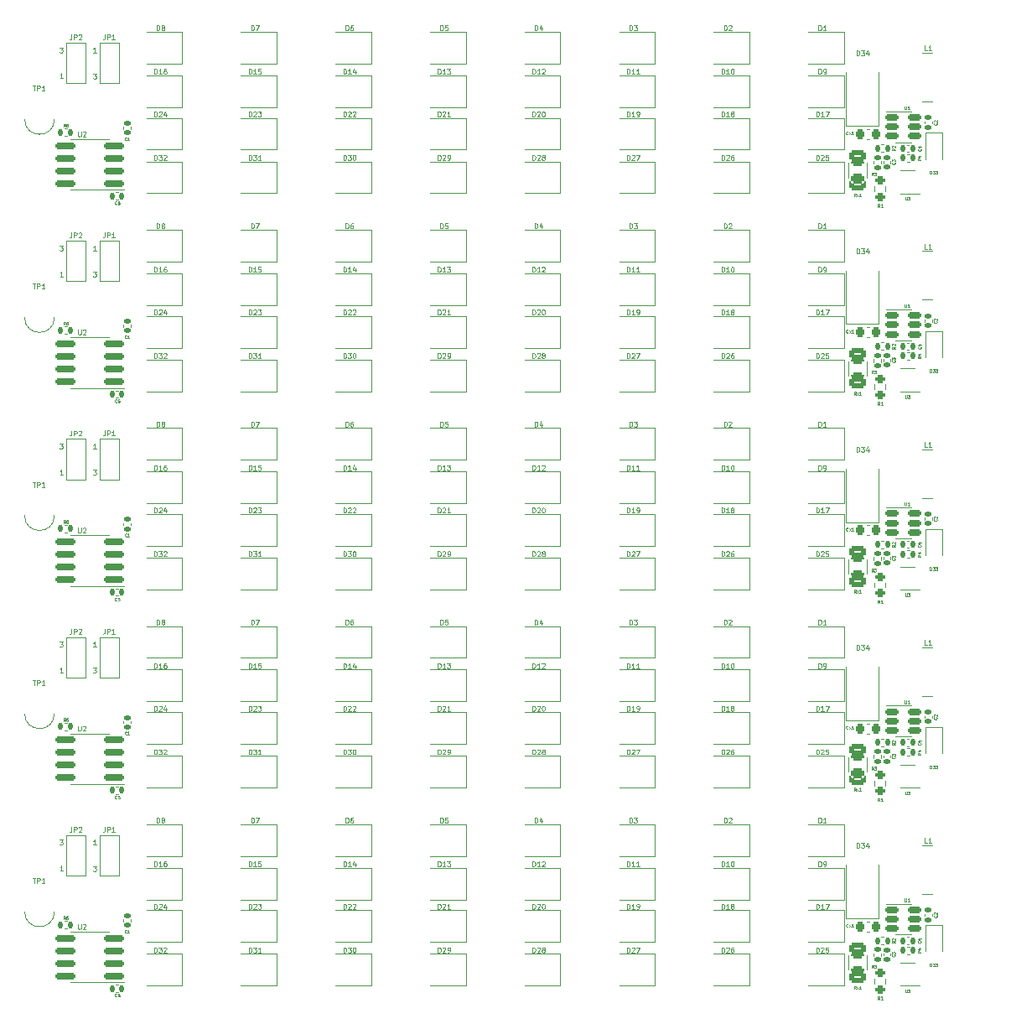
<source format=gto>
G04 #@! TF.GenerationSoftware,KiCad,Pcbnew,(6.0.5)*
G04 #@! TF.CreationDate,2023-06-23T17:04:20+08:00*
G04 #@! TF.ProjectId,panel,70616e65-6c2e-46b6-9963-61645f706362,rev?*
G04 #@! TF.SameCoordinates,Original*
G04 #@! TF.FileFunction,Legend,Top*
G04 #@! TF.FilePolarity,Positive*
%FSLAX46Y46*%
G04 Gerber Fmt 4.6, Leading zero omitted, Abs format (unit mm)*
G04 Created by KiCad (PCBNEW (6.0.5)) date 2023-06-23 17:04:20*
%MOMM*%
%LPD*%
G01*
G04 APERTURE LIST*
G04 Aperture macros list*
%AMRoundRect*
0 Rectangle with rounded corners*
0 $1 Rounding radius*
0 $2 $3 $4 $5 $6 $7 $8 $9 X,Y pos of 4 corners*
0 Add a 4 corners polygon primitive as box body*
4,1,4,$2,$3,$4,$5,$6,$7,$8,$9,$2,$3,0*
0 Add four circle primitives for the rounded corners*
1,1,$1+$1,$2,$3*
1,1,$1+$1,$4,$5*
1,1,$1+$1,$6,$7*
1,1,$1+$1,$8,$9*
0 Add four rect primitives between the rounded corners*
20,1,$1+$1,$2,$3,$4,$5,0*
20,1,$1+$1,$4,$5,$6,$7,0*
20,1,$1+$1,$6,$7,$8,$9,0*
20,1,$1+$1,$8,$9,$2,$3,0*%
G04 Aperture macros list end*
%ADD10C,0.125000*%
%ADD11C,0.100000*%
%ADD12C,0.070000*%
%ADD13C,0.050000*%
%ADD14C,0.120000*%
%ADD15R,1.220000X2.200000*%
%ADD16R,2.170000X2.200000*%
%ADD17R,3.300000X3.500000*%
%ADD18R,0.650000X0.400000*%
%ADD19RoundRect,0.140000X-0.170000X0.140000X-0.170000X-0.140000X0.170000X-0.140000X0.170000X0.140000X0*%
%ADD20R,0.250000X0.360000*%
%ADD21RoundRect,0.135000X-0.135000X-0.185000X0.135000X-0.185000X0.135000X0.185000X-0.135000X0.185000X0*%
%ADD22RoundRect,0.150000X-0.512500X-0.150000X0.512500X-0.150000X0.512500X0.150000X-0.512500X0.150000X0*%
%ADD23C,2.100000*%
%ADD24RoundRect,0.200000X0.275000X-0.200000X0.275000X0.200000X-0.275000X0.200000X-0.275000X-0.200000X0*%
%ADD25RoundRect,0.250000X-0.450000X0.262500X-0.450000X-0.262500X0.450000X-0.262500X0.450000X0.262500X0*%
%ADD26RoundRect,0.250000X-0.625000X0.312500X-0.625000X-0.312500X0.625000X-0.312500X0.625000X0.312500X0*%
%ADD27RoundRect,0.135000X0.185000X-0.135000X0.185000X0.135000X-0.185000X0.135000X-0.185000X-0.135000X0*%
%ADD28R,0.600000X0.800000*%
%ADD29C,2.300000*%
%ADD30R,5.000000X2.600000*%
%ADD31RoundRect,0.140000X0.140000X0.170000X-0.140000X0.170000X-0.140000X-0.170000X0.140000X-0.170000X0*%
%ADD32RoundRect,0.150000X0.825000X0.150000X-0.825000X0.150000X-0.825000X-0.150000X0.825000X-0.150000X0*%
%ADD33R,1.500000X1.000000*%
%ADD34RoundRect,0.225000X-0.225000X-0.250000X0.225000X-0.250000X0.225000X0.250000X-0.225000X0.250000X0*%
%ADD35R,1.800000X2.500000*%
G04 APERTURE END LIST*
D10*
X113012826Y-94151185D02*
X113012826Y-93651185D01*
X113131873Y-93651185D01*
X113203302Y-93674995D01*
X113250921Y-93722614D01*
X113274730Y-93770233D01*
X113298540Y-93865471D01*
X113298540Y-93936899D01*
X113274730Y-94032137D01*
X113250921Y-94079756D01*
X113203302Y-94127375D01*
X113131873Y-94151185D01*
X113012826Y-94151185D01*
X113465207Y-93651185D02*
X113774730Y-93651185D01*
X113608064Y-93841661D01*
X113679492Y-93841661D01*
X113727111Y-93865471D01*
X113750921Y-93889280D01*
X113774730Y-93936899D01*
X113774730Y-94055947D01*
X113750921Y-94103566D01*
X113727111Y-94127375D01*
X113679492Y-94151185D01*
X113536635Y-94151185D01*
X113489016Y-94127375D01*
X113465207Y-94103566D01*
X113965207Y-93698804D02*
X113989016Y-93674995D01*
X114036635Y-93651185D01*
X114155683Y-93651185D01*
X114203302Y-93674995D01*
X114227111Y-93698804D01*
X114250921Y-93746423D01*
X114250921Y-93794042D01*
X114227111Y-93865471D01*
X113941397Y-94151185D01*
X114250921Y-94151185D01*
X160762826Y-74151186D02*
X160762826Y-73651186D01*
X160881873Y-73651186D01*
X160953302Y-73674996D01*
X161000921Y-73722615D01*
X161024730Y-73770234D01*
X161048540Y-73865472D01*
X161048540Y-73936900D01*
X161024730Y-74032138D01*
X161000921Y-74079757D01*
X160953302Y-74127376D01*
X160881873Y-74151186D01*
X160762826Y-74151186D01*
X161239016Y-73698805D02*
X161262826Y-73674996D01*
X161310445Y-73651186D01*
X161429492Y-73651186D01*
X161477111Y-73674996D01*
X161500921Y-73698805D01*
X161524730Y-73746424D01*
X161524730Y-73794043D01*
X161500921Y-73865472D01*
X161215207Y-74151186D01*
X161524730Y-74151186D01*
X161691397Y-73651186D02*
X162024730Y-73651186D01*
X161810445Y-74151186D01*
X141662826Y-34151188D02*
X141662826Y-33651188D01*
X141781873Y-33651188D01*
X141853302Y-33674998D01*
X141900921Y-33722617D01*
X141924730Y-33770236D01*
X141948540Y-33865474D01*
X141948540Y-33936902D01*
X141924730Y-34032140D01*
X141900921Y-34079759D01*
X141853302Y-34127378D01*
X141781873Y-34151188D01*
X141662826Y-34151188D01*
X142139016Y-33698807D02*
X142162826Y-33674998D01*
X142210445Y-33651188D01*
X142329492Y-33651188D01*
X142377111Y-33674998D01*
X142400921Y-33698807D01*
X142424730Y-33746426D01*
X142424730Y-33794045D01*
X142400921Y-33865474D01*
X142115207Y-34151188D01*
X142424730Y-34151188D01*
X142662826Y-34151188D02*
X142758064Y-34151188D01*
X142805683Y-34127378D01*
X142829492Y-34103569D01*
X142877111Y-34032140D01*
X142900921Y-33936902D01*
X142900921Y-33746426D01*
X142877111Y-33698807D01*
X142853302Y-33674998D01*
X142805683Y-33651188D01*
X142710445Y-33651188D01*
X142662826Y-33674998D01*
X142639016Y-33698807D01*
X142615207Y-33746426D01*
X142615207Y-33865474D01*
X142639016Y-33913093D01*
X142662826Y-33936902D01*
X142710445Y-33960712D01*
X142805683Y-33960712D01*
X142853302Y-33936902D01*
X142877111Y-33913093D01*
X142900921Y-33865474D01*
D11*
X191056635Y-83101185D02*
X190818540Y-83101185D01*
X190818540Y-82601185D01*
X191485207Y-83101185D02*
X191199492Y-83101185D01*
X191342349Y-83101185D02*
X191342349Y-82601185D01*
X191294730Y-82672614D01*
X191247111Y-82720233D01*
X191199492Y-82744042D01*
D12*
X188841397Y-37885712D02*
X188841397Y-38128569D01*
X188855683Y-38157140D01*
X188869969Y-38171426D01*
X188898540Y-38185712D01*
X188955683Y-38185712D01*
X188984254Y-38171426D01*
X188998540Y-38157140D01*
X189012826Y-38128569D01*
X189012826Y-37885712D01*
X189127111Y-37885712D02*
X189312826Y-37885712D01*
X189212826Y-37999998D01*
X189255683Y-37999998D01*
X189284254Y-38014283D01*
X189298540Y-38028569D01*
X189312826Y-38057140D01*
X189312826Y-38128569D01*
X189298540Y-38157140D01*
X189284254Y-38171426D01*
X189255683Y-38185712D01*
X189169969Y-38185712D01*
X189141397Y-38171426D01*
X189127111Y-38157140D01*
D10*
X122800921Y-61051186D02*
X122800921Y-60551186D01*
X122919969Y-60551186D01*
X122991397Y-60574996D01*
X123039016Y-60622615D01*
X123062826Y-60670234D01*
X123086635Y-60765472D01*
X123086635Y-60836900D01*
X123062826Y-60932138D01*
X123039016Y-60979757D01*
X122991397Y-61027376D01*
X122919969Y-61051186D01*
X122800921Y-61051186D01*
X123253302Y-60551186D02*
X123586635Y-60551186D01*
X123372349Y-61051186D01*
X170312826Y-105451184D02*
X170312826Y-104951184D01*
X170431873Y-104951184D01*
X170503302Y-104974994D01*
X170550921Y-105022613D01*
X170574730Y-105070232D01*
X170598540Y-105165470D01*
X170598540Y-105236898D01*
X170574730Y-105332136D01*
X170550921Y-105379755D01*
X170503302Y-105427374D01*
X170431873Y-105451184D01*
X170312826Y-105451184D01*
X171074730Y-105451184D02*
X170789016Y-105451184D01*
X170931873Y-105451184D02*
X170931873Y-104951184D01*
X170884254Y-105022613D01*
X170836635Y-105070232D01*
X170789016Y-105094041D01*
X171384254Y-104951184D02*
X171431873Y-104951184D01*
X171479492Y-104974994D01*
X171503302Y-104998803D01*
X171527111Y-105046422D01*
X171550921Y-105141660D01*
X171550921Y-105260708D01*
X171527111Y-105355946D01*
X171503302Y-105403565D01*
X171479492Y-105427374D01*
X171431873Y-105451184D01*
X171384254Y-105451184D01*
X171336635Y-105427374D01*
X171312826Y-105403565D01*
X171289016Y-105355946D01*
X171265207Y-105260708D01*
X171265207Y-105141660D01*
X171289016Y-105046422D01*
X171312826Y-104998803D01*
X171336635Y-104974994D01*
X171384254Y-104951184D01*
X160762826Y-29751188D02*
X160762826Y-29251188D01*
X160881873Y-29251188D01*
X160953302Y-29274998D01*
X161000921Y-29322617D01*
X161024730Y-29370236D01*
X161048540Y-29465474D01*
X161048540Y-29536902D01*
X161024730Y-29632140D01*
X161000921Y-29679759D01*
X160953302Y-29727378D01*
X160881873Y-29751188D01*
X160762826Y-29751188D01*
X161524730Y-29751188D02*
X161239016Y-29751188D01*
X161381873Y-29751188D02*
X161381873Y-29251188D01*
X161334254Y-29322617D01*
X161286635Y-29370236D01*
X161239016Y-29394045D01*
X161762826Y-29751188D02*
X161858064Y-29751188D01*
X161905683Y-29727378D01*
X161929492Y-29703569D01*
X161977111Y-29632140D01*
X162000921Y-29536902D01*
X162000921Y-29346426D01*
X161977111Y-29298807D01*
X161953302Y-29274998D01*
X161905683Y-29251188D01*
X161810445Y-29251188D01*
X161762826Y-29274998D01*
X161739016Y-29298807D01*
X161715207Y-29346426D01*
X161715207Y-29465474D01*
X161739016Y-29513093D01*
X161762826Y-29536902D01*
X161810445Y-29560712D01*
X161905683Y-29560712D01*
X161953302Y-29536902D01*
X161977111Y-29513093D01*
X162000921Y-29465474D01*
X122562826Y-109751184D02*
X122562826Y-109251184D01*
X122681873Y-109251184D01*
X122753302Y-109274994D01*
X122800921Y-109322613D01*
X122824730Y-109370232D01*
X122848540Y-109465470D01*
X122848540Y-109536898D01*
X122824730Y-109632136D01*
X122800921Y-109679755D01*
X122753302Y-109727374D01*
X122681873Y-109751184D01*
X122562826Y-109751184D01*
X123039016Y-109298803D02*
X123062826Y-109274994D01*
X123110445Y-109251184D01*
X123229492Y-109251184D01*
X123277111Y-109274994D01*
X123300921Y-109298803D01*
X123324730Y-109346422D01*
X123324730Y-109394041D01*
X123300921Y-109465470D01*
X123015207Y-109751184D01*
X123324730Y-109751184D01*
X123491397Y-109251184D02*
X123800921Y-109251184D01*
X123634254Y-109441660D01*
X123705683Y-109441660D01*
X123753302Y-109465470D01*
X123777111Y-109489279D01*
X123800921Y-109536898D01*
X123800921Y-109655946D01*
X123777111Y-109703565D01*
X123753302Y-109727374D01*
X123705683Y-109751184D01*
X123562826Y-109751184D01*
X123515207Y-109727374D01*
X123491397Y-109703565D01*
D12*
X192027111Y-30424998D02*
X192041397Y-30439283D01*
X192055683Y-30482140D01*
X192055683Y-30510712D01*
X192041397Y-30553569D01*
X192012826Y-30582140D01*
X191984254Y-30596426D01*
X191927111Y-30610712D01*
X191884254Y-30610712D01*
X191827111Y-30596426D01*
X191798540Y-30582140D01*
X191769969Y-30553569D01*
X191755683Y-30510712D01*
X191755683Y-30482140D01*
X191769969Y-30439283D01*
X191784254Y-30424998D01*
X191784254Y-30310712D02*
X191769969Y-30296426D01*
X191755683Y-30267855D01*
X191755683Y-30196426D01*
X191769969Y-30167855D01*
X191784254Y-30153569D01*
X191812826Y-30139283D01*
X191841397Y-30139283D01*
X191884254Y-30153569D01*
X192055683Y-30324998D01*
X192055683Y-30139283D01*
D10*
X132112826Y-69751186D02*
X132112826Y-69251186D01*
X132231873Y-69251186D01*
X132303302Y-69274996D01*
X132350921Y-69322615D01*
X132374730Y-69370234D01*
X132398540Y-69465472D01*
X132398540Y-69536900D01*
X132374730Y-69632138D01*
X132350921Y-69679757D01*
X132303302Y-69727376D01*
X132231873Y-69751186D01*
X132112826Y-69751186D01*
X132589016Y-69298805D02*
X132612826Y-69274996D01*
X132660445Y-69251186D01*
X132779492Y-69251186D01*
X132827111Y-69274996D01*
X132850921Y-69298805D01*
X132874730Y-69346424D01*
X132874730Y-69394043D01*
X132850921Y-69465472D01*
X132565207Y-69751186D01*
X132874730Y-69751186D01*
X133065207Y-69298805D02*
X133089016Y-69274996D01*
X133136635Y-69251186D01*
X133255683Y-69251186D01*
X133303302Y-69274996D01*
X133327111Y-69298805D01*
X133350921Y-69346424D01*
X133350921Y-69394043D01*
X133327111Y-69465472D01*
X133041397Y-69751186D01*
X133350921Y-69751186D01*
X132112826Y-49751187D02*
X132112826Y-49251187D01*
X132231873Y-49251187D01*
X132303302Y-49274997D01*
X132350921Y-49322616D01*
X132374730Y-49370235D01*
X132398540Y-49465473D01*
X132398540Y-49536901D01*
X132374730Y-49632139D01*
X132350921Y-49679758D01*
X132303302Y-49727377D01*
X132231873Y-49751187D01*
X132112826Y-49751187D01*
X132589016Y-49298806D02*
X132612826Y-49274997D01*
X132660445Y-49251187D01*
X132779492Y-49251187D01*
X132827111Y-49274997D01*
X132850921Y-49298806D01*
X132874730Y-49346425D01*
X132874730Y-49394044D01*
X132850921Y-49465473D01*
X132565207Y-49751187D01*
X132874730Y-49751187D01*
X133065207Y-49298806D02*
X133089016Y-49274997D01*
X133136635Y-49251187D01*
X133255683Y-49251187D01*
X133303302Y-49274997D01*
X133327111Y-49298806D01*
X133350921Y-49346425D01*
X133350921Y-49394044D01*
X133327111Y-49465473D01*
X133041397Y-49751187D01*
X133350921Y-49751187D01*
X180100921Y-21051188D02*
X180100921Y-20551188D01*
X180219969Y-20551188D01*
X180291397Y-20574998D01*
X180339016Y-20622617D01*
X180362826Y-20670236D01*
X180386635Y-20765474D01*
X180386635Y-20836902D01*
X180362826Y-20932140D01*
X180339016Y-20979759D01*
X180291397Y-21027378D01*
X180219969Y-21051188D01*
X180100921Y-21051188D01*
X180862826Y-21051188D02*
X180577111Y-21051188D01*
X180719969Y-21051188D02*
X180719969Y-20551188D01*
X180672349Y-20622617D01*
X180624730Y-20670236D01*
X180577111Y-20694045D01*
D12*
X110219969Y-32127140D02*
X110205683Y-32141426D01*
X110162826Y-32155712D01*
X110134254Y-32155712D01*
X110091397Y-32141426D01*
X110062826Y-32112855D01*
X110048540Y-32084283D01*
X110034254Y-32027140D01*
X110034254Y-31984283D01*
X110048540Y-31927140D01*
X110062826Y-31898569D01*
X110091397Y-31869998D01*
X110134254Y-31855712D01*
X110162826Y-31855712D01*
X110205683Y-31869998D01*
X110219969Y-31884283D01*
X110505683Y-32155712D02*
X110334254Y-32155712D01*
X110419969Y-32155712D02*
X110419969Y-31855712D01*
X110391397Y-31898569D01*
X110362826Y-31927140D01*
X110334254Y-31941426D01*
D10*
X132350921Y-41051187D02*
X132350921Y-40551187D01*
X132469969Y-40551187D01*
X132541397Y-40574997D01*
X132589016Y-40622616D01*
X132612826Y-40670235D01*
X132636635Y-40765473D01*
X132636635Y-40836901D01*
X132612826Y-40932139D01*
X132589016Y-40979758D01*
X132541397Y-41027377D01*
X132469969Y-41051187D01*
X132350921Y-41051187D01*
X133065207Y-40551187D02*
X132969969Y-40551187D01*
X132922349Y-40574997D01*
X132898540Y-40598806D01*
X132850921Y-40670235D01*
X132827111Y-40765473D01*
X132827111Y-40955949D01*
X132850921Y-41003568D01*
X132874730Y-41027377D01*
X132922349Y-41051187D01*
X133017588Y-41051187D01*
X133065207Y-41027377D01*
X133089016Y-41003568D01*
X133112826Y-40955949D01*
X133112826Y-40836901D01*
X133089016Y-40789282D01*
X133065207Y-40765473D01*
X133017588Y-40741663D01*
X132922349Y-40741663D01*
X132874730Y-40765473D01*
X132850921Y-40789282D01*
X132827111Y-40836901D01*
X141662826Y-65451186D02*
X141662826Y-64951186D01*
X141781873Y-64951186D01*
X141853302Y-64974996D01*
X141900921Y-65022615D01*
X141924730Y-65070234D01*
X141948540Y-65165472D01*
X141948540Y-65236900D01*
X141924730Y-65332138D01*
X141900921Y-65379757D01*
X141853302Y-65427376D01*
X141781873Y-65451186D01*
X141662826Y-65451186D01*
X142424730Y-65451186D02*
X142139016Y-65451186D01*
X142281873Y-65451186D02*
X142281873Y-64951186D01*
X142234254Y-65022615D01*
X142186635Y-65070234D01*
X142139016Y-65094043D01*
X142591397Y-64951186D02*
X142900921Y-64951186D01*
X142734254Y-65141662D01*
X142805683Y-65141662D01*
X142853302Y-65165472D01*
X142877111Y-65189281D01*
X142900921Y-65236900D01*
X142900921Y-65355948D01*
X142877111Y-65403567D01*
X142853302Y-65427376D01*
X142805683Y-65451186D01*
X142662826Y-65451186D01*
X142615207Y-65427376D01*
X142591397Y-65403567D01*
D12*
X195975683Y-32789283D02*
X195675683Y-32789283D01*
X195675683Y-32717855D01*
X195689969Y-32674998D01*
X195718540Y-32646426D01*
X195747111Y-32632140D01*
X195804254Y-32617855D01*
X195847111Y-32617855D01*
X195904254Y-32632140D01*
X195932826Y-32646426D01*
X195961397Y-32674998D01*
X195975683Y-32717855D01*
X195975683Y-32789283D01*
X195675683Y-32517855D02*
X195675683Y-32332140D01*
X195789969Y-32432140D01*
X195789969Y-32389283D01*
X195804254Y-32360712D01*
X195818540Y-32346426D01*
X195847111Y-32332140D01*
X195918540Y-32332140D01*
X195947111Y-32346426D01*
X195961397Y-32360712D01*
X195975683Y-32389283D01*
X195975683Y-32474998D01*
X195961397Y-32503569D01*
X195947111Y-32517855D01*
X195675683Y-32060712D02*
X195675683Y-32203569D01*
X195818540Y-32217855D01*
X195804254Y-32203569D01*
X195789969Y-32174998D01*
X195789969Y-32103569D01*
X195804254Y-32074998D01*
X195818540Y-32060712D01*
X195847111Y-32046426D01*
X195918540Y-32046426D01*
X195947111Y-32060712D01*
X195961397Y-32074998D01*
X195975683Y-32103569D01*
X195975683Y-32174998D01*
X195961397Y-32203569D01*
X195947111Y-32217855D01*
X190415683Y-34009998D02*
X190272826Y-34109998D01*
X190415683Y-34181426D02*
X190115683Y-34181426D01*
X190115683Y-34067140D01*
X190129969Y-34038569D01*
X190144254Y-34024283D01*
X190172826Y-34009998D01*
X190215683Y-34009998D01*
X190244254Y-34024283D01*
X190258540Y-34038569D01*
X190272826Y-34067140D01*
X190272826Y-34181426D01*
X190215683Y-33752855D02*
X190415683Y-33752855D01*
X190101397Y-33824283D02*
X190315683Y-33895712D01*
X190315683Y-33709998D01*
D10*
X122562826Y-25451188D02*
X122562826Y-24951188D01*
X122681873Y-24951188D01*
X122753302Y-24974998D01*
X122800921Y-25022617D01*
X122824730Y-25070236D01*
X122848540Y-25165474D01*
X122848540Y-25236902D01*
X122824730Y-25332140D01*
X122800921Y-25379759D01*
X122753302Y-25427378D01*
X122681873Y-25451188D01*
X122562826Y-25451188D01*
X123324730Y-25451188D02*
X123039016Y-25451188D01*
X123181873Y-25451188D02*
X123181873Y-24951188D01*
X123134254Y-25022617D01*
X123086635Y-25070236D01*
X123039016Y-25094045D01*
X123777111Y-24951188D02*
X123539016Y-24951188D01*
X123515207Y-25189283D01*
X123539016Y-25165474D01*
X123586635Y-25141664D01*
X123705683Y-25141664D01*
X123753302Y-25165474D01*
X123777111Y-25189283D01*
X123800921Y-25236902D01*
X123800921Y-25355950D01*
X123777111Y-25403569D01*
X123753302Y-25427378D01*
X123705683Y-25451188D01*
X123586635Y-25451188D01*
X123539016Y-25427378D01*
X123515207Y-25403569D01*
D12*
X195975683Y-72789281D02*
X195675683Y-72789281D01*
X195675683Y-72717853D01*
X195689969Y-72674996D01*
X195718540Y-72646424D01*
X195747111Y-72632138D01*
X195804254Y-72617853D01*
X195847111Y-72617853D01*
X195904254Y-72632138D01*
X195932826Y-72646424D01*
X195961397Y-72674996D01*
X195975683Y-72717853D01*
X195975683Y-72789281D01*
X195675683Y-72517853D02*
X195675683Y-72332138D01*
X195789969Y-72432138D01*
X195789969Y-72389281D01*
X195804254Y-72360710D01*
X195818540Y-72346424D01*
X195847111Y-72332138D01*
X195918540Y-72332138D01*
X195947111Y-72346424D01*
X195961397Y-72360710D01*
X195975683Y-72389281D01*
X195975683Y-72474996D01*
X195961397Y-72503567D01*
X195947111Y-72517853D01*
X195675683Y-72060710D02*
X195675683Y-72203567D01*
X195818540Y-72217853D01*
X195804254Y-72203567D01*
X195789969Y-72174996D01*
X195789969Y-72103567D01*
X195804254Y-72074996D01*
X195818540Y-72060710D01*
X195847111Y-72046424D01*
X195918540Y-72046424D01*
X195947111Y-72060710D01*
X195961397Y-72074996D01*
X195975683Y-72103567D01*
X195975683Y-72174996D01*
X195961397Y-72203567D01*
X195947111Y-72217853D01*
X188791397Y-48710711D02*
X188791397Y-48953568D01*
X188805683Y-48982139D01*
X188819969Y-48996425D01*
X188848540Y-49010711D01*
X188905683Y-49010711D01*
X188934254Y-48996425D01*
X188948540Y-48982139D01*
X188962826Y-48953568D01*
X188962826Y-48710711D01*
X189262826Y-49010711D02*
X189091397Y-49010711D01*
X189177111Y-49010711D02*
X189177111Y-48710711D01*
X189148540Y-48753568D01*
X189119969Y-48782139D01*
X189091397Y-48796425D01*
X186279969Y-58875711D02*
X186179969Y-58732854D01*
X186108540Y-58875711D02*
X186108540Y-58575711D01*
X186222826Y-58575711D01*
X186251397Y-58589997D01*
X186265683Y-58604282D01*
X186279969Y-58632854D01*
X186279969Y-58675711D01*
X186265683Y-58704282D01*
X186251397Y-58718568D01*
X186222826Y-58732854D01*
X186108540Y-58732854D01*
X186565683Y-58875711D02*
X186394254Y-58875711D01*
X186479969Y-58875711D02*
X186479969Y-58575711D01*
X186451397Y-58618568D01*
X186422826Y-58647139D01*
X186394254Y-58661425D01*
D10*
X113250921Y-61051186D02*
X113250921Y-60551186D01*
X113369969Y-60551186D01*
X113441397Y-60574996D01*
X113489016Y-60622615D01*
X113512826Y-60670234D01*
X113536635Y-60765472D01*
X113536635Y-60836900D01*
X113512826Y-60932138D01*
X113489016Y-60979757D01*
X113441397Y-61027376D01*
X113369969Y-61051186D01*
X113250921Y-61051186D01*
X113822349Y-60765472D02*
X113774730Y-60741662D01*
X113750921Y-60717853D01*
X113727111Y-60670234D01*
X113727111Y-60646424D01*
X113750921Y-60598805D01*
X113774730Y-60574996D01*
X113822349Y-60551186D01*
X113917588Y-60551186D01*
X113965207Y-60574996D01*
X113989016Y-60598805D01*
X114012826Y-60646424D01*
X114012826Y-60670234D01*
X113989016Y-60717853D01*
X113965207Y-60741662D01*
X113917588Y-60765472D01*
X113822349Y-60765472D01*
X113774730Y-60789281D01*
X113750921Y-60813091D01*
X113727111Y-60860710D01*
X113727111Y-60955948D01*
X113750921Y-61003567D01*
X113774730Y-61027376D01*
X113822349Y-61051186D01*
X113917588Y-61051186D01*
X113965207Y-61027376D01*
X113989016Y-61003567D01*
X114012826Y-60955948D01*
X114012826Y-60860710D01*
X113989016Y-60813091D01*
X113965207Y-60789281D01*
X113917588Y-60765472D01*
D13*
X183868540Y-117835708D02*
X183768540Y-117692851D01*
X183697111Y-117835708D02*
X183697111Y-117535708D01*
X183811397Y-117535708D01*
X183839969Y-117549994D01*
X183854254Y-117564279D01*
X183868540Y-117592851D01*
X183868540Y-117635708D01*
X183854254Y-117664279D01*
X183839969Y-117678565D01*
X183811397Y-117692851D01*
X183697111Y-117692851D01*
X183968540Y-117835708D02*
X184125683Y-117635708D01*
X183968540Y-117635708D02*
X184125683Y-117835708D01*
X184397111Y-117835708D02*
X184225683Y-117835708D01*
X184311397Y-117835708D02*
X184311397Y-117535708D01*
X184282826Y-117578565D01*
X184254254Y-117607136D01*
X184225683Y-117621422D01*
D12*
X188841397Y-117885708D02*
X188841397Y-118128565D01*
X188855683Y-118157136D01*
X188869969Y-118171422D01*
X188898540Y-118185708D01*
X188955683Y-118185708D01*
X188984254Y-118171422D01*
X188998540Y-118157136D01*
X189012826Y-118128565D01*
X189012826Y-117885708D01*
X189127111Y-117885708D02*
X189312826Y-117885708D01*
X189212826Y-117999994D01*
X189255683Y-117999994D01*
X189284254Y-118014279D01*
X189298540Y-118028565D01*
X189312826Y-118057136D01*
X189312826Y-118128565D01*
X189298540Y-118157136D01*
X189284254Y-118171422D01*
X189255683Y-118185708D01*
X189169969Y-118185708D01*
X189141397Y-118171422D01*
X189127111Y-118157136D01*
D10*
X160762826Y-25451188D02*
X160762826Y-24951188D01*
X160881873Y-24951188D01*
X160953302Y-24974998D01*
X161000921Y-25022617D01*
X161024730Y-25070236D01*
X161048540Y-25165474D01*
X161048540Y-25236902D01*
X161024730Y-25332140D01*
X161000921Y-25379759D01*
X160953302Y-25427378D01*
X160881873Y-25451188D01*
X160762826Y-25451188D01*
X161524730Y-25451188D02*
X161239016Y-25451188D01*
X161381873Y-25451188D02*
X161381873Y-24951188D01*
X161334254Y-25022617D01*
X161286635Y-25070236D01*
X161239016Y-25094045D01*
X162000921Y-25451188D02*
X161715207Y-25451188D01*
X161858064Y-25451188D02*
X161858064Y-24951188D01*
X161810445Y-25022617D01*
X161762826Y-25070236D01*
X161715207Y-25094045D01*
X180100921Y-101051184D02*
X180100921Y-100551184D01*
X180219969Y-100551184D01*
X180291397Y-100574994D01*
X180339016Y-100622613D01*
X180362826Y-100670232D01*
X180386635Y-100765470D01*
X180386635Y-100836898D01*
X180362826Y-100932136D01*
X180339016Y-100979755D01*
X180291397Y-101027374D01*
X180219969Y-101051184D01*
X180100921Y-101051184D01*
X180862826Y-101051184D02*
X180577111Y-101051184D01*
X180719969Y-101051184D02*
X180719969Y-100551184D01*
X180672349Y-100622613D01*
X180624730Y-100670232D01*
X180577111Y-100694041D01*
X179862826Y-89751185D02*
X179862826Y-89251185D01*
X179981873Y-89251185D01*
X180053302Y-89274995D01*
X180100921Y-89322614D01*
X180124730Y-89370233D01*
X180148540Y-89465471D01*
X180148540Y-89536899D01*
X180124730Y-89632137D01*
X180100921Y-89679756D01*
X180053302Y-89727375D01*
X179981873Y-89751185D01*
X179862826Y-89751185D01*
X180624730Y-89751185D02*
X180339016Y-89751185D01*
X180481873Y-89751185D02*
X180481873Y-89251185D01*
X180434254Y-89322614D01*
X180386635Y-89370233D01*
X180339016Y-89394042D01*
X180791397Y-89251185D02*
X181124730Y-89251185D01*
X180910445Y-89751185D01*
X179862826Y-69751186D02*
X179862826Y-69251186D01*
X179981873Y-69251186D01*
X180053302Y-69274996D01*
X180100921Y-69322615D01*
X180124730Y-69370234D01*
X180148540Y-69465472D01*
X180148540Y-69536900D01*
X180124730Y-69632138D01*
X180100921Y-69679757D01*
X180053302Y-69727376D01*
X179981873Y-69751186D01*
X179862826Y-69751186D01*
X180624730Y-69751186D02*
X180339016Y-69751186D01*
X180481873Y-69751186D02*
X180481873Y-69251186D01*
X180434254Y-69322615D01*
X180386635Y-69370234D01*
X180339016Y-69394043D01*
X180791397Y-69251186D02*
X181124730Y-69251186D01*
X180910445Y-69751186D01*
D12*
X104019969Y-50785711D02*
X103919969Y-50642854D01*
X103848540Y-50785711D02*
X103848540Y-50485711D01*
X103962826Y-50485711D01*
X103991397Y-50499997D01*
X104005683Y-50514282D01*
X104019969Y-50542854D01*
X104019969Y-50585711D01*
X104005683Y-50614282D01*
X103991397Y-50628568D01*
X103962826Y-50642854D01*
X103848540Y-50642854D01*
X104277111Y-50485711D02*
X104219969Y-50485711D01*
X104191397Y-50499997D01*
X104177111Y-50514282D01*
X104148540Y-50557139D01*
X104134254Y-50614282D01*
X104134254Y-50728568D01*
X104148540Y-50757139D01*
X104162826Y-50771425D01*
X104191397Y-50785711D01*
X104248540Y-50785711D01*
X104277111Y-50771425D01*
X104291397Y-50757139D01*
X104305683Y-50728568D01*
X104305683Y-50657139D01*
X104291397Y-50628568D01*
X104277111Y-50614282D01*
X104248540Y-50599997D01*
X104191397Y-50599997D01*
X104162826Y-50614282D01*
X104148540Y-50628568D01*
X104134254Y-50657139D01*
D10*
X141662826Y-54151187D02*
X141662826Y-53651187D01*
X141781873Y-53651187D01*
X141853302Y-53674997D01*
X141900921Y-53722616D01*
X141924730Y-53770235D01*
X141948540Y-53865473D01*
X141948540Y-53936901D01*
X141924730Y-54032139D01*
X141900921Y-54079758D01*
X141853302Y-54127377D01*
X141781873Y-54151187D01*
X141662826Y-54151187D01*
X142139016Y-53698806D02*
X142162826Y-53674997D01*
X142210445Y-53651187D01*
X142329492Y-53651187D01*
X142377111Y-53674997D01*
X142400921Y-53698806D01*
X142424730Y-53746425D01*
X142424730Y-53794044D01*
X142400921Y-53865473D01*
X142115207Y-54151187D01*
X142424730Y-54151187D01*
X142662826Y-54151187D02*
X142758064Y-54151187D01*
X142805683Y-54127377D01*
X142829492Y-54103568D01*
X142877111Y-54032139D01*
X142900921Y-53936901D01*
X142900921Y-53746425D01*
X142877111Y-53698806D01*
X142853302Y-53674997D01*
X142805683Y-53651187D01*
X142710445Y-53651187D01*
X142662826Y-53674997D01*
X142639016Y-53698806D01*
X142615207Y-53746425D01*
X142615207Y-53865473D01*
X142639016Y-53913092D01*
X142662826Y-53936901D01*
X142710445Y-53960711D01*
X142805683Y-53960711D01*
X142853302Y-53936901D01*
X142877111Y-53913092D01*
X142900921Y-53865473D01*
X170312826Y-54151187D02*
X170312826Y-53651187D01*
X170431873Y-53651187D01*
X170503302Y-53674997D01*
X170550921Y-53722616D01*
X170574730Y-53770235D01*
X170598540Y-53865473D01*
X170598540Y-53936901D01*
X170574730Y-54032139D01*
X170550921Y-54079758D01*
X170503302Y-54127377D01*
X170431873Y-54151187D01*
X170312826Y-54151187D01*
X170789016Y-53698806D02*
X170812826Y-53674997D01*
X170860445Y-53651187D01*
X170979492Y-53651187D01*
X171027111Y-53674997D01*
X171050921Y-53698806D01*
X171074730Y-53746425D01*
X171074730Y-53794044D01*
X171050921Y-53865473D01*
X170765207Y-54151187D01*
X171074730Y-54151187D01*
X171503302Y-53651187D02*
X171408064Y-53651187D01*
X171360445Y-53674997D01*
X171336635Y-53698806D01*
X171289016Y-53770235D01*
X171265207Y-53865473D01*
X171265207Y-54055949D01*
X171289016Y-54103568D01*
X171312826Y-54127377D01*
X171360445Y-54151187D01*
X171455683Y-54151187D01*
X171503302Y-54127377D01*
X171527111Y-54103568D01*
X171550921Y-54055949D01*
X171550921Y-53936901D01*
X171527111Y-53889282D01*
X171503302Y-53865473D01*
X171455683Y-53841663D01*
X171360445Y-53841663D01*
X171312826Y-53865473D01*
X171289016Y-53889282D01*
X171265207Y-53936901D01*
D12*
X185629969Y-115705708D02*
X185529969Y-115562851D01*
X185458540Y-115705708D02*
X185458540Y-115405708D01*
X185572826Y-115405708D01*
X185601397Y-115419994D01*
X185615683Y-115434279D01*
X185629969Y-115462851D01*
X185629969Y-115505708D01*
X185615683Y-115534279D01*
X185601397Y-115548565D01*
X185572826Y-115562851D01*
X185458540Y-115562851D01*
X185729969Y-115405708D02*
X185915683Y-115405708D01*
X185815683Y-115519994D01*
X185858540Y-115519994D01*
X185887111Y-115534279D01*
X185901397Y-115548565D01*
X185915683Y-115577136D01*
X185915683Y-115648565D01*
X185901397Y-115677136D01*
X185887111Y-115691422D01*
X185858540Y-115705708D01*
X185772826Y-115705708D01*
X185744254Y-115691422D01*
X185729969Y-115677136D01*
D10*
X141662826Y-105451184D02*
X141662826Y-104951184D01*
X141781873Y-104951184D01*
X141853302Y-104974994D01*
X141900921Y-105022613D01*
X141924730Y-105070232D01*
X141948540Y-105165470D01*
X141948540Y-105236898D01*
X141924730Y-105332136D01*
X141900921Y-105379755D01*
X141853302Y-105427374D01*
X141781873Y-105451184D01*
X141662826Y-105451184D01*
X142424730Y-105451184D02*
X142139016Y-105451184D01*
X142281873Y-105451184D02*
X142281873Y-104951184D01*
X142234254Y-105022613D01*
X142186635Y-105070232D01*
X142139016Y-105094041D01*
X142591397Y-104951184D02*
X142900921Y-104951184D01*
X142734254Y-105141660D01*
X142805683Y-105141660D01*
X142853302Y-105165470D01*
X142877111Y-105189279D01*
X142900921Y-105236898D01*
X142900921Y-105355946D01*
X142877111Y-105403565D01*
X142853302Y-105427374D01*
X142805683Y-105451184D01*
X142662826Y-105451184D01*
X142615207Y-105427374D01*
X142591397Y-105403565D01*
D12*
X191355683Y-75560710D02*
X191355683Y-75260710D01*
X191427111Y-75260710D01*
X191469969Y-75274996D01*
X191498540Y-75303567D01*
X191512826Y-75332138D01*
X191527111Y-75389281D01*
X191527111Y-75432138D01*
X191512826Y-75489281D01*
X191498540Y-75517853D01*
X191469969Y-75546424D01*
X191427111Y-75560710D01*
X191355683Y-75560710D01*
X191627111Y-75260710D02*
X191812826Y-75260710D01*
X191712826Y-75374996D01*
X191755683Y-75374996D01*
X191784254Y-75389281D01*
X191798540Y-75403567D01*
X191812826Y-75432138D01*
X191812826Y-75503567D01*
X191798540Y-75532138D01*
X191784254Y-75546424D01*
X191755683Y-75560710D01*
X191669969Y-75560710D01*
X191641397Y-75546424D01*
X191627111Y-75532138D01*
X191912826Y-75260710D02*
X192098540Y-75260710D01*
X191998540Y-75374996D01*
X192041397Y-75374996D01*
X192069969Y-75389281D01*
X192084254Y-75403567D01*
X192098540Y-75432138D01*
X192098540Y-75503567D01*
X192084254Y-75532138D01*
X192069969Y-75546424D01*
X192041397Y-75560710D01*
X191955683Y-75560710D01*
X191927111Y-75546424D01*
X191912826Y-75532138D01*
D10*
X113012826Y-34151188D02*
X113012826Y-33651188D01*
X113131873Y-33651188D01*
X113203302Y-33674998D01*
X113250921Y-33722617D01*
X113274730Y-33770236D01*
X113298540Y-33865474D01*
X113298540Y-33936902D01*
X113274730Y-34032140D01*
X113250921Y-34079759D01*
X113203302Y-34127378D01*
X113131873Y-34151188D01*
X113012826Y-34151188D01*
X113465207Y-33651188D02*
X113774730Y-33651188D01*
X113608064Y-33841664D01*
X113679492Y-33841664D01*
X113727111Y-33865474D01*
X113750921Y-33889283D01*
X113774730Y-33936902D01*
X113774730Y-34055950D01*
X113750921Y-34103569D01*
X113727111Y-34127378D01*
X113679492Y-34151188D01*
X113536635Y-34151188D01*
X113489016Y-34127378D01*
X113465207Y-34103569D01*
X113965207Y-33698807D02*
X113989016Y-33674998D01*
X114036635Y-33651188D01*
X114155683Y-33651188D01*
X114203302Y-33674998D01*
X114227111Y-33698807D01*
X114250921Y-33746426D01*
X114250921Y-33794045D01*
X114227111Y-33865474D01*
X113941397Y-34151188D01*
X114250921Y-34151188D01*
X113012826Y-109751184D02*
X113012826Y-109251184D01*
X113131873Y-109251184D01*
X113203302Y-109274994D01*
X113250921Y-109322613D01*
X113274730Y-109370232D01*
X113298540Y-109465470D01*
X113298540Y-109536898D01*
X113274730Y-109632136D01*
X113250921Y-109679755D01*
X113203302Y-109727374D01*
X113131873Y-109751184D01*
X113012826Y-109751184D01*
X113489016Y-109298803D02*
X113512826Y-109274994D01*
X113560445Y-109251184D01*
X113679492Y-109251184D01*
X113727111Y-109274994D01*
X113750921Y-109298803D01*
X113774730Y-109346422D01*
X113774730Y-109394041D01*
X113750921Y-109465470D01*
X113465207Y-109751184D01*
X113774730Y-109751184D01*
X114203302Y-109417851D02*
X114203302Y-109751184D01*
X114084254Y-109227374D02*
X113965207Y-109584517D01*
X114274730Y-109584517D01*
X180100921Y-61051186D02*
X180100921Y-60551186D01*
X180219969Y-60551186D01*
X180291397Y-60574996D01*
X180339016Y-60622615D01*
X180362826Y-60670234D01*
X180386635Y-60765472D01*
X180386635Y-60836900D01*
X180362826Y-60932138D01*
X180339016Y-60979757D01*
X180291397Y-61027376D01*
X180219969Y-61051186D01*
X180100921Y-61051186D01*
X180862826Y-61051186D02*
X180577111Y-61051186D01*
X180719969Y-61051186D02*
X180719969Y-60551186D01*
X180672349Y-60622615D01*
X180624730Y-60670234D01*
X180577111Y-60694043D01*
D13*
X183868540Y-57835711D02*
X183768540Y-57692854D01*
X183697111Y-57835711D02*
X183697111Y-57535711D01*
X183811397Y-57535711D01*
X183839969Y-57549997D01*
X183854254Y-57564282D01*
X183868540Y-57592854D01*
X183868540Y-57635711D01*
X183854254Y-57664282D01*
X183839969Y-57678568D01*
X183811397Y-57692854D01*
X183697111Y-57692854D01*
X183968540Y-57835711D02*
X184125683Y-57635711D01*
X183968540Y-57635711D02*
X184125683Y-57835711D01*
X184397111Y-57835711D02*
X184225683Y-57835711D01*
X184311397Y-57835711D02*
X184311397Y-57535711D01*
X184282826Y-57578568D01*
X184254254Y-57607139D01*
X184225683Y-57621425D01*
D12*
X190415683Y-54009997D02*
X190272826Y-54109997D01*
X190415683Y-54181425D02*
X190115683Y-54181425D01*
X190115683Y-54067139D01*
X190129969Y-54038568D01*
X190144254Y-54024282D01*
X190172826Y-54009997D01*
X190215683Y-54009997D01*
X190244254Y-54024282D01*
X190258540Y-54038568D01*
X190272826Y-54067139D01*
X190272826Y-54181425D01*
X190215683Y-53752854D02*
X190415683Y-53752854D01*
X190101397Y-53824282D02*
X190315683Y-53895711D01*
X190315683Y-53709997D01*
D10*
X113012826Y-114151184D02*
X113012826Y-113651184D01*
X113131873Y-113651184D01*
X113203302Y-113674994D01*
X113250921Y-113722613D01*
X113274730Y-113770232D01*
X113298540Y-113865470D01*
X113298540Y-113936898D01*
X113274730Y-114032136D01*
X113250921Y-114079755D01*
X113203302Y-114127374D01*
X113131873Y-114151184D01*
X113012826Y-114151184D01*
X113465207Y-113651184D02*
X113774730Y-113651184D01*
X113608064Y-113841660D01*
X113679492Y-113841660D01*
X113727111Y-113865470D01*
X113750921Y-113889279D01*
X113774730Y-113936898D01*
X113774730Y-114055946D01*
X113750921Y-114103565D01*
X113727111Y-114127374D01*
X113679492Y-114151184D01*
X113536635Y-114151184D01*
X113489016Y-114127374D01*
X113465207Y-114103565D01*
X113965207Y-113698803D02*
X113989016Y-113674994D01*
X114036635Y-113651184D01*
X114155683Y-113651184D01*
X114203302Y-113674994D01*
X114227111Y-113698803D01*
X114250921Y-113746422D01*
X114250921Y-113794041D01*
X114227111Y-113865470D01*
X113941397Y-114151184D01*
X114250921Y-114151184D01*
D11*
X100729016Y-106646184D02*
X101014730Y-106646184D01*
X100871873Y-107146184D02*
X100871873Y-106646184D01*
X101181397Y-107146184D02*
X101181397Y-106646184D01*
X101371873Y-106646184D01*
X101419492Y-106669994D01*
X101443302Y-106693803D01*
X101467111Y-106741422D01*
X101467111Y-106812851D01*
X101443302Y-106860470D01*
X101419492Y-106884279D01*
X101371873Y-106908089D01*
X101181397Y-106908089D01*
X101943302Y-107146184D02*
X101657588Y-107146184D01*
X101800445Y-107146184D02*
X101800445Y-106646184D01*
X101752826Y-106717613D01*
X101705207Y-106765232D01*
X101657588Y-106789041D01*
D10*
X132112826Y-94151185D02*
X132112826Y-93651185D01*
X132231873Y-93651185D01*
X132303302Y-93674995D01*
X132350921Y-93722614D01*
X132374730Y-93770233D01*
X132398540Y-93865471D01*
X132398540Y-93936899D01*
X132374730Y-94032137D01*
X132350921Y-94079756D01*
X132303302Y-94127375D01*
X132231873Y-94151185D01*
X132112826Y-94151185D01*
X132565207Y-93651185D02*
X132874730Y-93651185D01*
X132708064Y-93841661D01*
X132779492Y-93841661D01*
X132827111Y-93865471D01*
X132850921Y-93889280D01*
X132874730Y-93936899D01*
X132874730Y-94055947D01*
X132850921Y-94103566D01*
X132827111Y-94127375D01*
X132779492Y-94151185D01*
X132636635Y-94151185D01*
X132589016Y-94127375D01*
X132565207Y-94103566D01*
X133184254Y-93651185D02*
X133231873Y-93651185D01*
X133279492Y-93674995D01*
X133303302Y-93698804D01*
X133327111Y-93746423D01*
X133350921Y-93841661D01*
X133350921Y-93960709D01*
X133327111Y-94055947D01*
X133303302Y-94103566D01*
X133279492Y-94127375D01*
X133231873Y-94151185D01*
X133184254Y-94151185D01*
X133136635Y-94127375D01*
X133112826Y-94103566D01*
X133089016Y-94055947D01*
X133065207Y-93960709D01*
X133065207Y-93841661D01*
X133089016Y-93746423D01*
X133112826Y-93698804D01*
X133136635Y-93674995D01*
X133184254Y-93651185D01*
D12*
X186279969Y-38875712D02*
X186179969Y-38732855D01*
X186108540Y-38875712D02*
X186108540Y-38575712D01*
X186222826Y-38575712D01*
X186251397Y-38589998D01*
X186265683Y-38604283D01*
X186279969Y-38632855D01*
X186279969Y-38675712D01*
X186265683Y-38704283D01*
X186251397Y-38718569D01*
X186222826Y-38732855D01*
X186108540Y-38732855D01*
X186565683Y-38875712D02*
X186394254Y-38875712D01*
X186479969Y-38875712D02*
X186479969Y-38575712D01*
X186451397Y-38618569D01*
X186422826Y-38647140D01*
X186394254Y-38661426D01*
D10*
X132112826Y-85451185D02*
X132112826Y-84951185D01*
X132231873Y-84951185D01*
X132303302Y-84974995D01*
X132350921Y-85022614D01*
X132374730Y-85070233D01*
X132398540Y-85165471D01*
X132398540Y-85236899D01*
X132374730Y-85332137D01*
X132350921Y-85379756D01*
X132303302Y-85427375D01*
X132231873Y-85451185D01*
X132112826Y-85451185D01*
X132874730Y-85451185D02*
X132589016Y-85451185D01*
X132731873Y-85451185D02*
X132731873Y-84951185D01*
X132684254Y-85022614D01*
X132636635Y-85070233D01*
X132589016Y-85094042D01*
X133303302Y-85117852D02*
X133303302Y-85451185D01*
X133184254Y-84927375D02*
X133065207Y-85284518D01*
X133374730Y-85284518D01*
X151212826Y-105451184D02*
X151212826Y-104951184D01*
X151331873Y-104951184D01*
X151403302Y-104974994D01*
X151450921Y-105022613D01*
X151474730Y-105070232D01*
X151498540Y-105165470D01*
X151498540Y-105236898D01*
X151474730Y-105332136D01*
X151450921Y-105379755D01*
X151403302Y-105427374D01*
X151331873Y-105451184D01*
X151212826Y-105451184D01*
X151974730Y-105451184D02*
X151689016Y-105451184D01*
X151831873Y-105451184D02*
X151831873Y-104951184D01*
X151784254Y-105022613D01*
X151736635Y-105070232D01*
X151689016Y-105094041D01*
X152165207Y-104998803D02*
X152189016Y-104974994D01*
X152236635Y-104951184D01*
X152355683Y-104951184D01*
X152403302Y-104974994D01*
X152427111Y-104998803D01*
X152450921Y-105046422D01*
X152450921Y-105094041D01*
X152427111Y-105165470D01*
X152141397Y-105451184D01*
X152450921Y-105451184D01*
D12*
X187787111Y-54379997D02*
X187801397Y-54394282D01*
X187815683Y-54437139D01*
X187815683Y-54465711D01*
X187801397Y-54508568D01*
X187772826Y-54537139D01*
X187744254Y-54551425D01*
X187687111Y-54565711D01*
X187644254Y-54565711D01*
X187587111Y-54551425D01*
X187558540Y-54537139D01*
X187529969Y-54508568D01*
X187515683Y-54465711D01*
X187515683Y-54437139D01*
X187529969Y-54394282D01*
X187544254Y-54379997D01*
X187515683Y-54279997D02*
X187515683Y-54094282D01*
X187629969Y-54194282D01*
X187629969Y-54151425D01*
X187644254Y-54122854D01*
X187658540Y-54108568D01*
X187687111Y-54094282D01*
X187758540Y-54094282D01*
X187787111Y-54108568D01*
X187801397Y-54122854D01*
X187815683Y-54151425D01*
X187815683Y-54237139D01*
X187801397Y-54265711D01*
X187787111Y-54279997D01*
D10*
X113012826Y-29751188D02*
X113012826Y-29251188D01*
X113131873Y-29251188D01*
X113203302Y-29274998D01*
X113250921Y-29322617D01*
X113274730Y-29370236D01*
X113298540Y-29465474D01*
X113298540Y-29536902D01*
X113274730Y-29632140D01*
X113250921Y-29679759D01*
X113203302Y-29727378D01*
X113131873Y-29751188D01*
X113012826Y-29751188D01*
X113489016Y-29298807D02*
X113512826Y-29274998D01*
X113560445Y-29251188D01*
X113679492Y-29251188D01*
X113727111Y-29274998D01*
X113750921Y-29298807D01*
X113774730Y-29346426D01*
X113774730Y-29394045D01*
X113750921Y-29465474D01*
X113465207Y-29751188D01*
X113774730Y-29751188D01*
X114203302Y-29417855D02*
X114203302Y-29751188D01*
X114084254Y-29227378D02*
X113965207Y-29584521D01*
X114274730Y-29584521D01*
D12*
X190417111Y-113029994D02*
X190431397Y-113044279D01*
X190445683Y-113087136D01*
X190445683Y-113115708D01*
X190431397Y-113158565D01*
X190402826Y-113187136D01*
X190374254Y-113201422D01*
X190317111Y-113215708D01*
X190274254Y-113215708D01*
X190217111Y-113201422D01*
X190188540Y-113187136D01*
X190159969Y-113158565D01*
X190145683Y-113115708D01*
X190145683Y-113087136D01*
X190159969Y-113044279D01*
X190174254Y-113029994D01*
X190245683Y-112772851D02*
X190445683Y-112772851D01*
X190131397Y-112844279D02*
X190345683Y-112915708D01*
X190345683Y-112729994D01*
X104019969Y-70785710D02*
X103919969Y-70642853D01*
X103848540Y-70785710D02*
X103848540Y-70485710D01*
X103962826Y-70485710D01*
X103991397Y-70499996D01*
X104005683Y-70514281D01*
X104019969Y-70542853D01*
X104019969Y-70585710D01*
X104005683Y-70614281D01*
X103991397Y-70628567D01*
X103962826Y-70642853D01*
X103848540Y-70642853D01*
X104277111Y-70485710D02*
X104219969Y-70485710D01*
X104191397Y-70499996D01*
X104177111Y-70514281D01*
X104148540Y-70557138D01*
X104134254Y-70614281D01*
X104134254Y-70728567D01*
X104148540Y-70757138D01*
X104162826Y-70771424D01*
X104191397Y-70785710D01*
X104248540Y-70785710D01*
X104277111Y-70771424D01*
X104291397Y-70757138D01*
X104305683Y-70728567D01*
X104305683Y-70657138D01*
X104291397Y-70628567D01*
X104277111Y-70614281D01*
X104248540Y-70599996D01*
X104191397Y-70599996D01*
X104162826Y-70614281D01*
X104148540Y-70628567D01*
X104134254Y-70657138D01*
X187787111Y-94379995D02*
X187801397Y-94394280D01*
X187815683Y-94437137D01*
X187815683Y-94465709D01*
X187801397Y-94508566D01*
X187772826Y-94537137D01*
X187744254Y-94551423D01*
X187687111Y-94565709D01*
X187644254Y-94565709D01*
X187587111Y-94551423D01*
X187558540Y-94537137D01*
X187529969Y-94508566D01*
X187515683Y-94465709D01*
X187515683Y-94437137D01*
X187529969Y-94394280D01*
X187544254Y-94379995D01*
X187515683Y-94279995D02*
X187515683Y-94094280D01*
X187629969Y-94194280D01*
X187629969Y-94151423D01*
X187644254Y-94122852D01*
X187658540Y-94108566D01*
X187687111Y-94094280D01*
X187758540Y-94094280D01*
X187787111Y-94108566D01*
X187801397Y-94122852D01*
X187815683Y-94151423D01*
X187815683Y-94237137D01*
X187801397Y-94265709D01*
X187787111Y-94279995D01*
X192027111Y-70424996D02*
X192041397Y-70439281D01*
X192055683Y-70482138D01*
X192055683Y-70510710D01*
X192041397Y-70553567D01*
X192012826Y-70582138D01*
X191984254Y-70596424D01*
X191927111Y-70610710D01*
X191884254Y-70610710D01*
X191827111Y-70596424D01*
X191798540Y-70582138D01*
X191769969Y-70553567D01*
X191755683Y-70510710D01*
X191755683Y-70482138D01*
X191769969Y-70439281D01*
X191784254Y-70424996D01*
X191784254Y-70310710D02*
X191769969Y-70296424D01*
X191755683Y-70267853D01*
X191755683Y-70196424D01*
X191769969Y-70167853D01*
X191784254Y-70153567D01*
X191812826Y-70139281D01*
X191841397Y-70139281D01*
X191884254Y-70153567D01*
X192055683Y-70324996D01*
X192055683Y-70139281D01*
D10*
X122562826Y-105451184D02*
X122562826Y-104951184D01*
X122681873Y-104951184D01*
X122753302Y-104974994D01*
X122800921Y-105022613D01*
X122824730Y-105070232D01*
X122848540Y-105165470D01*
X122848540Y-105236898D01*
X122824730Y-105332136D01*
X122800921Y-105379755D01*
X122753302Y-105427374D01*
X122681873Y-105451184D01*
X122562826Y-105451184D01*
X123324730Y-105451184D02*
X123039016Y-105451184D01*
X123181873Y-105451184D02*
X123181873Y-104951184D01*
X123134254Y-105022613D01*
X123086635Y-105070232D01*
X123039016Y-105094041D01*
X123777111Y-104951184D02*
X123539016Y-104951184D01*
X123515207Y-105189279D01*
X123539016Y-105165470D01*
X123586635Y-105141660D01*
X123705683Y-105141660D01*
X123753302Y-105165470D01*
X123777111Y-105189279D01*
X123800921Y-105236898D01*
X123800921Y-105355946D01*
X123777111Y-105403565D01*
X123753302Y-105427374D01*
X123705683Y-105451184D01*
X123586635Y-105451184D01*
X123539016Y-105427374D01*
X123515207Y-105403565D01*
X161000921Y-61051186D02*
X161000921Y-60551186D01*
X161119969Y-60551186D01*
X161191397Y-60574996D01*
X161239016Y-60622615D01*
X161262826Y-60670234D01*
X161286635Y-60765472D01*
X161286635Y-60836900D01*
X161262826Y-60932138D01*
X161239016Y-60979757D01*
X161191397Y-61027376D01*
X161119969Y-61051186D01*
X161000921Y-61051186D01*
X161453302Y-60551186D02*
X161762826Y-60551186D01*
X161596159Y-60741662D01*
X161667588Y-60741662D01*
X161715207Y-60765472D01*
X161739016Y-60789281D01*
X161762826Y-60836900D01*
X161762826Y-60955948D01*
X161739016Y-61003567D01*
X161715207Y-61027376D01*
X161667588Y-61051186D01*
X161524730Y-61051186D01*
X161477111Y-61027376D01*
X161453302Y-61003567D01*
X160762826Y-54151187D02*
X160762826Y-53651187D01*
X160881873Y-53651187D01*
X160953302Y-53674997D01*
X161000921Y-53722616D01*
X161024730Y-53770235D01*
X161048540Y-53865473D01*
X161048540Y-53936901D01*
X161024730Y-54032139D01*
X161000921Y-54079758D01*
X160953302Y-54127377D01*
X160881873Y-54151187D01*
X160762826Y-54151187D01*
X161239016Y-53698806D02*
X161262826Y-53674997D01*
X161310445Y-53651187D01*
X161429492Y-53651187D01*
X161477111Y-53674997D01*
X161500921Y-53698806D01*
X161524730Y-53746425D01*
X161524730Y-53794044D01*
X161500921Y-53865473D01*
X161215207Y-54151187D01*
X161524730Y-54151187D01*
X161691397Y-53651187D02*
X162024730Y-53651187D01*
X161810445Y-54151187D01*
D12*
X109209969Y-98592137D02*
X109195683Y-98606423D01*
X109152826Y-98620709D01*
X109124254Y-98620709D01*
X109081397Y-98606423D01*
X109052826Y-98577852D01*
X109038540Y-98549280D01*
X109024254Y-98492137D01*
X109024254Y-98449280D01*
X109038540Y-98392137D01*
X109052826Y-98363566D01*
X109081397Y-98334995D01*
X109124254Y-98320709D01*
X109152826Y-98320709D01*
X109195683Y-98334995D01*
X109209969Y-98349280D01*
X109481397Y-98320709D02*
X109338540Y-98320709D01*
X109324254Y-98463566D01*
X109338540Y-98449280D01*
X109367111Y-98434995D01*
X109438540Y-98434995D01*
X109467111Y-98449280D01*
X109481397Y-98463566D01*
X109495683Y-98492137D01*
X109495683Y-98563566D01*
X109481397Y-98592137D01*
X109467111Y-98606423D01*
X109438540Y-98620709D01*
X109367111Y-98620709D01*
X109338540Y-98606423D01*
X109324254Y-98592137D01*
D10*
X141662826Y-49751187D02*
X141662826Y-49251187D01*
X141781873Y-49251187D01*
X141853302Y-49274997D01*
X141900921Y-49322616D01*
X141924730Y-49370235D01*
X141948540Y-49465473D01*
X141948540Y-49536901D01*
X141924730Y-49632139D01*
X141900921Y-49679758D01*
X141853302Y-49727377D01*
X141781873Y-49751187D01*
X141662826Y-49751187D01*
X142139016Y-49298806D02*
X142162826Y-49274997D01*
X142210445Y-49251187D01*
X142329492Y-49251187D01*
X142377111Y-49274997D01*
X142400921Y-49298806D01*
X142424730Y-49346425D01*
X142424730Y-49394044D01*
X142400921Y-49465473D01*
X142115207Y-49751187D01*
X142424730Y-49751187D01*
X142900921Y-49751187D02*
X142615207Y-49751187D01*
X142758064Y-49751187D02*
X142758064Y-49251187D01*
X142710445Y-49322616D01*
X142662826Y-49370235D01*
X142615207Y-49394044D01*
D12*
X109209969Y-38592140D02*
X109195683Y-38606426D01*
X109152826Y-38620712D01*
X109124254Y-38620712D01*
X109081397Y-38606426D01*
X109052826Y-38577855D01*
X109038540Y-38549283D01*
X109024254Y-38492140D01*
X109024254Y-38449283D01*
X109038540Y-38392140D01*
X109052826Y-38363569D01*
X109081397Y-38334998D01*
X109124254Y-38320712D01*
X109152826Y-38320712D01*
X109195683Y-38334998D01*
X109209969Y-38349283D01*
X109481397Y-38320712D02*
X109338540Y-38320712D01*
X109324254Y-38463569D01*
X109338540Y-38449283D01*
X109367111Y-38434998D01*
X109438540Y-38434998D01*
X109467111Y-38449283D01*
X109481397Y-38463569D01*
X109495683Y-38492140D01*
X109495683Y-38563569D01*
X109481397Y-38592140D01*
X109467111Y-38606426D01*
X109438540Y-38620712D01*
X109367111Y-38620712D01*
X109338540Y-38606426D01*
X109324254Y-38592140D01*
X188791397Y-68710710D02*
X188791397Y-68953567D01*
X188805683Y-68982138D01*
X188819969Y-68996424D01*
X188848540Y-69010710D01*
X188905683Y-69010710D01*
X188934254Y-68996424D01*
X188948540Y-68982138D01*
X188962826Y-68953567D01*
X188962826Y-68710710D01*
X189262826Y-69010710D02*
X189091397Y-69010710D01*
X189177111Y-69010710D02*
X189177111Y-68710710D01*
X189148540Y-68753567D01*
X189119969Y-68782138D01*
X189091397Y-68796424D01*
D11*
X105314016Y-31276188D02*
X105314016Y-31680950D01*
X105337826Y-31728569D01*
X105361635Y-31752378D01*
X105409254Y-31776188D01*
X105504492Y-31776188D01*
X105552111Y-31752378D01*
X105575921Y-31728569D01*
X105599730Y-31680950D01*
X105599730Y-31276188D01*
X105814016Y-31323807D02*
X105837826Y-31299998D01*
X105885445Y-31276188D01*
X106004492Y-31276188D01*
X106052111Y-31299998D01*
X106075921Y-31323807D01*
X106099730Y-31371426D01*
X106099730Y-31419045D01*
X106075921Y-31490474D01*
X105790207Y-31776188D01*
X106099730Y-31776188D01*
D10*
X179862826Y-54151187D02*
X179862826Y-53651187D01*
X179981873Y-53651187D01*
X180053302Y-53674997D01*
X180100921Y-53722616D01*
X180124730Y-53770235D01*
X180148540Y-53865473D01*
X180148540Y-53936901D01*
X180124730Y-54032139D01*
X180100921Y-54079758D01*
X180053302Y-54127377D01*
X179981873Y-54151187D01*
X179862826Y-54151187D01*
X180339016Y-53698806D02*
X180362826Y-53674997D01*
X180410445Y-53651187D01*
X180529492Y-53651187D01*
X180577111Y-53674997D01*
X180600921Y-53698806D01*
X180624730Y-53746425D01*
X180624730Y-53794044D01*
X180600921Y-53865473D01*
X180315207Y-54151187D01*
X180624730Y-54151187D01*
X181077111Y-53651187D02*
X180839016Y-53651187D01*
X180815207Y-53889282D01*
X180839016Y-53865473D01*
X180886635Y-53841663D01*
X181005683Y-53841663D01*
X181053302Y-53865473D01*
X181077111Y-53889282D01*
X181100921Y-53936901D01*
X181100921Y-54055949D01*
X181077111Y-54103568D01*
X181053302Y-54127377D01*
X181005683Y-54151187D01*
X180886635Y-54151187D01*
X180839016Y-54127377D01*
X180815207Y-54103568D01*
X151450921Y-41051187D02*
X151450921Y-40551187D01*
X151569969Y-40551187D01*
X151641397Y-40574997D01*
X151689016Y-40622616D01*
X151712826Y-40670235D01*
X151736635Y-40765473D01*
X151736635Y-40836901D01*
X151712826Y-40932139D01*
X151689016Y-40979758D01*
X151641397Y-41027377D01*
X151569969Y-41051187D01*
X151450921Y-41051187D01*
X152165207Y-40717854D02*
X152165207Y-41051187D01*
X152046159Y-40527377D02*
X151927111Y-40884520D01*
X152236635Y-40884520D01*
X132112826Y-105451184D02*
X132112826Y-104951184D01*
X132231873Y-104951184D01*
X132303302Y-104974994D01*
X132350921Y-105022613D01*
X132374730Y-105070232D01*
X132398540Y-105165470D01*
X132398540Y-105236898D01*
X132374730Y-105332136D01*
X132350921Y-105379755D01*
X132303302Y-105427374D01*
X132231873Y-105451184D01*
X132112826Y-105451184D01*
X132874730Y-105451184D02*
X132589016Y-105451184D01*
X132731873Y-105451184D02*
X132731873Y-104951184D01*
X132684254Y-105022613D01*
X132636635Y-105070232D01*
X132589016Y-105094041D01*
X133303302Y-105117851D02*
X133303302Y-105451184D01*
X133184254Y-104927374D02*
X133065207Y-105284517D01*
X133374730Y-105284517D01*
D11*
X100729016Y-46646187D02*
X101014730Y-46646187D01*
X100871873Y-47146187D02*
X100871873Y-46646187D01*
X101181397Y-47146187D02*
X101181397Y-46646187D01*
X101371873Y-46646187D01*
X101419492Y-46669997D01*
X101443302Y-46693806D01*
X101467111Y-46741425D01*
X101467111Y-46812854D01*
X101443302Y-46860473D01*
X101419492Y-46884282D01*
X101371873Y-46908092D01*
X101181397Y-46908092D01*
X101943302Y-47146187D02*
X101657588Y-47146187D01*
X101800445Y-47146187D02*
X101800445Y-46646187D01*
X101752826Y-46717616D01*
X101705207Y-46765235D01*
X101657588Y-46789044D01*
X105314016Y-91276185D02*
X105314016Y-91680947D01*
X105337826Y-91728566D01*
X105361635Y-91752375D01*
X105409254Y-91776185D01*
X105504492Y-91776185D01*
X105552111Y-91752375D01*
X105575921Y-91728566D01*
X105599730Y-91680947D01*
X105599730Y-91276185D01*
X105814016Y-91323804D02*
X105837826Y-91299995D01*
X105885445Y-91276185D01*
X106004492Y-91276185D01*
X106052111Y-91299995D01*
X106075921Y-91323804D01*
X106099730Y-91371423D01*
X106099730Y-91419042D01*
X106075921Y-91490471D01*
X105790207Y-91776185D01*
X106099730Y-91776185D01*
D10*
X160762826Y-69751186D02*
X160762826Y-69251186D01*
X160881873Y-69251186D01*
X160953302Y-69274996D01*
X161000921Y-69322615D01*
X161024730Y-69370234D01*
X161048540Y-69465472D01*
X161048540Y-69536900D01*
X161024730Y-69632138D01*
X161000921Y-69679757D01*
X160953302Y-69727376D01*
X160881873Y-69751186D01*
X160762826Y-69751186D01*
X161524730Y-69751186D02*
X161239016Y-69751186D01*
X161381873Y-69751186D02*
X161381873Y-69251186D01*
X161334254Y-69322615D01*
X161286635Y-69370234D01*
X161239016Y-69394043D01*
X161762826Y-69751186D02*
X161858064Y-69751186D01*
X161905683Y-69727376D01*
X161929492Y-69703567D01*
X161977111Y-69632138D01*
X162000921Y-69536900D01*
X162000921Y-69346424D01*
X161977111Y-69298805D01*
X161953302Y-69274996D01*
X161905683Y-69251186D01*
X161810445Y-69251186D01*
X161762826Y-69274996D01*
X161739016Y-69298805D01*
X161715207Y-69346424D01*
X161715207Y-69465472D01*
X161739016Y-69513091D01*
X161762826Y-69536900D01*
X161810445Y-69560710D01*
X161905683Y-69560710D01*
X161953302Y-69536900D01*
X161977111Y-69513091D01*
X162000921Y-69465472D01*
X160762826Y-34151188D02*
X160762826Y-33651188D01*
X160881873Y-33651188D01*
X160953302Y-33674998D01*
X161000921Y-33722617D01*
X161024730Y-33770236D01*
X161048540Y-33865474D01*
X161048540Y-33936902D01*
X161024730Y-34032140D01*
X161000921Y-34079759D01*
X160953302Y-34127378D01*
X160881873Y-34151188D01*
X160762826Y-34151188D01*
X161239016Y-33698807D02*
X161262826Y-33674998D01*
X161310445Y-33651188D01*
X161429492Y-33651188D01*
X161477111Y-33674998D01*
X161500921Y-33698807D01*
X161524730Y-33746426D01*
X161524730Y-33794045D01*
X161500921Y-33865474D01*
X161215207Y-34151188D01*
X161524730Y-34151188D01*
X161691397Y-33651188D02*
X162024730Y-33651188D01*
X161810445Y-34151188D01*
D12*
X110219969Y-52127139D02*
X110205683Y-52141425D01*
X110162826Y-52155711D01*
X110134254Y-52155711D01*
X110091397Y-52141425D01*
X110062826Y-52112854D01*
X110048540Y-52084282D01*
X110034254Y-52027139D01*
X110034254Y-51984282D01*
X110048540Y-51927139D01*
X110062826Y-51898568D01*
X110091397Y-51869997D01*
X110134254Y-51855711D01*
X110162826Y-51855711D01*
X110205683Y-51869997D01*
X110219969Y-51884282D01*
X110505683Y-52155711D02*
X110334254Y-52155711D01*
X110419969Y-52155711D02*
X110419969Y-51855711D01*
X110391397Y-51898568D01*
X110362826Y-51927139D01*
X110334254Y-51941425D01*
D10*
X179862826Y-34151188D02*
X179862826Y-33651188D01*
X179981873Y-33651188D01*
X180053302Y-33674998D01*
X180100921Y-33722617D01*
X180124730Y-33770236D01*
X180148540Y-33865474D01*
X180148540Y-33936902D01*
X180124730Y-34032140D01*
X180100921Y-34079759D01*
X180053302Y-34127378D01*
X179981873Y-34151188D01*
X179862826Y-34151188D01*
X180339016Y-33698807D02*
X180362826Y-33674998D01*
X180410445Y-33651188D01*
X180529492Y-33651188D01*
X180577111Y-33674998D01*
X180600921Y-33698807D01*
X180624730Y-33746426D01*
X180624730Y-33794045D01*
X180600921Y-33865474D01*
X180315207Y-34151188D01*
X180624730Y-34151188D01*
X181077111Y-33651188D02*
X180839016Y-33651188D01*
X180815207Y-33889283D01*
X180839016Y-33865474D01*
X180886635Y-33841664D01*
X181005683Y-33841664D01*
X181053302Y-33865474D01*
X181077111Y-33889283D01*
X181100921Y-33936902D01*
X181100921Y-34055950D01*
X181077111Y-34103569D01*
X181053302Y-34127378D01*
X181005683Y-34151188D01*
X180886635Y-34151188D01*
X180839016Y-34127378D01*
X180815207Y-34103569D01*
X122562826Y-94151185D02*
X122562826Y-93651185D01*
X122681873Y-93651185D01*
X122753302Y-93674995D01*
X122800921Y-93722614D01*
X122824730Y-93770233D01*
X122848540Y-93865471D01*
X122848540Y-93936899D01*
X122824730Y-94032137D01*
X122800921Y-94079756D01*
X122753302Y-94127375D01*
X122681873Y-94151185D01*
X122562826Y-94151185D01*
X123015207Y-93651185D02*
X123324730Y-93651185D01*
X123158064Y-93841661D01*
X123229492Y-93841661D01*
X123277111Y-93865471D01*
X123300921Y-93889280D01*
X123324730Y-93936899D01*
X123324730Y-94055947D01*
X123300921Y-94103566D01*
X123277111Y-94127375D01*
X123229492Y-94151185D01*
X123086635Y-94151185D01*
X123039016Y-94127375D01*
X123015207Y-94103566D01*
X123800921Y-94151185D02*
X123515207Y-94151185D01*
X123658064Y-94151185D02*
X123658064Y-93651185D01*
X123610445Y-93722614D01*
X123562826Y-93770233D01*
X123515207Y-93794042D01*
X141900921Y-41051187D02*
X141900921Y-40551187D01*
X142019969Y-40551187D01*
X142091397Y-40574997D01*
X142139016Y-40622616D01*
X142162826Y-40670235D01*
X142186635Y-40765473D01*
X142186635Y-40836901D01*
X142162826Y-40932139D01*
X142139016Y-40979758D01*
X142091397Y-41027377D01*
X142019969Y-41051187D01*
X141900921Y-41051187D01*
X142639016Y-40551187D02*
X142400921Y-40551187D01*
X142377111Y-40789282D01*
X142400921Y-40765473D01*
X142448540Y-40741663D01*
X142567588Y-40741663D01*
X142615207Y-40765473D01*
X142639016Y-40789282D01*
X142662826Y-40836901D01*
X142662826Y-40955949D01*
X142639016Y-41003568D01*
X142615207Y-41027377D01*
X142567588Y-41051187D01*
X142448540Y-41051187D01*
X142400921Y-41027377D01*
X142377111Y-41003568D01*
D12*
X109209969Y-58592139D02*
X109195683Y-58606425D01*
X109152826Y-58620711D01*
X109124254Y-58620711D01*
X109081397Y-58606425D01*
X109052826Y-58577854D01*
X109038540Y-58549282D01*
X109024254Y-58492139D01*
X109024254Y-58449282D01*
X109038540Y-58392139D01*
X109052826Y-58363568D01*
X109081397Y-58334997D01*
X109124254Y-58320711D01*
X109152826Y-58320711D01*
X109195683Y-58334997D01*
X109209969Y-58349282D01*
X109481397Y-58320711D02*
X109338540Y-58320711D01*
X109324254Y-58463568D01*
X109338540Y-58449282D01*
X109367111Y-58434997D01*
X109438540Y-58434997D01*
X109467111Y-58449282D01*
X109481397Y-58463568D01*
X109495683Y-58492139D01*
X109495683Y-58563568D01*
X109481397Y-58592139D01*
X109467111Y-58606425D01*
X109438540Y-58620711D01*
X109367111Y-58620711D01*
X109338540Y-58606425D01*
X109324254Y-58592139D01*
D10*
X122800921Y-81051185D02*
X122800921Y-80551185D01*
X122919969Y-80551185D01*
X122991397Y-80574995D01*
X123039016Y-80622614D01*
X123062826Y-80670233D01*
X123086635Y-80765471D01*
X123086635Y-80836899D01*
X123062826Y-80932137D01*
X123039016Y-80979756D01*
X122991397Y-81027375D01*
X122919969Y-81051185D01*
X122800921Y-81051185D01*
X123253302Y-80551185D02*
X123586635Y-80551185D01*
X123372349Y-81051185D01*
D12*
X188841397Y-57885711D02*
X188841397Y-58128568D01*
X188855683Y-58157139D01*
X188869969Y-58171425D01*
X188898540Y-58185711D01*
X188955683Y-58185711D01*
X188984254Y-58171425D01*
X188998540Y-58157139D01*
X189012826Y-58128568D01*
X189012826Y-57885711D01*
X189127111Y-57885711D02*
X189312826Y-57885711D01*
X189212826Y-57999997D01*
X189255683Y-57999997D01*
X189284254Y-58014282D01*
X189298540Y-58028568D01*
X189312826Y-58057139D01*
X189312826Y-58128568D01*
X189298540Y-58157139D01*
X189284254Y-58171425D01*
X189255683Y-58185711D01*
X189169969Y-58185711D01*
X189141397Y-58171425D01*
X189127111Y-58157139D01*
X109209969Y-78592138D02*
X109195683Y-78606424D01*
X109152826Y-78620710D01*
X109124254Y-78620710D01*
X109081397Y-78606424D01*
X109052826Y-78577853D01*
X109038540Y-78549281D01*
X109024254Y-78492138D01*
X109024254Y-78449281D01*
X109038540Y-78392138D01*
X109052826Y-78363567D01*
X109081397Y-78334996D01*
X109124254Y-78320710D01*
X109152826Y-78320710D01*
X109195683Y-78334996D01*
X109209969Y-78349281D01*
X109481397Y-78320710D02*
X109338540Y-78320710D01*
X109324254Y-78463567D01*
X109338540Y-78449281D01*
X109367111Y-78434996D01*
X109438540Y-78434996D01*
X109467111Y-78449281D01*
X109481397Y-78463567D01*
X109495683Y-78492138D01*
X109495683Y-78563567D01*
X109481397Y-78592138D01*
X109467111Y-78606424D01*
X109438540Y-78620710D01*
X109367111Y-78620710D01*
X109338540Y-78606424D01*
X109324254Y-78592138D01*
D10*
X180100921Y-105451184D02*
X180100921Y-104951184D01*
X180219969Y-104951184D01*
X180291397Y-104974994D01*
X180339016Y-105022613D01*
X180362826Y-105070232D01*
X180386635Y-105165470D01*
X180386635Y-105236898D01*
X180362826Y-105332136D01*
X180339016Y-105379755D01*
X180291397Y-105427374D01*
X180219969Y-105451184D01*
X180100921Y-105451184D01*
X180624730Y-105451184D02*
X180719969Y-105451184D01*
X180767588Y-105427374D01*
X180791397Y-105403565D01*
X180839016Y-105332136D01*
X180862826Y-105236898D01*
X180862826Y-105046422D01*
X180839016Y-104998803D01*
X180815207Y-104974994D01*
X180767588Y-104951184D01*
X180672349Y-104951184D01*
X180624730Y-104974994D01*
X180600921Y-104998803D01*
X180577111Y-105046422D01*
X180577111Y-105165470D01*
X180600921Y-105213089D01*
X180624730Y-105236898D01*
X180672349Y-105260708D01*
X180767588Y-105260708D01*
X180815207Y-105236898D01*
X180839016Y-105213089D01*
X180862826Y-105165470D01*
X180100921Y-41051187D02*
X180100921Y-40551187D01*
X180219969Y-40551187D01*
X180291397Y-40574997D01*
X180339016Y-40622616D01*
X180362826Y-40670235D01*
X180386635Y-40765473D01*
X180386635Y-40836901D01*
X180362826Y-40932139D01*
X180339016Y-40979758D01*
X180291397Y-41027377D01*
X180219969Y-41051187D01*
X180100921Y-41051187D01*
X180862826Y-41051187D02*
X180577111Y-41051187D01*
X180719969Y-41051187D02*
X180719969Y-40551187D01*
X180672349Y-40622616D01*
X180624730Y-40670235D01*
X180577111Y-40694044D01*
X104658302Y-41476187D02*
X104658302Y-41833330D01*
X104634492Y-41904758D01*
X104586873Y-41952377D01*
X104515445Y-41976187D01*
X104467826Y-41976187D01*
X104896397Y-41976187D02*
X104896397Y-41476187D01*
X105086873Y-41476187D01*
X105134492Y-41499997D01*
X105158302Y-41523806D01*
X105182111Y-41571425D01*
X105182111Y-41642854D01*
X105158302Y-41690473D01*
X105134492Y-41714282D01*
X105086873Y-41738092D01*
X104896397Y-41738092D01*
X105372588Y-41523806D02*
X105396397Y-41499997D01*
X105444016Y-41476187D01*
X105563064Y-41476187D01*
X105610683Y-41499997D01*
X105634492Y-41523806D01*
X105658302Y-41571425D01*
X105658302Y-41619044D01*
X105634492Y-41690473D01*
X105348778Y-41976187D01*
X105658302Y-41976187D01*
X103448302Y-42786187D02*
X103757826Y-42786187D01*
X103591159Y-42976663D01*
X103662588Y-42976663D01*
X103710207Y-43000473D01*
X103734016Y-43024282D01*
X103757826Y-43071901D01*
X103757826Y-43190949D01*
X103734016Y-43238568D01*
X103710207Y-43262377D01*
X103662588Y-43286187D01*
X103519730Y-43286187D01*
X103472111Y-43262377D01*
X103448302Y-43238568D01*
X103767826Y-45896187D02*
X103482111Y-45896187D01*
X103624969Y-45896187D02*
X103624969Y-45396187D01*
X103577349Y-45467616D01*
X103529730Y-45515235D01*
X103482111Y-45539044D01*
D12*
X187815683Y-93009995D02*
X187672826Y-93109995D01*
X187815683Y-93181423D02*
X187515683Y-93181423D01*
X187515683Y-93067137D01*
X187529969Y-93038566D01*
X187544254Y-93024280D01*
X187572826Y-93009995D01*
X187615683Y-93009995D01*
X187644254Y-93024280D01*
X187658540Y-93038566D01*
X187672826Y-93067137D01*
X187672826Y-93181423D01*
X187544254Y-92895709D02*
X187529969Y-92881423D01*
X187515683Y-92852852D01*
X187515683Y-92781423D01*
X187529969Y-92752852D01*
X187544254Y-92738566D01*
X187572826Y-92724280D01*
X187601397Y-92724280D01*
X187644254Y-92738566D01*
X187815683Y-92909995D01*
X187815683Y-92724280D01*
D10*
X141662826Y-89751185D02*
X141662826Y-89251185D01*
X141781873Y-89251185D01*
X141853302Y-89274995D01*
X141900921Y-89322614D01*
X141924730Y-89370233D01*
X141948540Y-89465471D01*
X141948540Y-89536899D01*
X141924730Y-89632137D01*
X141900921Y-89679756D01*
X141853302Y-89727375D01*
X141781873Y-89751185D01*
X141662826Y-89751185D01*
X142139016Y-89298804D02*
X142162826Y-89274995D01*
X142210445Y-89251185D01*
X142329492Y-89251185D01*
X142377111Y-89274995D01*
X142400921Y-89298804D01*
X142424730Y-89346423D01*
X142424730Y-89394042D01*
X142400921Y-89465471D01*
X142115207Y-89751185D01*
X142424730Y-89751185D01*
X142900921Y-89751185D02*
X142615207Y-89751185D01*
X142758064Y-89751185D02*
X142758064Y-89251185D01*
X142710445Y-89322614D01*
X142662826Y-89370233D01*
X142615207Y-89394042D01*
X160762826Y-109751184D02*
X160762826Y-109251184D01*
X160881873Y-109251184D01*
X160953302Y-109274994D01*
X161000921Y-109322613D01*
X161024730Y-109370232D01*
X161048540Y-109465470D01*
X161048540Y-109536898D01*
X161024730Y-109632136D01*
X161000921Y-109679755D01*
X160953302Y-109727374D01*
X160881873Y-109751184D01*
X160762826Y-109751184D01*
X161524730Y-109751184D02*
X161239016Y-109751184D01*
X161381873Y-109751184D02*
X161381873Y-109251184D01*
X161334254Y-109322613D01*
X161286635Y-109370232D01*
X161239016Y-109394041D01*
X161762826Y-109751184D02*
X161858064Y-109751184D01*
X161905683Y-109727374D01*
X161929492Y-109703565D01*
X161977111Y-109632136D01*
X162000921Y-109536898D01*
X162000921Y-109346422D01*
X161977111Y-109298803D01*
X161953302Y-109274994D01*
X161905683Y-109251184D01*
X161810445Y-109251184D01*
X161762826Y-109274994D01*
X161739016Y-109298803D01*
X161715207Y-109346422D01*
X161715207Y-109465470D01*
X161739016Y-109513089D01*
X161762826Y-109536898D01*
X161810445Y-109560708D01*
X161905683Y-109560708D01*
X161953302Y-109536898D01*
X161977111Y-109513089D01*
X162000921Y-109465470D01*
D12*
X195975683Y-112789279D02*
X195675683Y-112789279D01*
X195675683Y-112717851D01*
X195689969Y-112674994D01*
X195718540Y-112646422D01*
X195747111Y-112632136D01*
X195804254Y-112617851D01*
X195847111Y-112617851D01*
X195904254Y-112632136D01*
X195932826Y-112646422D01*
X195961397Y-112674994D01*
X195975683Y-112717851D01*
X195975683Y-112789279D01*
X195675683Y-112517851D02*
X195675683Y-112332136D01*
X195789969Y-112432136D01*
X195789969Y-112389279D01*
X195804254Y-112360708D01*
X195818540Y-112346422D01*
X195847111Y-112332136D01*
X195918540Y-112332136D01*
X195947111Y-112346422D01*
X195961397Y-112360708D01*
X195975683Y-112389279D01*
X195975683Y-112474994D01*
X195961397Y-112503565D01*
X195947111Y-112517851D01*
X195675683Y-112060708D02*
X195675683Y-112203565D01*
X195818540Y-112217851D01*
X195804254Y-112203565D01*
X195789969Y-112174994D01*
X195789969Y-112103565D01*
X195804254Y-112074994D01*
X195818540Y-112060708D01*
X195847111Y-112046422D01*
X195918540Y-112046422D01*
X195947111Y-112060708D01*
X195961397Y-112074994D01*
X195975683Y-112103565D01*
X195975683Y-112174994D01*
X195961397Y-112203565D01*
X195947111Y-112217851D01*
X190417111Y-33029998D02*
X190431397Y-33044283D01*
X190445683Y-33087140D01*
X190445683Y-33115712D01*
X190431397Y-33158569D01*
X190402826Y-33187140D01*
X190374254Y-33201426D01*
X190317111Y-33215712D01*
X190274254Y-33215712D01*
X190217111Y-33201426D01*
X190188540Y-33187140D01*
X190159969Y-33158569D01*
X190145683Y-33115712D01*
X190145683Y-33087140D01*
X190159969Y-33044283D01*
X190174254Y-33029998D01*
X190245683Y-32772855D02*
X190445683Y-32772855D01*
X190131397Y-32844283D02*
X190345683Y-32915712D01*
X190345683Y-32729998D01*
X185629969Y-95705709D02*
X185529969Y-95562852D01*
X185458540Y-95705709D02*
X185458540Y-95405709D01*
X185572826Y-95405709D01*
X185601397Y-95419995D01*
X185615683Y-95434280D01*
X185629969Y-95462852D01*
X185629969Y-95505709D01*
X185615683Y-95534280D01*
X185601397Y-95548566D01*
X185572826Y-95562852D01*
X185458540Y-95562852D01*
X185729969Y-95405709D02*
X185915683Y-95405709D01*
X185815683Y-95519995D01*
X185858540Y-95519995D01*
X185887111Y-95534280D01*
X185901397Y-95548566D01*
X185915683Y-95577137D01*
X185915683Y-95648566D01*
X185901397Y-95677137D01*
X185887111Y-95691423D01*
X185858540Y-95705709D01*
X185772826Y-95705709D01*
X185744254Y-95691423D01*
X185729969Y-95677137D01*
D10*
X141662826Y-69751186D02*
X141662826Y-69251186D01*
X141781873Y-69251186D01*
X141853302Y-69274996D01*
X141900921Y-69322615D01*
X141924730Y-69370234D01*
X141948540Y-69465472D01*
X141948540Y-69536900D01*
X141924730Y-69632138D01*
X141900921Y-69679757D01*
X141853302Y-69727376D01*
X141781873Y-69751186D01*
X141662826Y-69751186D01*
X142139016Y-69298805D02*
X142162826Y-69274996D01*
X142210445Y-69251186D01*
X142329492Y-69251186D01*
X142377111Y-69274996D01*
X142400921Y-69298805D01*
X142424730Y-69346424D01*
X142424730Y-69394043D01*
X142400921Y-69465472D01*
X142115207Y-69751186D01*
X142424730Y-69751186D01*
X142900921Y-69751186D02*
X142615207Y-69751186D01*
X142758064Y-69751186D02*
X142758064Y-69251186D01*
X142710445Y-69322615D01*
X142662826Y-69370234D01*
X142615207Y-69394043D01*
X132112826Y-114151184D02*
X132112826Y-113651184D01*
X132231873Y-113651184D01*
X132303302Y-113674994D01*
X132350921Y-113722613D01*
X132374730Y-113770232D01*
X132398540Y-113865470D01*
X132398540Y-113936898D01*
X132374730Y-114032136D01*
X132350921Y-114079755D01*
X132303302Y-114127374D01*
X132231873Y-114151184D01*
X132112826Y-114151184D01*
X132565207Y-113651184D02*
X132874730Y-113651184D01*
X132708064Y-113841660D01*
X132779492Y-113841660D01*
X132827111Y-113865470D01*
X132850921Y-113889279D01*
X132874730Y-113936898D01*
X132874730Y-114055946D01*
X132850921Y-114103565D01*
X132827111Y-114127374D01*
X132779492Y-114151184D01*
X132636635Y-114151184D01*
X132589016Y-114127374D01*
X132565207Y-114103565D01*
X133184254Y-113651184D02*
X133231873Y-113651184D01*
X133279492Y-113674994D01*
X133303302Y-113698803D01*
X133327111Y-113746422D01*
X133350921Y-113841660D01*
X133350921Y-113960708D01*
X133327111Y-114055946D01*
X133303302Y-114103565D01*
X133279492Y-114127374D01*
X133231873Y-114151184D01*
X133184254Y-114151184D01*
X133136635Y-114127374D01*
X133112826Y-114103565D01*
X133089016Y-114055946D01*
X133065207Y-113960708D01*
X133065207Y-113841660D01*
X133089016Y-113746422D01*
X133112826Y-113698803D01*
X133136635Y-113674994D01*
X133184254Y-113651184D01*
D12*
X195975683Y-52789282D02*
X195675683Y-52789282D01*
X195675683Y-52717854D01*
X195689969Y-52674997D01*
X195718540Y-52646425D01*
X195747111Y-52632139D01*
X195804254Y-52617854D01*
X195847111Y-52617854D01*
X195904254Y-52632139D01*
X195932826Y-52646425D01*
X195961397Y-52674997D01*
X195975683Y-52717854D01*
X195975683Y-52789282D01*
X195675683Y-52517854D02*
X195675683Y-52332139D01*
X195789969Y-52432139D01*
X195789969Y-52389282D01*
X195804254Y-52360711D01*
X195818540Y-52346425D01*
X195847111Y-52332139D01*
X195918540Y-52332139D01*
X195947111Y-52346425D01*
X195961397Y-52360711D01*
X195975683Y-52389282D01*
X195975683Y-52474997D01*
X195961397Y-52503568D01*
X195947111Y-52517854D01*
X195675683Y-52060711D02*
X195675683Y-52203568D01*
X195818540Y-52217854D01*
X195804254Y-52203568D01*
X195789969Y-52174997D01*
X195789969Y-52103568D01*
X195804254Y-52074997D01*
X195818540Y-52060711D01*
X195847111Y-52046425D01*
X195918540Y-52046425D01*
X195947111Y-52060711D01*
X195961397Y-52074997D01*
X195975683Y-52103568D01*
X195975683Y-52174997D01*
X195961397Y-52203568D01*
X195947111Y-52217854D01*
D10*
X170312826Y-34151188D02*
X170312826Y-33651188D01*
X170431873Y-33651188D01*
X170503302Y-33674998D01*
X170550921Y-33722617D01*
X170574730Y-33770236D01*
X170598540Y-33865474D01*
X170598540Y-33936902D01*
X170574730Y-34032140D01*
X170550921Y-34079759D01*
X170503302Y-34127378D01*
X170431873Y-34151188D01*
X170312826Y-34151188D01*
X170789016Y-33698807D02*
X170812826Y-33674998D01*
X170860445Y-33651188D01*
X170979492Y-33651188D01*
X171027111Y-33674998D01*
X171050921Y-33698807D01*
X171074730Y-33746426D01*
X171074730Y-33794045D01*
X171050921Y-33865474D01*
X170765207Y-34151188D01*
X171074730Y-34151188D01*
X171503302Y-33651188D02*
X171408064Y-33651188D01*
X171360445Y-33674998D01*
X171336635Y-33698807D01*
X171289016Y-33770236D01*
X171265207Y-33865474D01*
X171265207Y-34055950D01*
X171289016Y-34103569D01*
X171312826Y-34127378D01*
X171360445Y-34151188D01*
X171455683Y-34151188D01*
X171503302Y-34127378D01*
X171527111Y-34103569D01*
X171550921Y-34055950D01*
X171550921Y-33936902D01*
X171527111Y-33889283D01*
X171503302Y-33865474D01*
X171455683Y-33841664D01*
X171360445Y-33841664D01*
X171312826Y-33865474D01*
X171289016Y-33889283D01*
X171265207Y-33936902D01*
X132112826Y-54151187D02*
X132112826Y-53651187D01*
X132231873Y-53651187D01*
X132303302Y-53674997D01*
X132350921Y-53722616D01*
X132374730Y-53770235D01*
X132398540Y-53865473D01*
X132398540Y-53936901D01*
X132374730Y-54032139D01*
X132350921Y-54079758D01*
X132303302Y-54127377D01*
X132231873Y-54151187D01*
X132112826Y-54151187D01*
X132565207Y-53651187D02*
X132874730Y-53651187D01*
X132708064Y-53841663D01*
X132779492Y-53841663D01*
X132827111Y-53865473D01*
X132850921Y-53889282D01*
X132874730Y-53936901D01*
X132874730Y-54055949D01*
X132850921Y-54103568D01*
X132827111Y-54127377D01*
X132779492Y-54151187D01*
X132636635Y-54151187D01*
X132589016Y-54127377D01*
X132565207Y-54103568D01*
X133184254Y-53651187D02*
X133231873Y-53651187D01*
X133279492Y-53674997D01*
X133303302Y-53698806D01*
X133327111Y-53746425D01*
X133350921Y-53841663D01*
X133350921Y-53960711D01*
X133327111Y-54055949D01*
X133303302Y-54103568D01*
X133279492Y-54127377D01*
X133231873Y-54151187D01*
X133184254Y-54151187D01*
X133136635Y-54127377D01*
X133112826Y-54103568D01*
X133089016Y-54055949D01*
X133065207Y-53960711D01*
X133065207Y-53841663D01*
X133089016Y-53746425D01*
X133112826Y-53698806D01*
X133136635Y-53674997D01*
X133184254Y-53651187D01*
D12*
X191355683Y-55560711D02*
X191355683Y-55260711D01*
X191427111Y-55260711D01*
X191469969Y-55274997D01*
X191498540Y-55303568D01*
X191512826Y-55332139D01*
X191527111Y-55389282D01*
X191527111Y-55432139D01*
X191512826Y-55489282D01*
X191498540Y-55517854D01*
X191469969Y-55546425D01*
X191427111Y-55560711D01*
X191355683Y-55560711D01*
X191627111Y-55260711D02*
X191812826Y-55260711D01*
X191712826Y-55374997D01*
X191755683Y-55374997D01*
X191784254Y-55389282D01*
X191798540Y-55403568D01*
X191812826Y-55432139D01*
X191812826Y-55503568D01*
X191798540Y-55532139D01*
X191784254Y-55546425D01*
X191755683Y-55560711D01*
X191669969Y-55560711D01*
X191641397Y-55546425D01*
X191627111Y-55532139D01*
X191912826Y-55260711D02*
X192098540Y-55260711D01*
X191998540Y-55374997D01*
X192041397Y-55374997D01*
X192069969Y-55389282D01*
X192084254Y-55403568D01*
X192098540Y-55432139D01*
X192098540Y-55503568D01*
X192084254Y-55532139D01*
X192069969Y-55546425D01*
X192041397Y-55560711D01*
X191955683Y-55560711D01*
X191927111Y-55546425D01*
X191912826Y-55532139D01*
D10*
X122562826Y-89751185D02*
X122562826Y-89251185D01*
X122681873Y-89251185D01*
X122753302Y-89274995D01*
X122800921Y-89322614D01*
X122824730Y-89370233D01*
X122848540Y-89465471D01*
X122848540Y-89536899D01*
X122824730Y-89632137D01*
X122800921Y-89679756D01*
X122753302Y-89727375D01*
X122681873Y-89751185D01*
X122562826Y-89751185D01*
X123039016Y-89298804D02*
X123062826Y-89274995D01*
X123110445Y-89251185D01*
X123229492Y-89251185D01*
X123277111Y-89274995D01*
X123300921Y-89298804D01*
X123324730Y-89346423D01*
X123324730Y-89394042D01*
X123300921Y-89465471D01*
X123015207Y-89751185D01*
X123324730Y-89751185D01*
X123491397Y-89251185D02*
X123800921Y-89251185D01*
X123634254Y-89441661D01*
X123705683Y-89441661D01*
X123753302Y-89465471D01*
X123777111Y-89489280D01*
X123800921Y-89536899D01*
X123800921Y-89655947D01*
X123777111Y-89703566D01*
X123753302Y-89727375D01*
X123705683Y-89751185D01*
X123562826Y-89751185D01*
X123515207Y-89727375D01*
X123491397Y-89703566D01*
X113012826Y-54151187D02*
X113012826Y-53651187D01*
X113131873Y-53651187D01*
X113203302Y-53674997D01*
X113250921Y-53722616D01*
X113274730Y-53770235D01*
X113298540Y-53865473D01*
X113298540Y-53936901D01*
X113274730Y-54032139D01*
X113250921Y-54079758D01*
X113203302Y-54127377D01*
X113131873Y-54151187D01*
X113012826Y-54151187D01*
X113465207Y-53651187D02*
X113774730Y-53651187D01*
X113608064Y-53841663D01*
X113679492Y-53841663D01*
X113727111Y-53865473D01*
X113750921Y-53889282D01*
X113774730Y-53936901D01*
X113774730Y-54055949D01*
X113750921Y-54103568D01*
X113727111Y-54127377D01*
X113679492Y-54151187D01*
X113536635Y-54151187D01*
X113489016Y-54127377D01*
X113465207Y-54103568D01*
X113965207Y-53698806D02*
X113989016Y-53674997D01*
X114036635Y-53651187D01*
X114155683Y-53651187D01*
X114203302Y-53674997D01*
X114227111Y-53698806D01*
X114250921Y-53746425D01*
X114250921Y-53794044D01*
X114227111Y-53865473D01*
X113941397Y-54151187D01*
X114250921Y-54151187D01*
X151212826Y-25451188D02*
X151212826Y-24951188D01*
X151331873Y-24951188D01*
X151403302Y-24974998D01*
X151450921Y-25022617D01*
X151474730Y-25070236D01*
X151498540Y-25165474D01*
X151498540Y-25236902D01*
X151474730Y-25332140D01*
X151450921Y-25379759D01*
X151403302Y-25427378D01*
X151331873Y-25451188D01*
X151212826Y-25451188D01*
X151974730Y-25451188D02*
X151689016Y-25451188D01*
X151831873Y-25451188D02*
X151831873Y-24951188D01*
X151784254Y-25022617D01*
X151736635Y-25070236D01*
X151689016Y-25094045D01*
X152165207Y-24998807D02*
X152189016Y-24974998D01*
X152236635Y-24951188D01*
X152355683Y-24951188D01*
X152403302Y-24974998D01*
X152427111Y-24998807D01*
X152450921Y-25046426D01*
X152450921Y-25094045D01*
X152427111Y-25165474D01*
X152141397Y-25451188D01*
X152450921Y-25451188D01*
D12*
X183068540Y-91547137D02*
X183054254Y-91561423D01*
X183011397Y-91575709D01*
X182982826Y-91575709D01*
X182939969Y-91561423D01*
X182911397Y-91532852D01*
X182897111Y-91504280D01*
X182882826Y-91447137D01*
X182882826Y-91404280D01*
X182897111Y-91347137D01*
X182911397Y-91318566D01*
X182939969Y-91289995D01*
X182982826Y-91275709D01*
X183011397Y-91275709D01*
X183054254Y-91289995D01*
X183068540Y-91304280D01*
X183168540Y-91575709D02*
X183325683Y-91375709D01*
X183168540Y-91375709D02*
X183325683Y-91575709D01*
X183597111Y-91575709D02*
X183425683Y-91575709D01*
X183511397Y-91575709D02*
X183511397Y-91275709D01*
X183482826Y-91318566D01*
X183454254Y-91347137D01*
X183425683Y-91361423D01*
D10*
X170312826Y-49751187D02*
X170312826Y-49251187D01*
X170431873Y-49251187D01*
X170503302Y-49274997D01*
X170550921Y-49322616D01*
X170574730Y-49370235D01*
X170598540Y-49465473D01*
X170598540Y-49536901D01*
X170574730Y-49632139D01*
X170550921Y-49679758D01*
X170503302Y-49727377D01*
X170431873Y-49751187D01*
X170312826Y-49751187D01*
X171074730Y-49751187D02*
X170789016Y-49751187D01*
X170931873Y-49751187D02*
X170931873Y-49251187D01*
X170884254Y-49322616D01*
X170836635Y-49370235D01*
X170789016Y-49394044D01*
X171360445Y-49465473D02*
X171312826Y-49441663D01*
X171289016Y-49417854D01*
X171265207Y-49370235D01*
X171265207Y-49346425D01*
X171289016Y-49298806D01*
X171312826Y-49274997D01*
X171360445Y-49251187D01*
X171455683Y-49251187D01*
X171503302Y-49274997D01*
X171527111Y-49298806D01*
X171550921Y-49346425D01*
X171550921Y-49370235D01*
X171527111Y-49417854D01*
X171503302Y-49441663D01*
X171455683Y-49465473D01*
X171360445Y-49465473D01*
X171312826Y-49489282D01*
X171289016Y-49513092D01*
X171265207Y-49560711D01*
X171265207Y-49655949D01*
X171289016Y-49703568D01*
X171312826Y-49727377D01*
X171360445Y-49751187D01*
X171455683Y-49751187D01*
X171503302Y-49727377D01*
X171527111Y-49703568D01*
X171550921Y-49655949D01*
X171550921Y-49560711D01*
X171527111Y-49513092D01*
X171503302Y-49489282D01*
X171455683Y-49465473D01*
D11*
X191056635Y-43101187D02*
X190818540Y-43101187D01*
X190818540Y-42601187D01*
X191485207Y-43101187D02*
X191199492Y-43101187D01*
X191342349Y-43101187D02*
X191342349Y-42601187D01*
X191294730Y-42672616D01*
X191247111Y-42720235D01*
X191199492Y-42744044D01*
D10*
X180100921Y-45451187D02*
X180100921Y-44951187D01*
X180219969Y-44951187D01*
X180291397Y-44974997D01*
X180339016Y-45022616D01*
X180362826Y-45070235D01*
X180386635Y-45165473D01*
X180386635Y-45236901D01*
X180362826Y-45332139D01*
X180339016Y-45379758D01*
X180291397Y-45427377D01*
X180219969Y-45451187D01*
X180100921Y-45451187D01*
X180624730Y-45451187D02*
X180719969Y-45451187D01*
X180767588Y-45427377D01*
X180791397Y-45403568D01*
X180839016Y-45332139D01*
X180862826Y-45236901D01*
X180862826Y-45046425D01*
X180839016Y-44998806D01*
X180815207Y-44974997D01*
X180767588Y-44951187D01*
X180672349Y-44951187D01*
X180624730Y-44974997D01*
X180600921Y-44998806D01*
X180577111Y-45046425D01*
X180577111Y-45165473D01*
X180600921Y-45213092D01*
X180624730Y-45236901D01*
X180672349Y-45260711D01*
X180767588Y-45260711D01*
X180815207Y-45236901D01*
X180839016Y-45213092D01*
X180862826Y-45165473D01*
X160762826Y-49751187D02*
X160762826Y-49251187D01*
X160881873Y-49251187D01*
X160953302Y-49274997D01*
X161000921Y-49322616D01*
X161024730Y-49370235D01*
X161048540Y-49465473D01*
X161048540Y-49536901D01*
X161024730Y-49632139D01*
X161000921Y-49679758D01*
X160953302Y-49727377D01*
X160881873Y-49751187D01*
X160762826Y-49751187D01*
X161524730Y-49751187D02*
X161239016Y-49751187D01*
X161381873Y-49751187D02*
X161381873Y-49251187D01*
X161334254Y-49322616D01*
X161286635Y-49370235D01*
X161239016Y-49394044D01*
X161762826Y-49751187D02*
X161858064Y-49751187D01*
X161905683Y-49727377D01*
X161929492Y-49703568D01*
X161977111Y-49632139D01*
X162000921Y-49536901D01*
X162000921Y-49346425D01*
X161977111Y-49298806D01*
X161953302Y-49274997D01*
X161905683Y-49251187D01*
X161810445Y-49251187D01*
X161762826Y-49274997D01*
X161739016Y-49298806D01*
X161715207Y-49346425D01*
X161715207Y-49465473D01*
X161739016Y-49513092D01*
X161762826Y-49536901D01*
X161810445Y-49560711D01*
X161905683Y-49560711D01*
X161953302Y-49536901D01*
X161977111Y-49513092D01*
X162000921Y-49465473D01*
X141662826Y-29751188D02*
X141662826Y-29251188D01*
X141781873Y-29251188D01*
X141853302Y-29274998D01*
X141900921Y-29322617D01*
X141924730Y-29370236D01*
X141948540Y-29465474D01*
X141948540Y-29536902D01*
X141924730Y-29632140D01*
X141900921Y-29679759D01*
X141853302Y-29727378D01*
X141781873Y-29751188D01*
X141662826Y-29751188D01*
X142139016Y-29298807D02*
X142162826Y-29274998D01*
X142210445Y-29251188D01*
X142329492Y-29251188D01*
X142377111Y-29274998D01*
X142400921Y-29298807D01*
X142424730Y-29346426D01*
X142424730Y-29394045D01*
X142400921Y-29465474D01*
X142115207Y-29751188D01*
X142424730Y-29751188D01*
X142900921Y-29751188D02*
X142615207Y-29751188D01*
X142758064Y-29751188D02*
X142758064Y-29251188D01*
X142710445Y-29322617D01*
X142662826Y-29370236D01*
X142615207Y-29394045D01*
X170312826Y-85451185D02*
X170312826Y-84951185D01*
X170431873Y-84951185D01*
X170503302Y-84974995D01*
X170550921Y-85022614D01*
X170574730Y-85070233D01*
X170598540Y-85165471D01*
X170598540Y-85236899D01*
X170574730Y-85332137D01*
X170550921Y-85379756D01*
X170503302Y-85427375D01*
X170431873Y-85451185D01*
X170312826Y-85451185D01*
X171074730Y-85451185D02*
X170789016Y-85451185D01*
X170931873Y-85451185D02*
X170931873Y-84951185D01*
X170884254Y-85022614D01*
X170836635Y-85070233D01*
X170789016Y-85094042D01*
X171384254Y-84951185D02*
X171431873Y-84951185D01*
X171479492Y-84974995D01*
X171503302Y-84998804D01*
X171527111Y-85046423D01*
X171550921Y-85141661D01*
X171550921Y-85260709D01*
X171527111Y-85355947D01*
X171503302Y-85403566D01*
X171479492Y-85427375D01*
X171431873Y-85451185D01*
X171384254Y-85451185D01*
X171336635Y-85427375D01*
X171312826Y-85403566D01*
X171289016Y-85355947D01*
X171265207Y-85260709D01*
X171265207Y-85141661D01*
X171289016Y-85046423D01*
X171312826Y-84998804D01*
X171336635Y-84974995D01*
X171384254Y-84951185D01*
D11*
X100729016Y-66646186D02*
X101014730Y-66646186D01*
X100871873Y-67146186D02*
X100871873Y-66646186D01*
X101181397Y-67146186D02*
X101181397Y-66646186D01*
X101371873Y-66646186D01*
X101419492Y-66669996D01*
X101443302Y-66693805D01*
X101467111Y-66741424D01*
X101467111Y-66812853D01*
X101443302Y-66860472D01*
X101419492Y-66884281D01*
X101371873Y-66908091D01*
X101181397Y-66908091D01*
X101943302Y-67146186D02*
X101657588Y-67146186D01*
X101800445Y-67146186D02*
X101800445Y-66646186D01*
X101752826Y-66717615D01*
X101705207Y-66765234D01*
X101657588Y-66789043D01*
D10*
X113012826Y-49751187D02*
X113012826Y-49251187D01*
X113131873Y-49251187D01*
X113203302Y-49274997D01*
X113250921Y-49322616D01*
X113274730Y-49370235D01*
X113298540Y-49465473D01*
X113298540Y-49536901D01*
X113274730Y-49632139D01*
X113250921Y-49679758D01*
X113203302Y-49727377D01*
X113131873Y-49751187D01*
X113012826Y-49751187D01*
X113489016Y-49298806D02*
X113512826Y-49274997D01*
X113560445Y-49251187D01*
X113679492Y-49251187D01*
X113727111Y-49274997D01*
X113750921Y-49298806D01*
X113774730Y-49346425D01*
X113774730Y-49394044D01*
X113750921Y-49465473D01*
X113465207Y-49751187D01*
X113774730Y-49751187D01*
X114203302Y-49417854D02*
X114203302Y-49751187D01*
X114084254Y-49227377D02*
X113965207Y-49584520D01*
X114274730Y-49584520D01*
X170312826Y-114151184D02*
X170312826Y-113651184D01*
X170431873Y-113651184D01*
X170503302Y-113674994D01*
X170550921Y-113722613D01*
X170574730Y-113770232D01*
X170598540Y-113865470D01*
X170598540Y-113936898D01*
X170574730Y-114032136D01*
X170550921Y-114079755D01*
X170503302Y-114127374D01*
X170431873Y-114151184D01*
X170312826Y-114151184D01*
X170789016Y-113698803D02*
X170812826Y-113674994D01*
X170860445Y-113651184D01*
X170979492Y-113651184D01*
X171027111Y-113674994D01*
X171050921Y-113698803D01*
X171074730Y-113746422D01*
X171074730Y-113794041D01*
X171050921Y-113865470D01*
X170765207Y-114151184D01*
X171074730Y-114151184D01*
X171503302Y-113651184D02*
X171408064Y-113651184D01*
X171360445Y-113674994D01*
X171336635Y-113698803D01*
X171289016Y-113770232D01*
X171265207Y-113865470D01*
X171265207Y-114055946D01*
X171289016Y-114103565D01*
X171312826Y-114127374D01*
X171360445Y-114151184D01*
X171455683Y-114151184D01*
X171503302Y-114127374D01*
X171527111Y-114103565D01*
X171550921Y-114055946D01*
X171550921Y-113936898D01*
X171527111Y-113889279D01*
X171503302Y-113865470D01*
X171455683Y-113841660D01*
X171360445Y-113841660D01*
X171312826Y-113865470D01*
X171289016Y-113889279D01*
X171265207Y-113936898D01*
X180100921Y-65451186D02*
X180100921Y-64951186D01*
X180219969Y-64951186D01*
X180291397Y-64974996D01*
X180339016Y-65022615D01*
X180362826Y-65070234D01*
X180386635Y-65165472D01*
X180386635Y-65236900D01*
X180362826Y-65332138D01*
X180339016Y-65379757D01*
X180291397Y-65427376D01*
X180219969Y-65451186D01*
X180100921Y-65451186D01*
X180624730Y-65451186D02*
X180719969Y-65451186D01*
X180767588Y-65427376D01*
X180791397Y-65403567D01*
X180839016Y-65332138D01*
X180862826Y-65236900D01*
X180862826Y-65046424D01*
X180839016Y-64998805D01*
X180815207Y-64974996D01*
X180767588Y-64951186D01*
X180672349Y-64951186D01*
X180624730Y-64974996D01*
X180600921Y-64998805D01*
X180577111Y-65046424D01*
X180577111Y-65165472D01*
X180600921Y-65213091D01*
X180624730Y-65236900D01*
X180672349Y-65260710D01*
X180767588Y-65260710D01*
X180815207Y-65236900D01*
X180839016Y-65213091D01*
X180862826Y-65165472D01*
X141900921Y-61051186D02*
X141900921Y-60551186D01*
X142019969Y-60551186D01*
X142091397Y-60574996D01*
X142139016Y-60622615D01*
X142162826Y-60670234D01*
X142186635Y-60765472D01*
X142186635Y-60836900D01*
X142162826Y-60932138D01*
X142139016Y-60979757D01*
X142091397Y-61027376D01*
X142019969Y-61051186D01*
X141900921Y-61051186D01*
X142639016Y-60551186D02*
X142400921Y-60551186D01*
X142377111Y-60789281D01*
X142400921Y-60765472D01*
X142448540Y-60741662D01*
X142567588Y-60741662D01*
X142615207Y-60765472D01*
X142639016Y-60789281D01*
X142662826Y-60836900D01*
X142662826Y-60955948D01*
X142639016Y-61003567D01*
X142615207Y-61027376D01*
X142567588Y-61051186D01*
X142448540Y-61051186D01*
X142400921Y-61027376D01*
X142377111Y-61003567D01*
X151212826Y-34151188D02*
X151212826Y-33651188D01*
X151331873Y-33651188D01*
X151403302Y-33674998D01*
X151450921Y-33722617D01*
X151474730Y-33770236D01*
X151498540Y-33865474D01*
X151498540Y-33936902D01*
X151474730Y-34032140D01*
X151450921Y-34079759D01*
X151403302Y-34127378D01*
X151331873Y-34151188D01*
X151212826Y-34151188D01*
X151689016Y-33698807D02*
X151712826Y-33674998D01*
X151760445Y-33651188D01*
X151879492Y-33651188D01*
X151927111Y-33674998D01*
X151950921Y-33698807D01*
X151974730Y-33746426D01*
X151974730Y-33794045D01*
X151950921Y-33865474D01*
X151665207Y-34151188D01*
X151974730Y-34151188D01*
X152260445Y-33865474D02*
X152212826Y-33841664D01*
X152189016Y-33817855D01*
X152165207Y-33770236D01*
X152165207Y-33746426D01*
X152189016Y-33698807D01*
X152212826Y-33674998D01*
X152260445Y-33651188D01*
X152355683Y-33651188D01*
X152403302Y-33674998D01*
X152427111Y-33698807D01*
X152450921Y-33746426D01*
X152450921Y-33770236D01*
X152427111Y-33817855D01*
X152403302Y-33841664D01*
X152355683Y-33865474D01*
X152260445Y-33865474D01*
X152212826Y-33889283D01*
X152189016Y-33913093D01*
X152165207Y-33960712D01*
X152165207Y-34055950D01*
X152189016Y-34103569D01*
X152212826Y-34127378D01*
X152260445Y-34151188D01*
X152355683Y-34151188D01*
X152403302Y-34127378D01*
X152427111Y-34103569D01*
X152450921Y-34055950D01*
X152450921Y-33960712D01*
X152427111Y-33913093D01*
X152403302Y-33889283D01*
X152355683Y-33865474D01*
D12*
X110219969Y-92127137D02*
X110205683Y-92141423D01*
X110162826Y-92155709D01*
X110134254Y-92155709D01*
X110091397Y-92141423D01*
X110062826Y-92112852D01*
X110048540Y-92084280D01*
X110034254Y-92027137D01*
X110034254Y-91984280D01*
X110048540Y-91927137D01*
X110062826Y-91898566D01*
X110091397Y-91869995D01*
X110134254Y-91855709D01*
X110162826Y-91855709D01*
X110205683Y-91869995D01*
X110219969Y-91884280D01*
X110505683Y-92155709D02*
X110334254Y-92155709D01*
X110419969Y-92155709D02*
X110419969Y-91855709D01*
X110391397Y-91898566D01*
X110362826Y-91927137D01*
X110334254Y-91941423D01*
D10*
X122562826Y-45451187D02*
X122562826Y-44951187D01*
X122681873Y-44951187D01*
X122753302Y-44974997D01*
X122800921Y-45022616D01*
X122824730Y-45070235D01*
X122848540Y-45165473D01*
X122848540Y-45236901D01*
X122824730Y-45332139D01*
X122800921Y-45379758D01*
X122753302Y-45427377D01*
X122681873Y-45451187D01*
X122562826Y-45451187D01*
X123324730Y-45451187D02*
X123039016Y-45451187D01*
X123181873Y-45451187D02*
X123181873Y-44951187D01*
X123134254Y-45022616D01*
X123086635Y-45070235D01*
X123039016Y-45094044D01*
X123777111Y-44951187D02*
X123539016Y-44951187D01*
X123515207Y-45189282D01*
X123539016Y-45165473D01*
X123586635Y-45141663D01*
X123705683Y-45141663D01*
X123753302Y-45165473D01*
X123777111Y-45189282D01*
X123800921Y-45236901D01*
X123800921Y-45355949D01*
X123777111Y-45403568D01*
X123753302Y-45427377D01*
X123705683Y-45451187D01*
X123586635Y-45451187D01*
X123539016Y-45427377D01*
X123515207Y-45403568D01*
X132350921Y-101051184D02*
X132350921Y-100551184D01*
X132469969Y-100551184D01*
X132541397Y-100574994D01*
X132589016Y-100622613D01*
X132612826Y-100670232D01*
X132636635Y-100765470D01*
X132636635Y-100836898D01*
X132612826Y-100932136D01*
X132589016Y-100979755D01*
X132541397Y-101027374D01*
X132469969Y-101051184D01*
X132350921Y-101051184D01*
X133065207Y-100551184D02*
X132969969Y-100551184D01*
X132922349Y-100574994D01*
X132898540Y-100598803D01*
X132850921Y-100670232D01*
X132827111Y-100765470D01*
X132827111Y-100955946D01*
X132850921Y-101003565D01*
X132874730Y-101027374D01*
X132922349Y-101051184D01*
X133017588Y-101051184D01*
X133065207Y-101027374D01*
X133089016Y-101003565D01*
X133112826Y-100955946D01*
X133112826Y-100836898D01*
X133089016Y-100789279D01*
X133065207Y-100765470D01*
X133017588Y-100741660D01*
X132922349Y-100741660D01*
X132874730Y-100765470D01*
X132850921Y-100789279D01*
X132827111Y-100836898D01*
X151212826Y-45451187D02*
X151212826Y-44951187D01*
X151331873Y-44951187D01*
X151403302Y-44974997D01*
X151450921Y-45022616D01*
X151474730Y-45070235D01*
X151498540Y-45165473D01*
X151498540Y-45236901D01*
X151474730Y-45332139D01*
X151450921Y-45379758D01*
X151403302Y-45427377D01*
X151331873Y-45451187D01*
X151212826Y-45451187D01*
X151974730Y-45451187D02*
X151689016Y-45451187D01*
X151831873Y-45451187D02*
X151831873Y-44951187D01*
X151784254Y-45022616D01*
X151736635Y-45070235D01*
X151689016Y-45094044D01*
X152165207Y-44998806D02*
X152189016Y-44974997D01*
X152236635Y-44951187D01*
X152355683Y-44951187D01*
X152403302Y-44974997D01*
X152427111Y-44998806D01*
X152450921Y-45046425D01*
X152450921Y-45094044D01*
X152427111Y-45165473D01*
X152141397Y-45451187D01*
X152450921Y-45451187D01*
X179862826Y-29751188D02*
X179862826Y-29251188D01*
X179981873Y-29251188D01*
X180053302Y-29274998D01*
X180100921Y-29322617D01*
X180124730Y-29370236D01*
X180148540Y-29465474D01*
X180148540Y-29536902D01*
X180124730Y-29632140D01*
X180100921Y-29679759D01*
X180053302Y-29727378D01*
X179981873Y-29751188D01*
X179862826Y-29751188D01*
X180624730Y-29751188D02*
X180339016Y-29751188D01*
X180481873Y-29751188D02*
X180481873Y-29251188D01*
X180434254Y-29322617D01*
X180386635Y-29370236D01*
X180339016Y-29394045D01*
X180791397Y-29251188D02*
X181124730Y-29251188D01*
X180910445Y-29751188D01*
X170550921Y-81051185D02*
X170550921Y-80551185D01*
X170669969Y-80551185D01*
X170741397Y-80574995D01*
X170789016Y-80622614D01*
X170812826Y-80670233D01*
X170836635Y-80765471D01*
X170836635Y-80836899D01*
X170812826Y-80932137D01*
X170789016Y-80979756D01*
X170741397Y-81027375D01*
X170669969Y-81051185D01*
X170550921Y-81051185D01*
X171027111Y-80598804D02*
X171050921Y-80574995D01*
X171098540Y-80551185D01*
X171217588Y-80551185D01*
X171265207Y-80574995D01*
X171289016Y-80598804D01*
X171312826Y-80646423D01*
X171312826Y-80694042D01*
X171289016Y-80765471D01*
X171003302Y-81051185D01*
X171312826Y-81051185D01*
X170312826Y-89751185D02*
X170312826Y-89251185D01*
X170431873Y-89251185D01*
X170503302Y-89274995D01*
X170550921Y-89322614D01*
X170574730Y-89370233D01*
X170598540Y-89465471D01*
X170598540Y-89536899D01*
X170574730Y-89632137D01*
X170550921Y-89679756D01*
X170503302Y-89727375D01*
X170431873Y-89751185D01*
X170312826Y-89751185D01*
X171074730Y-89751185D02*
X170789016Y-89751185D01*
X170931873Y-89751185D02*
X170931873Y-89251185D01*
X170884254Y-89322614D01*
X170836635Y-89370233D01*
X170789016Y-89394042D01*
X171360445Y-89465471D02*
X171312826Y-89441661D01*
X171289016Y-89417852D01*
X171265207Y-89370233D01*
X171265207Y-89346423D01*
X171289016Y-89298804D01*
X171312826Y-89274995D01*
X171360445Y-89251185D01*
X171455683Y-89251185D01*
X171503302Y-89274995D01*
X171527111Y-89298804D01*
X171550921Y-89346423D01*
X171550921Y-89370233D01*
X171527111Y-89417852D01*
X171503302Y-89441661D01*
X171455683Y-89465471D01*
X171360445Y-89465471D01*
X171312826Y-89489280D01*
X171289016Y-89513090D01*
X171265207Y-89560709D01*
X171265207Y-89655947D01*
X171289016Y-89703566D01*
X171312826Y-89727375D01*
X171360445Y-89751185D01*
X171455683Y-89751185D01*
X171503302Y-89727375D01*
X171527111Y-89703566D01*
X171550921Y-89655947D01*
X171550921Y-89560709D01*
X171527111Y-89513090D01*
X171503302Y-89489280D01*
X171455683Y-89465471D01*
X161000921Y-101051184D02*
X161000921Y-100551184D01*
X161119969Y-100551184D01*
X161191397Y-100574994D01*
X161239016Y-100622613D01*
X161262826Y-100670232D01*
X161286635Y-100765470D01*
X161286635Y-100836898D01*
X161262826Y-100932136D01*
X161239016Y-100979755D01*
X161191397Y-101027374D01*
X161119969Y-101051184D01*
X161000921Y-101051184D01*
X161453302Y-100551184D02*
X161762826Y-100551184D01*
X161596159Y-100741660D01*
X161667588Y-100741660D01*
X161715207Y-100765470D01*
X161739016Y-100789279D01*
X161762826Y-100836898D01*
X161762826Y-100955946D01*
X161739016Y-101003565D01*
X161715207Y-101027374D01*
X161667588Y-101051184D01*
X161524730Y-101051184D01*
X161477111Y-101027374D01*
X161453302Y-101003565D01*
X113012826Y-65451186D02*
X113012826Y-64951186D01*
X113131873Y-64951186D01*
X113203302Y-64974996D01*
X113250921Y-65022615D01*
X113274730Y-65070234D01*
X113298540Y-65165472D01*
X113298540Y-65236900D01*
X113274730Y-65332138D01*
X113250921Y-65379757D01*
X113203302Y-65427376D01*
X113131873Y-65451186D01*
X113012826Y-65451186D01*
X113774730Y-65451186D02*
X113489016Y-65451186D01*
X113631873Y-65451186D02*
X113631873Y-64951186D01*
X113584254Y-65022615D01*
X113536635Y-65070234D01*
X113489016Y-65094043D01*
X114203302Y-64951186D02*
X114108064Y-64951186D01*
X114060445Y-64974996D01*
X114036635Y-64998805D01*
X113989016Y-65070234D01*
X113965207Y-65165472D01*
X113965207Y-65355948D01*
X113989016Y-65403567D01*
X114012826Y-65427376D01*
X114060445Y-65451186D01*
X114155683Y-65451186D01*
X114203302Y-65427376D01*
X114227111Y-65403567D01*
X114250921Y-65355948D01*
X114250921Y-65236900D01*
X114227111Y-65189281D01*
X114203302Y-65165472D01*
X114155683Y-65141662D01*
X114060445Y-65141662D01*
X114012826Y-65165472D01*
X113989016Y-65189281D01*
X113965207Y-65236900D01*
X170312826Y-109751184D02*
X170312826Y-109251184D01*
X170431873Y-109251184D01*
X170503302Y-109274994D01*
X170550921Y-109322613D01*
X170574730Y-109370232D01*
X170598540Y-109465470D01*
X170598540Y-109536898D01*
X170574730Y-109632136D01*
X170550921Y-109679755D01*
X170503302Y-109727374D01*
X170431873Y-109751184D01*
X170312826Y-109751184D01*
X171074730Y-109751184D02*
X170789016Y-109751184D01*
X170931873Y-109751184D02*
X170931873Y-109251184D01*
X170884254Y-109322613D01*
X170836635Y-109370232D01*
X170789016Y-109394041D01*
X171360445Y-109465470D02*
X171312826Y-109441660D01*
X171289016Y-109417851D01*
X171265207Y-109370232D01*
X171265207Y-109346422D01*
X171289016Y-109298803D01*
X171312826Y-109274994D01*
X171360445Y-109251184D01*
X171455683Y-109251184D01*
X171503302Y-109274994D01*
X171527111Y-109298803D01*
X171550921Y-109346422D01*
X171550921Y-109370232D01*
X171527111Y-109417851D01*
X171503302Y-109441660D01*
X171455683Y-109465470D01*
X171360445Y-109465470D01*
X171312826Y-109489279D01*
X171289016Y-109513089D01*
X171265207Y-109560708D01*
X171265207Y-109655946D01*
X171289016Y-109703565D01*
X171312826Y-109727374D01*
X171360445Y-109751184D01*
X171455683Y-109751184D01*
X171503302Y-109727374D01*
X171527111Y-109703565D01*
X171550921Y-109655946D01*
X171550921Y-109560708D01*
X171527111Y-109513089D01*
X171503302Y-109489279D01*
X171455683Y-109465470D01*
D12*
X187787111Y-34379998D02*
X187801397Y-34394283D01*
X187815683Y-34437140D01*
X187815683Y-34465712D01*
X187801397Y-34508569D01*
X187772826Y-34537140D01*
X187744254Y-34551426D01*
X187687111Y-34565712D01*
X187644254Y-34565712D01*
X187587111Y-34551426D01*
X187558540Y-34537140D01*
X187529969Y-34508569D01*
X187515683Y-34465712D01*
X187515683Y-34437140D01*
X187529969Y-34394283D01*
X187544254Y-34379998D01*
X187515683Y-34279998D02*
X187515683Y-34094283D01*
X187629969Y-34194283D01*
X187629969Y-34151426D01*
X187644254Y-34122855D01*
X187658540Y-34108569D01*
X187687111Y-34094283D01*
X187758540Y-34094283D01*
X187787111Y-34108569D01*
X187801397Y-34122855D01*
X187815683Y-34151426D01*
X187815683Y-34237140D01*
X187801397Y-34265712D01*
X187787111Y-34279998D01*
D10*
X122562826Y-54151187D02*
X122562826Y-53651187D01*
X122681873Y-53651187D01*
X122753302Y-53674997D01*
X122800921Y-53722616D01*
X122824730Y-53770235D01*
X122848540Y-53865473D01*
X122848540Y-53936901D01*
X122824730Y-54032139D01*
X122800921Y-54079758D01*
X122753302Y-54127377D01*
X122681873Y-54151187D01*
X122562826Y-54151187D01*
X123015207Y-53651187D02*
X123324730Y-53651187D01*
X123158064Y-53841663D01*
X123229492Y-53841663D01*
X123277111Y-53865473D01*
X123300921Y-53889282D01*
X123324730Y-53936901D01*
X123324730Y-54055949D01*
X123300921Y-54103568D01*
X123277111Y-54127377D01*
X123229492Y-54151187D01*
X123086635Y-54151187D01*
X123039016Y-54127377D01*
X123015207Y-54103568D01*
X123800921Y-54151187D02*
X123515207Y-54151187D01*
X123658064Y-54151187D02*
X123658064Y-53651187D01*
X123610445Y-53722616D01*
X123562826Y-53770235D01*
X123515207Y-53794044D01*
D12*
X195975683Y-92789280D02*
X195675683Y-92789280D01*
X195675683Y-92717852D01*
X195689969Y-92674995D01*
X195718540Y-92646423D01*
X195747111Y-92632137D01*
X195804254Y-92617852D01*
X195847111Y-92617852D01*
X195904254Y-92632137D01*
X195932826Y-92646423D01*
X195961397Y-92674995D01*
X195975683Y-92717852D01*
X195975683Y-92789280D01*
X195675683Y-92517852D02*
X195675683Y-92332137D01*
X195789969Y-92432137D01*
X195789969Y-92389280D01*
X195804254Y-92360709D01*
X195818540Y-92346423D01*
X195847111Y-92332137D01*
X195918540Y-92332137D01*
X195947111Y-92346423D01*
X195961397Y-92360709D01*
X195975683Y-92389280D01*
X195975683Y-92474995D01*
X195961397Y-92503566D01*
X195947111Y-92517852D01*
X195675683Y-92060709D02*
X195675683Y-92203566D01*
X195818540Y-92217852D01*
X195804254Y-92203566D01*
X195789969Y-92174995D01*
X195789969Y-92103566D01*
X195804254Y-92074995D01*
X195818540Y-92060709D01*
X195847111Y-92046423D01*
X195918540Y-92046423D01*
X195947111Y-92060709D01*
X195961397Y-92074995D01*
X195975683Y-92103566D01*
X195975683Y-92174995D01*
X195961397Y-92203566D01*
X195947111Y-92217852D01*
D10*
X122562826Y-34151188D02*
X122562826Y-33651188D01*
X122681873Y-33651188D01*
X122753302Y-33674998D01*
X122800921Y-33722617D01*
X122824730Y-33770236D01*
X122848540Y-33865474D01*
X122848540Y-33936902D01*
X122824730Y-34032140D01*
X122800921Y-34079759D01*
X122753302Y-34127378D01*
X122681873Y-34151188D01*
X122562826Y-34151188D01*
X123015207Y-33651188D02*
X123324730Y-33651188D01*
X123158064Y-33841664D01*
X123229492Y-33841664D01*
X123277111Y-33865474D01*
X123300921Y-33889283D01*
X123324730Y-33936902D01*
X123324730Y-34055950D01*
X123300921Y-34103569D01*
X123277111Y-34127378D01*
X123229492Y-34151188D01*
X123086635Y-34151188D01*
X123039016Y-34127378D01*
X123015207Y-34103569D01*
X123800921Y-34151188D02*
X123515207Y-34151188D01*
X123658064Y-34151188D02*
X123658064Y-33651188D01*
X123610445Y-33722617D01*
X123562826Y-33770236D01*
X123515207Y-33794045D01*
D12*
X187815683Y-73009996D02*
X187672826Y-73109996D01*
X187815683Y-73181424D02*
X187515683Y-73181424D01*
X187515683Y-73067138D01*
X187529969Y-73038567D01*
X187544254Y-73024281D01*
X187572826Y-73009996D01*
X187615683Y-73009996D01*
X187644254Y-73024281D01*
X187658540Y-73038567D01*
X187672826Y-73067138D01*
X187672826Y-73181424D01*
X187544254Y-72895710D02*
X187529969Y-72881424D01*
X187515683Y-72852853D01*
X187515683Y-72781424D01*
X187529969Y-72752853D01*
X187544254Y-72738567D01*
X187572826Y-72724281D01*
X187601397Y-72724281D01*
X187644254Y-72738567D01*
X187815683Y-72909996D01*
X187815683Y-72724281D01*
D10*
X179862826Y-49751187D02*
X179862826Y-49251187D01*
X179981873Y-49251187D01*
X180053302Y-49274997D01*
X180100921Y-49322616D01*
X180124730Y-49370235D01*
X180148540Y-49465473D01*
X180148540Y-49536901D01*
X180124730Y-49632139D01*
X180100921Y-49679758D01*
X180053302Y-49727377D01*
X179981873Y-49751187D01*
X179862826Y-49751187D01*
X180624730Y-49751187D02*
X180339016Y-49751187D01*
X180481873Y-49751187D02*
X180481873Y-49251187D01*
X180434254Y-49322616D01*
X180386635Y-49370235D01*
X180339016Y-49394044D01*
X180791397Y-49251187D02*
X181124730Y-49251187D01*
X180910445Y-49751187D01*
X122800921Y-21051188D02*
X122800921Y-20551188D01*
X122919969Y-20551188D01*
X122991397Y-20574998D01*
X123039016Y-20622617D01*
X123062826Y-20670236D01*
X123086635Y-20765474D01*
X123086635Y-20836902D01*
X123062826Y-20932140D01*
X123039016Y-20979759D01*
X122991397Y-21027378D01*
X122919969Y-21051188D01*
X122800921Y-21051188D01*
X123253302Y-20551188D02*
X123586635Y-20551188D01*
X123372349Y-21051188D01*
X108008302Y-101466184D02*
X108008302Y-101823327D01*
X107984492Y-101894755D01*
X107936873Y-101942374D01*
X107865445Y-101966184D01*
X107817826Y-101966184D01*
X108246397Y-101966184D02*
X108246397Y-101466184D01*
X108436873Y-101466184D01*
X108484492Y-101489994D01*
X108508302Y-101513803D01*
X108532111Y-101561422D01*
X108532111Y-101632851D01*
X108508302Y-101680470D01*
X108484492Y-101704279D01*
X108436873Y-101728089D01*
X108246397Y-101728089D01*
X109008302Y-101966184D02*
X108722588Y-101966184D01*
X108865445Y-101966184D02*
X108865445Y-101466184D01*
X108817826Y-101537613D01*
X108770207Y-101585232D01*
X108722588Y-101609041D01*
X106828302Y-105426184D02*
X107137826Y-105426184D01*
X106971159Y-105616660D01*
X107042588Y-105616660D01*
X107090207Y-105640470D01*
X107114016Y-105664279D01*
X107137826Y-105711898D01*
X107137826Y-105830946D01*
X107114016Y-105878565D01*
X107090207Y-105902374D01*
X107042588Y-105926184D01*
X106899730Y-105926184D01*
X106852111Y-105902374D01*
X106828302Y-105878565D01*
X107137826Y-103286184D02*
X106852111Y-103286184D01*
X106994969Y-103286184D02*
X106994969Y-102786184D01*
X106947349Y-102857613D01*
X106899730Y-102905232D01*
X106852111Y-102929041D01*
X170550921Y-21051188D02*
X170550921Y-20551188D01*
X170669969Y-20551188D01*
X170741397Y-20574998D01*
X170789016Y-20622617D01*
X170812826Y-20670236D01*
X170836635Y-20765474D01*
X170836635Y-20836902D01*
X170812826Y-20932140D01*
X170789016Y-20979759D01*
X170741397Y-21027378D01*
X170669969Y-21051188D01*
X170550921Y-21051188D01*
X171027111Y-20598807D02*
X171050921Y-20574998D01*
X171098540Y-20551188D01*
X171217588Y-20551188D01*
X171265207Y-20574998D01*
X171289016Y-20598807D01*
X171312826Y-20646426D01*
X171312826Y-20694045D01*
X171289016Y-20765474D01*
X171003302Y-21051188D01*
X171312826Y-21051188D01*
X170312826Y-25451188D02*
X170312826Y-24951188D01*
X170431873Y-24951188D01*
X170503302Y-24974998D01*
X170550921Y-25022617D01*
X170574730Y-25070236D01*
X170598540Y-25165474D01*
X170598540Y-25236902D01*
X170574730Y-25332140D01*
X170550921Y-25379759D01*
X170503302Y-25427378D01*
X170431873Y-25451188D01*
X170312826Y-25451188D01*
X171074730Y-25451188D02*
X170789016Y-25451188D01*
X170931873Y-25451188D02*
X170931873Y-24951188D01*
X170884254Y-25022617D01*
X170836635Y-25070236D01*
X170789016Y-25094045D01*
X171384254Y-24951188D02*
X171431873Y-24951188D01*
X171479492Y-24974998D01*
X171503302Y-24998807D01*
X171527111Y-25046426D01*
X171550921Y-25141664D01*
X171550921Y-25260712D01*
X171527111Y-25355950D01*
X171503302Y-25403569D01*
X171479492Y-25427378D01*
X171431873Y-25451188D01*
X171384254Y-25451188D01*
X171336635Y-25427378D01*
X171312826Y-25403569D01*
X171289016Y-25355950D01*
X171265207Y-25260712D01*
X171265207Y-25141664D01*
X171289016Y-25046426D01*
X171312826Y-24998807D01*
X171336635Y-24974998D01*
X171384254Y-24951188D01*
D11*
X191056635Y-23101188D02*
X190818540Y-23101188D01*
X190818540Y-22601188D01*
X191485207Y-23101188D02*
X191199492Y-23101188D01*
X191342349Y-23101188D02*
X191342349Y-22601188D01*
X191294730Y-22672617D01*
X191247111Y-22720236D01*
X191199492Y-22744045D01*
D12*
X104019969Y-90785709D02*
X103919969Y-90642852D01*
X103848540Y-90785709D02*
X103848540Y-90485709D01*
X103962826Y-90485709D01*
X103991397Y-90499995D01*
X104005683Y-90514280D01*
X104019969Y-90542852D01*
X104019969Y-90585709D01*
X104005683Y-90614280D01*
X103991397Y-90628566D01*
X103962826Y-90642852D01*
X103848540Y-90642852D01*
X104277111Y-90485709D02*
X104219969Y-90485709D01*
X104191397Y-90499995D01*
X104177111Y-90514280D01*
X104148540Y-90557137D01*
X104134254Y-90614280D01*
X104134254Y-90728566D01*
X104148540Y-90757137D01*
X104162826Y-90771423D01*
X104191397Y-90785709D01*
X104248540Y-90785709D01*
X104277111Y-90771423D01*
X104291397Y-90757137D01*
X104305683Y-90728566D01*
X104305683Y-90657137D01*
X104291397Y-90628566D01*
X104277111Y-90614280D01*
X104248540Y-90599995D01*
X104191397Y-90599995D01*
X104162826Y-90614280D01*
X104148540Y-90628566D01*
X104134254Y-90657137D01*
X183068540Y-71547138D02*
X183054254Y-71561424D01*
X183011397Y-71575710D01*
X182982826Y-71575710D01*
X182939969Y-71561424D01*
X182911397Y-71532853D01*
X182897111Y-71504281D01*
X182882826Y-71447138D01*
X182882826Y-71404281D01*
X182897111Y-71347138D01*
X182911397Y-71318567D01*
X182939969Y-71289996D01*
X182982826Y-71275710D01*
X183011397Y-71275710D01*
X183054254Y-71289996D01*
X183068540Y-71304281D01*
X183168540Y-71575710D02*
X183325683Y-71375710D01*
X183168540Y-71375710D02*
X183325683Y-71575710D01*
X183597111Y-71575710D02*
X183425683Y-71575710D01*
X183511397Y-71575710D02*
X183511397Y-71275710D01*
X183482826Y-71318567D01*
X183454254Y-71347138D01*
X183425683Y-71361424D01*
D10*
X113012826Y-105451184D02*
X113012826Y-104951184D01*
X113131873Y-104951184D01*
X113203302Y-104974994D01*
X113250921Y-105022613D01*
X113274730Y-105070232D01*
X113298540Y-105165470D01*
X113298540Y-105236898D01*
X113274730Y-105332136D01*
X113250921Y-105379755D01*
X113203302Y-105427374D01*
X113131873Y-105451184D01*
X113012826Y-105451184D01*
X113774730Y-105451184D02*
X113489016Y-105451184D01*
X113631873Y-105451184D02*
X113631873Y-104951184D01*
X113584254Y-105022613D01*
X113536635Y-105070232D01*
X113489016Y-105094041D01*
X114203302Y-104951184D02*
X114108064Y-104951184D01*
X114060445Y-104974994D01*
X114036635Y-104998803D01*
X113989016Y-105070232D01*
X113965207Y-105165470D01*
X113965207Y-105355946D01*
X113989016Y-105403565D01*
X114012826Y-105427374D01*
X114060445Y-105451184D01*
X114155683Y-105451184D01*
X114203302Y-105427374D01*
X114227111Y-105403565D01*
X114250921Y-105355946D01*
X114250921Y-105236898D01*
X114227111Y-105189279D01*
X114203302Y-105165470D01*
X114155683Y-105141660D01*
X114060445Y-105141660D01*
X114012826Y-105165470D01*
X113989016Y-105189279D01*
X113965207Y-105236898D01*
D12*
X191355683Y-115560708D02*
X191355683Y-115260708D01*
X191427111Y-115260708D01*
X191469969Y-115274994D01*
X191498540Y-115303565D01*
X191512826Y-115332136D01*
X191527111Y-115389279D01*
X191527111Y-115432136D01*
X191512826Y-115489279D01*
X191498540Y-115517851D01*
X191469969Y-115546422D01*
X191427111Y-115560708D01*
X191355683Y-115560708D01*
X191627111Y-115260708D02*
X191812826Y-115260708D01*
X191712826Y-115374994D01*
X191755683Y-115374994D01*
X191784254Y-115389279D01*
X191798540Y-115403565D01*
X191812826Y-115432136D01*
X191812826Y-115503565D01*
X191798540Y-115532136D01*
X191784254Y-115546422D01*
X191755683Y-115560708D01*
X191669969Y-115560708D01*
X191641397Y-115546422D01*
X191627111Y-115532136D01*
X191912826Y-115260708D02*
X192098540Y-115260708D01*
X191998540Y-115374994D01*
X192041397Y-115374994D01*
X192069969Y-115389279D01*
X192084254Y-115403565D01*
X192098540Y-115432136D01*
X192098540Y-115503565D01*
X192084254Y-115532136D01*
X192069969Y-115546422D01*
X192041397Y-115560708D01*
X191955683Y-115560708D01*
X191927111Y-115546422D01*
X191912826Y-115532136D01*
D13*
X183868540Y-97835709D02*
X183768540Y-97692852D01*
X183697111Y-97835709D02*
X183697111Y-97535709D01*
X183811397Y-97535709D01*
X183839969Y-97549995D01*
X183854254Y-97564280D01*
X183868540Y-97592852D01*
X183868540Y-97635709D01*
X183854254Y-97664280D01*
X183839969Y-97678566D01*
X183811397Y-97692852D01*
X183697111Y-97692852D01*
X183968540Y-97835709D02*
X184125683Y-97635709D01*
X183968540Y-97635709D02*
X184125683Y-97835709D01*
X184397111Y-97835709D02*
X184225683Y-97835709D01*
X184311397Y-97835709D02*
X184311397Y-97535709D01*
X184282826Y-97578566D01*
X184254254Y-97607137D01*
X184225683Y-97621423D01*
D10*
X160762826Y-85451185D02*
X160762826Y-84951185D01*
X160881873Y-84951185D01*
X160953302Y-84974995D01*
X161000921Y-85022614D01*
X161024730Y-85070233D01*
X161048540Y-85165471D01*
X161048540Y-85236899D01*
X161024730Y-85332137D01*
X161000921Y-85379756D01*
X160953302Y-85427375D01*
X160881873Y-85451185D01*
X160762826Y-85451185D01*
X161524730Y-85451185D02*
X161239016Y-85451185D01*
X161381873Y-85451185D02*
X161381873Y-84951185D01*
X161334254Y-85022614D01*
X161286635Y-85070233D01*
X161239016Y-85094042D01*
X162000921Y-85451185D02*
X161715207Y-85451185D01*
X161858064Y-85451185D02*
X161858064Y-84951185D01*
X161810445Y-85022614D01*
X161762826Y-85070233D01*
X161715207Y-85094042D01*
D12*
X187815683Y-53009997D02*
X187672826Y-53109997D01*
X187815683Y-53181425D02*
X187515683Y-53181425D01*
X187515683Y-53067139D01*
X187529969Y-53038568D01*
X187544254Y-53024282D01*
X187572826Y-53009997D01*
X187615683Y-53009997D01*
X187644254Y-53024282D01*
X187658540Y-53038568D01*
X187672826Y-53067139D01*
X187672826Y-53181425D01*
X187544254Y-52895711D02*
X187529969Y-52881425D01*
X187515683Y-52852854D01*
X187515683Y-52781425D01*
X187529969Y-52752854D01*
X187544254Y-52738568D01*
X187572826Y-52724282D01*
X187601397Y-52724282D01*
X187644254Y-52738568D01*
X187815683Y-52909997D01*
X187815683Y-52724282D01*
D10*
X161000921Y-41051187D02*
X161000921Y-40551187D01*
X161119969Y-40551187D01*
X161191397Y-40574997D01*
X161239016Y-40622616D01*
X161262826Y-40670235D01*
X161286635Y-40765473D01*
X161286635Y-40836901D01*
X161262826Y-40932139D01*
X161239016Y-40979758D01*
X161191397Y-41027377D01*
X161119969Y-41051187D01*
X161000921Y-41051187D01*
X161453302Y-40551187D02*
X161762826Y-40551187D01*
X161596159Y-40741663D01*
X161667588Y-40741663D01*
X161715207Y-40765473D01*
X161739016Y-40789282D01*
X161762826Y-40836901D01*
X161762826Y-40955949D01*
X161739016Y-41003568D01*
X161715207Y-41027377D01*
X161667588Y-41051187D01*
X161524730Y-41051187D01*
X161477111Y-41027377D01*
X161453302Y-41003568D01*
X141900921Y-101051184D02*
X141900921Y-100551184D01*
X142019969Y-100551184D01*
X142091397Y-100574994D01*
X142139016Y-100622613D01*
X142162826Y-100670232D01*
X142186635Y-100765470D01*
X142186635Y-100836898D01*
X142162826Y-100932136D01*
X142139016Y-100979755D01*
X142091397Y-101027374D01*
X142019969Y-101051184D01*
X141900921Y-101051184D01*
X142639016Y-100551184D02*
X142400921Y-100551184D01*
X142377111Y-100789279D01*
X142400921Y-100765470D01*
X142448540Y-100741660D01*
X142567588Y-100741660D01*
X142615207Y-100765470D01*
X142639016Y-100789279D01*
X142662826Y-100836898D01*
X142662826Y-100955946D01*
X142639016Y-101003565D01*
X142615207Y-101027374D01*
X142567588Y-101051184D01*
X142448540Y-101051184D01*
X142400921Y-101027374D01*
X142377111Y-101003565D01*
D12*
X190417111Y-73029996D02*
X190431397Y-73044281D01*
X190445683Y-73087138D01*
X190445683Y-73115710D01*
X190431397Y-73158567D01*
X190402826Y-73187138D01*
X190374254Y-73201424D01*
X190317111Y-73215710D01*
X190274254Y-73215710D01*
X190217111Y-73201424D01*
X190188540Y-73187138D01*
X190159969Y-73158567D01*
X190145683Y-73115710D01*
X190145683Y-73087138D01*
X190159969Y-73044281D01*
X190174254Y-73029996D01*
X190245683Y-72772853D02*
X190445683Y-72772853D01*
X190131397Y-72844281D02*
X190345683Y-72915710D01*
X190345683Y-72729996D01*
D11*
X100729016Y-86646185D02*
X101014730Y-86646185D01*
X100871873Y-87146185D02*
X100871873Y-86646185D01*
X101181397Y-87146185D02*
X101181397Y-86646185D01*
X101371873Y-86646185D01*
X101419492Y-86669995D01*
X101443302Y-86693804D01*
X101467111Y-86741423D01*
X101467111Y-86812852D01*
X101443302Y-86860471D01*
X101419492Y-86884280D01*
X101371873Y-86908090D01*
X101181397Y-86908090D01*
X101943302Y-87146185D02*
X101657588Y-87146185D01*
X101800445Y-87146185D02*
X101800445Y-86646185D01*
X101752826Y-86717614D01*
X101705207Y-86765233D01*
X101657588Y-86789042D01*
D12*
X188791397Y-108710708D02*
X188791397Y-108953565D01*
X188805683Y-108982136D01*
X188819969Y-108996422D01*
X188848540Y-109010708D01*
X188905683Y-109010708D01*
X188934254Y-108996422D01*
X188948540Y-108982136D01*
X188962826Y-108953565D01*
X188962826Y-108710708D01*
X189262826Y-109010708D02*
X189091397Y-109010708D01*
X189177111Y-109010708D02*
X189177111Y-108710708D01*
X189148540Y-108753565D01*
X189119969Y-108782136D01*
X189091397Y-108796422D01*
D10*
X151450921Y-21051188D02*
X151450921Y-20551188D01*
X151569969Y-20551188D01*
X151641397Y-20574998D01*
X151689016Y-20622617D01*
X151712826Y-20670236D01*
X151736635Y-20765474D01*
X151736635Y-20836902D01*
X151712826Y-20932140D01*
X151689016Y-20979759D01*
X151641397Y-21027378D01*
X151569969Y-21051188D01*
X151450921Y-21051188D01*
X152165207Y-20717855D02*
X152165207Y-21051188D01*
X152046159Y-20527378D02*
X151927111Y-20884521D01*
X152236635Y-20884521D01*
D12*
X190415683Y-114009994D02*
X190272826Y-114109994D01*
X190415683Y-114181422D02*
X190115683Y-114181422D01*
X190115683Y-114067136D01*
X190129969Y-114038565D01*
X190144254Y-114024279D01*
X190172826Y-114009994D01*
X190215683Y-114009994D01*
X190244254Y-114024279D01*
X190258540Y-114038565D01*
X190272826Y-114067136D01*
X190272826Y-114181422D01*
X190215683Y-113752851D02*
X190415683Y-113752851D01*
X190101397Y-113824279D02*
X190315683Y-113895708D01*
X190315683Y-113709994D01*
X109209969Y-118592136D02*
X109195683Y-118606422D01*
X109152826Y-118620708D01*
X109124254Y-118620708D01*
X109081397Y-118606422D01*
X109052826Y-118577851D01*
X109038540Y-118549279D01*
X109024254Y-118492136D01*
X109024254Y-118449279D01*
X109038540Y-118392136D01*
X109052826Y-118363565D01*
X109081397Y-118334994D01*
X109124254Y-118320708D01*
X109152826Y-118320708D01*
X109195683Y-118334994D01*
X109209969Y-118349279D01*
X109481397Y-118320708D02*
X109338540Y-118320708D01*
X109324254Y-118463565D01*
X109338540Y-118449279D01*
X109367111Y-118434994D01*
X109438540Y-118434994D01*
X109467111Y-118449279D01*
X109481397Y-118463565D01*
X109495683Y-118492136D01*
X109495683Y-118563565D01*
X109481397Y-118592136D01*
X109467111Y-118606422D01*
X109438540Y-118620708D01*
X109367111Y-118620708D01*
X109338540Y-118606422D01*
X109324254Y-118592136D01*
X187787111Y-74379996D02*
X187801397Y-74394281D01*
X187815683Y-74437138D01*
X187815683Y-74465710D01*
X187801397Y-74508567D01*
X187772826Y-74537138D01*
X187744254Y-74551424D01*
X187687111Y-74565710D01*
X187644254Y-74565710D01*
X187587111Y-74551424D01*
X187558540Y-74537138D01*
X187529969Y-74508567D01*
X187515683Y-74465710D01*
X187515683Y-74437138D01*
X187529969Y-74394281D01*
X187544254Y-74379996D01*
X187515683Y-74279996D02*
X187515683Y-74094281D01*
X187629969Y-74194281D01*
X187629969Y-74151424D01*
X187644254Y-74122853D01*
X187658540Y-74108567D01*
X187687111Y-74094281D01*
X187758540Y-74094281D01*
X187787111Y-74108567D01*
X187801397Y-74122853D01*
X187815683Y-74151424D01*
X187815683Y-74237138D01*
X187801397Y-74265710D01*
X187787111Y-74279996D01*
D10*
X170312826Y-74151186D02*
X170312826Y-73651186D01*
X170431873Y-73651186D01*
X170503302Y-73674996D01*
X170550921Y-73722615D01*
X170574730Y-73770234D01*
X170598540Y-73865472D01*
X170598540Y-73936900D01*
X170574730Y-74032138D01*
X170550921Y-74079757D01*
X170503302Y-74127376D01*
X170431873Y-74151186D01*
X170312826Y-74151186D01*
X170789016Y-73698805D02*
X170812826Y-73674996D01*
X170860445Y-73651186D01*
X170979492Y-73651186D01*
X171027111Y-73674996D01*
X171050921Y-73698805D01*
X171074730Y-73746424D01*
X171074730Y-73794043D01*
X171050921Y-73865472D01*
X170765207Y-74151186D01*
X171074730Y-74151186D01*
X171503302Y-73651186D02*
X171408064Y-73651186D01*
X171360445Y-73674996D01*
X171336635Y-73698805D01*
X171289016Y-73770234D01*
X171265207Y-73865472D01*
X171265207Y-74055948D01*
X171289016Y-74103567D01*
X171312826Y-74127376D01*
X171360445Y-74151186D01*
X171455683Y-74151186D01*
X171503302Y-74127376D01*
X171527111Y-74103567D01*
X171550921Y-74055948D01*
X171550921Y-73936900D01*
X171527111Y-73889281D01*
X171503302Y-73865472D01*
X171455683Y-73841662D01*
X171360445Y-73841662D01*
X171312826Y-73865472D01*
X171289016Y-73889281D01*
X171265207Y-73936900D01*
D12*
X190415683Y-74009996D02*
X190272826Y-74109996D01*
X190415683Y-74181424D02*
X190115683Y-74181424D01*
X190115683Y-74067138D01*
X190129969Y-74038567D01*
X190144254Y-74024281D01*
X190172826Y-74009996D01*
X190215683Y-74009996D01*
X190244254Y-74024281D01*
X190258540Y-74038567D01*
X190272826Y-74067138D01*
X190272826Y-74181424D01*
X190215683Y-73752853D02*
X190415683Y-73752853D01*
X190101397Y-73824281D02*
X190315683Y-73895710D01*
X190315683Y-73709996D01*
D10*
X179862826Y-74151186D02*
X179862826Y-73651186D01*
X179981873Y-73651186D01*
X180053302Y-73674996D01*
X180100921Y-73722615D01*
X180124730Y-73770234D01*
X180148540Y-73865472D01*
X180148540Y-73936900D01*
X180124730Y-74032138D01*
X180100921Y-74079757D01*
X180053302Y-74127376D01*
X179981873Y-74151186D01*
X179862826Y-74151186D01*
X180339016Y-73698805D02*
X180362826Y-73674996D01*
X180410445Y-73651186D01*
X180529492Y-73651186D01*
X180577111Y-73674996D01*
X180600921Y-73698805D01*
X180624730Y-73746424D01*
X180624730Y-73794043D01*
X180600921Y-73865472D01*
X180315207Y-74151186D01*
X180624730Y-74151186D01*
X181077111Y-73651186D02*
X180839016Y-73651186D01*
X180815207Y-73889281D01*
X180839016Y-73865472D01*
X180886635Y-73841662D01*
X181005683Y-73841662D01*
X181053302Y-73865472D01*
X181077111Y-73889281D01*
X181100921Y-73936900D01*
X181100921Y-74055948D01*
X181077111Y-74103567D01*
X181053302Y-74127376D01*
X181005683Y-74151186D01*
X180886635Y-74151186D01*
X180839016Y-74127376D01*
X180815207Y-74103567D01*
X151212826Y-109751184D02*
X151212826Y-109251184D01*
X151331873Y-109251184D01*
X151403302Y-109274994D01*
X151450921Y-109322613D01*
X151474730Y-109370232D01*
X151498540Y-109465470D01*
X151498540Y-109536898D01*
X151474730Y-109632136D01*
X151450921Y-109679755D01*
X151403302Y-109727374D01*
X151331873Y-109751184D01*
X151212826Y-109751184D01*
X151689016Y-109298803D02*
X151712826Y-109274994D01*
X151760445Y-109251184D01*
X151879492Y-109251184D01*
X151927111Y-109274994D01*
X151950921Y-109298803D01*
X151974730Y-109346422D01*
X151974730Y-109394041D01*
X151950921Y-109465470D01*
X151665207Y-109751184D01*
X151974730Y-109751184D01*
X152284254Y-109251184D02*
X152331873Y-109251184D01*
X152379492Y-109274994D01*
X152403302Y-109298803D01*
X152427111Y-109346422D01*
X152450921Y-109441660D01*
X152450921Y-109560708D01*
X152427111Y-109655946D01*
X152403302Y-109703565D01*
X152379492Y-109727374D01*
X152331873Y-109751184D01*
X152284254Y-109751184D01*
X152236635Y-109727374D01*
X152212826Y-109703565D01*
X152189016Y-109655946D01*
X152165207Y-109560708D01*
X152165207Y-109441660D01*
X152189016Y-109346422D01*
X152212826Y-109298803D01*
X152236635Y-109274994D01*
X152284254Y-109251184D01*
X170312826Y-45451187D02*
X170312826Y-44951187D01*
X170431873Y-44951187D01*
X170503302Y-44974997D01*
X170550921Y-45022616D01*
X170574730Y-45070235D01*
X170598540Y-45165473D01*
X170598540Y-45236901D01*
X170574730Y-45332139D01*
X170550921Y-45379758D01*
X170503302Y-45427377D01*
X170431873Y-45451187D01*
X170312826Y-45451187D01*
X171074730Y-45451187D02*
X170789016Y-45451187D01*
X170931873Y-45451187D02*
X170931873Y-44951187D01*
X170884254Y-45022616D01*
X170836635Y-45070235D01*
X170789016Y-45094044D01*
X171384254Y-44951187D02*
X171431873Y-44951187D01*
X171479492Y-44974997D01*
X171503302Y-44998806D01*
X171527111Y-45046425D01*
X171550921Y-45141663D01*
X171550921Y-45260711D01*
X171527111Y-45355949D01*
X171503302Y-45403568D01*
X171479492Y-45427377D01*
X171431873Y-45451187D01*
X171384254Y-45451187D01*
X171336635Y-45427377D01*
X171312826Y-45403568D01*
X171289016Y-45355949D01*
X171265207Y-45260711D01*
X171265207Y-45141663D01*
X171289016Y-45046425D01*
X171312826Y-44998806D01*
X171336635Y-44974997D01*
X171384254Y-44951187D01*
X113250921Y-101051184D02*
X113250921Y-100551184D01*
X113369969Y-100551184D01*
X113441397Y-100574994D01*
X113489016Y-100622613D01*
X113512826Y-100670232D01*
X113536635Y-100765470D01*
X113536635Y-100836898D01*
X113512826Y-100932136D01*
X113489016Y-100979755D01*
X113441397Y-101027374D01*
X113369969Y-101051184D01*
X113250921Y-101051184D01*
X113822349Y-100765470D02*
X113774730Y-100741660D01*
X113750921Y-100717851D01*
X113727111Y-100670232D01*
X113727111Y-100646422D01*
X113750921Y-100598803D01*
X113774730Y-100574994D01*
X113822349Y-100551184D01*
X113917588Y-100551184D01*
X113965207Y-100574994D01*
X113989016Y-100598803D01*
X114012826Y-100646422D01*
X114012826Y-100670232D01*
X113989016Y-100717851D01*
X113965207Y-100741660D01*
X113917588Y-100765470D01*
X113822349Y-100765470D01*
X113774730Y-100789279D01*
X113750921Y-100813089D01*
X113727111Y-100860708D01*
X113727111Y-100955946D01*
X113750921Y-101003565D01*
X113774730Y-101027374D01*
X113822349Y-101051184D01*
X113917588Y-101051184D01*
X113965207Y-101027374D01*
X113989016Y-101003565D01*
X114012826Y-100955946D01*
X114012826Y-100860708D01*
X113989016Y-100813089D01*
X113965207Y-100789279D01*
X113917588Y-100765470D01*
X104658302Y-61476186D02*
X104658302Y-61833329D01*
X104634492Y-61904757D01*
X104586873Y-61952376D01*
X104515445Y-61976186D01*
X104467826Y-61976186D01*
X104896397Y-61976186D02*
X104896397Y-61476186D01*
X105086873Y-61476186D01*
X105134492Y-61499996D01*
X105158302Y-61523805D01*
X105182111Y-61571424D01*
X105182111Y-61642853D01*
X105158302Y-61690472D01*
X105134492Y-61714281D01*
X105086873Y-61738091D01*
X104896397Y-61738091D01*
X105372588Y-61523805D02*
X105396397Y-61499996D01*
X105444016Y-61476186D01*
X105563064Y-61476186D01*
X105610683Y-61499996D01*
X105634492Y-61523805D01*
X105658302Y-61571424D01*
X105658302Y-61619043D01*
X105634492Y-61690472D01*
X105348778Y-61976186D01*
X105658302Y-61976186D01*
X103448302Y-62786186D02*
X103757826Y-62786186D01*
X103591159Y-62976662D01*
X103662588Y-62976662D01*
X103710207Y-63000472D01*
X103734016Y-63024281D01*
X103757826Y-63071900D01*
X103757826Y-63190948D01*
X103734016Y-63238567D01*
X103710207Y-63262376D01*
X103662588Y-63286186D01*
X103519730Y-63286186D01*
X103472111Y-63262376D01*
X103448302Y-63238567D01*
X103767826Y-65896186D02*
X103482111Y-65896186D01*
X103624969Y-65896186D02*
X103624969Y-65396186D01*
X103577349Y-65467615D01*
X103529730Y-65515234D01*
X103482111Y-65539043D01*
X108008302Y-61466186D02*
X108008302Y-61823329D01*
X107984492Y-61894757D01*
X107936873Y-61942376D01*
X107865445Y-61966186D01*
X107817826Y-61966186D01*
X108246397Y-61966186D02*
X108246397Y-61466186D01*
X108436873Y-61466186D01*
X108484492Y-61489996D01*
X108508302Y-61513805D01*
X108532111Y-61561424D01*
X108532111Y-61632853D01*
X108508302Y-61680472D01*
X108484492Y-61704281D01*
X108436873Y-61728091D01*
X108246397Y-61728091D01*
X109008302Y-61966186D02*
X108722588Y-61966186D01*
X108865445Y-61966186D02*
X108865445Y-61466186D01*
X108817826Y-61537615D01*
X108770207Y-61585234D01*
X108722588Y-61609043D01*
X106828302Y-65426186D02*
X107137826Y-65426186D01*
X106971159Y-65616662D01*
X107042588Y-65616662D01*
X107090207Y-65640472D01*
X107114016Y-65664281D01*
X107137826Y-65711900D01*
X107137826Y-65830948D01*
X107114016Y-65878567D01*
X107090207Y-65902376D01*
X107042588Y-65926186D01*
X106899730Y-65926186D01*
X106852111Y-65902376D01*
X106828302Y-65878567D01*
X107137826Y-63286186D02*
X106852111Y-63286186D01*
X106994969Y-63286186D02*
X106994969Y-62786186D01*
X106947349Y-62857615D01*
X106899730Y-62905234D01*
X106852111Y-62929043D01*
X108008302Y-81466185D02*
X108008302Y-81823328D01*
X107984492Y-81894756D01*
X107936873Y-81942375D01*
X107865445Y-81966185D01*
X107817826Y-81966185D01*
X108246397Y-81966185D02*
X108246397Y-81466185D01*
X108436873Y-81466185D01*
X108484492Y-81489995D01*
X108508302Y-81513804D01*
X108532111Y-81561423D01*
X108532111Y-81632852D01*
X108508302Y-81680471D01*
X108484492Y-81704280D01*
X108436873Y-81728090D01*
X108246397Y-81728090D01*
X109008302Y-81966185D02*
X108722588Y-81966185D01*
X108865445Y-81966185D02*
X108865445Y-81466185D01*
X108817826Y-81537614D01*
X108770207Y-81585233D01*
X108722588Y-81609042D01*
X107137826Y-83286185D02*
X106852111Y-83286185D01*
X106994969Y-83286185D02*
X106994969Y-82786185D01*
X106947349Y-82857614D01*
X106899730Y-82905233D01*
X106852111Y-82929042D01*
X106828302Y-85426185D02*
X107137826Y-85426185D01*
X106971159Y-85616661D01*
X107042588Y-85616661D01*
X107090207Y-85640471D01*
X107114016Y-85664280D01*
X107137826Y-85711899D01*
X107137826Y-85830947D01*
X107114016Y-85878566D01*
X107090207Y-85902375D01*
X107042588Y-85926185D01*
X106899730Y-85926185D01*
X106852111Y-85902375D01*
X106828302Y-85878566D01*
X170312826Y-65451186D02*
X170312826Y-64951186D01*
X170431873Y-64951186D01*
X170503302Y-64974996D01*
X170550921Y-65022615D01*
X170574730Y-65070234D01*
X170598540Y-65165472D01*
X170598540Y-65236900D01*
X170574730Y-65332138D01*
X170550921Y-65379757D01*
X170503302Y-65427376D01*
X170431873Y-65451186D01*
X170312826Y-65451186D01*
X171074730Y-65451186D02*
X170789016Y-65451186D01*
X170931873Y-65451186D02*
X170931873Y-64951186D01*
X170884254Y-65022615D01*
X170836635Y-65070234D01*
X170789016Y-65094043D01*
X171384254Y-64951186D02*
X171431873Y-64951186D01*
X171479492Y-64974996D01*
X171503302Y-64998805D01*
X171527111Y-65046424D01*
X171550921Y-65141662D01*
X171550921Y-65260710D01*
X171527111Y-65355948D01*
X171503302Y-65403567D01*
X171479492Y-65427376D01*
X171431873Y-65451186D01*
X171384254Y-65451186D01*
X171336635Y-65427376D01*
X171312826Y-65403567D01*
X171289016Y-65355948D01*
X171265207Y-65260710D01*
X171265207Y-65141662D01*
X171289016Y-65046424D01*
X171312826Y-64998805D01*
X171336635Y-64974996D01*
X171384254Y-64951186D01*
D12*
X188841397Y-77885710D02*
X188841397Y-78128567D01*
X188855683Y-78157138D01*
X188869969Y-78171424D01*
X188898540Y-78185710D01*
X188955683Y-78185710D01*
X188984254Y-78171424D01*
X188998540Y-78157138D01*
X189012826Y-78128567D01*
X189012826Y-77885710D01*
X189127111Y-77885710D02*
X189312826Y-77885710D01*
X189212826Y-77999996D01*
X189255683Y-77999996D01*
X189284254Y-78014281D01*
X189298540Y-78028567D01*
X189312826Y-78057138D01*
X189312826Y-78128567D01*
X189298540Y-78157138D01*
X189284254Y-78171424D01*
X189255683Y-78185710D01*
X189169969Y-78185710D01*
X189141397Y-78171424D01*
X189127111Y-78157138D01*
D10*
X141662826Y-25451188D02*
X141662826Y-24951188D01*
X141781873Y-24951188D01*
X141853302Y-24974998D01*
X141900921Y-25022617D01*
X141924730Y-25070236D01*
X141948540Y-25165474D01*
X141948540Y-25236902D01*
X141924730Y-25332140D01*
X141900921Y-25379759D01*
X141853302Y-25427378D01*
X141781873Y-25451188D01*
X141662826Y-25451188D01*
X142424730Y-25451188D02*
X142139016Y-25451188D01*
X142281873Y-25451188D02*
X142281873Y-24951188D01*
X142234254Y-25022617D01*
X142186635Y-25070236D01*
X142139016Y-25094045D01*
X142591397Y-24951188D02*
X142900921Y-24951188D01*
X142734254Y-25141664D01*
X142805683Y-25141664D01*
X142853302Y-25165474D01*
X142877111Y-25189283D01*
X142900921Y-25236902D01*
X142900921Y-25355950D01*
X142877111Y-25403569D01*
X142853302Y-25427378D01*
X142805683Y-25451188D01*
X142662826Y-25451188D01*
X142615207Y-25427378D01*
X142591397Y-25403569D01*
X122562826Y-29751188D02*
X122562826Y-29251188D01*
X122681873Y-29251188D01*
X122753302Y-29274998D01*
X122800921Y-29322617D01*
X122824730Y-29370236D01*
X122848540Y-29465474D01*
X122848540Y-29536902D01*
X122824730Y-29632140D01*
X122800921Y-29679759D01*
X122753302Y-29727378D01*
X122681873Y-29751188D01*
X122562826Y-29751188D01*
X123039016Y-29298807D02*
X123062826Y-29274998D01*
X123110445Y-29251188D01*
X123229492Y-29251188D01*
X123277111Y-29274998D01*
X123300921Y-29298807D01*
X123324730Y-29346426D01*
X123324730Y-29394045D01*
X123300921Y-29465474D01*
X123015207Y-29751188D01*
X123324730Y-29751188D01*
X123491397Y-29251188D02*
X123800921Y-29251188D01*
X123634254Y-29441664D01*
X123705683Y-29441664D01*
X123753302Y-29465474D01*
X123777111Y-29489283D01*
X123800921Y-29536902D01*
X123800921Y-29655950D01*
X123777111Y-29703569D01*
X123753302Y-29727378D01*
X123705683Y-29751188D01*
X123562826Y-29751188D01*
X123515207Y-29727378D01*
X123491397Y-29703569D01*
D12*
X187787111Y-114379994D02*
X187801397Y-114394279D01*
X187815683Y-114437136D01*
X187815683Y-114465708D01*
X187801397Y-114508565D01*
X187772826Y-114537136D01*
X187744254Y-114551422D01*
X187687111Y-114565708D01*
X187644254Y-114565708D01*
X187587111Y-114551422D01*
X187558540Y-114537136D01*
X187529969Y-114508565D01*
X187515683Y-114465708D01*
X187515683Y-114437136D01*
X187529969Y-114394279D01*
X187544254Y-114379994D01*
X187515683Y-114279994D02*
X187515683Y-114094279D01*
X187629969Y-114194279D01*
X187629969Y-114151422D01*
X187644254Y-114122851D01*
X187658540Y-114108565D01*
X187687111Y-114094279D01*
X187758540Y-114094279D01*
X187787111Y-114108565D01*
X187801397Y-114122851D01*
X187815683Y-114151422D01*
X187815683Y-114237136D01*
X187801397Y-114265708D01*
X187787111Y-114279994D01*
D10*
X141900921Y-21051188D02*
X141900921Y-20551188D01*
X142019969Y-20551188D01*
X142091397Y-20574998D01*
X142139016Y-20622617D01*
X142162826Y-20670236D01*
X142186635Y-20765474D01*
X142186635Y-20836902D01*
X142162826Y-20932140D01*
X142139016Y-20979759D01*
X142091397Y-21027378D01*
X142019969Y-21051188D01*
X141900921Y-21051188D01*
X142639016Y-20551188D02*
X142400921Y-20551188D01*
X142377111Y-20789283D01*
X142400921Y-20765474D01*
X142448540Y-20741664D01*
X142567588Y-20741664D01*
X142615207Y-20765474D01*
X142639016Y-20789283D01*
X142662826Y-20836902D01*
X142662826Y-20955950D01*
X142639016Y-21003569D01*
X142615207Y-21027378D01*
X142567588Y-21051188D01*
X142448540Y-21051188D01*
X142400921Y-21027378D01*
X142377111Y-21003569D01*
X141662826Y-94151185D02*
X141662826Y-93651185D01*
X141781873Y-93651185D01*
X141853302Y-93674995D01*
X141900921Y-93722614D01*
X141924730Y-93770233D01*
X141948540Y-93865471D01*
X141948540Y-93936899D01*
X141924730Y-94032137D01*
X141900921Y-94079756D01*
X141853302Y-94127375D01*
X141781873Y-94151185D01*
X141662826Y-94151185D01*
X142139016Y-93698804D02*
X142162826Y-93674995D01*
X142210445Y-93651185D01*
X142329492Y-93651185D01*
X142377111Y-93674995D01*
X142400921Y-93698804D01*
X142424730Y-93746423D01*
X142424730Y-93794042D01*
X142400921Y-93865471D01*
X142115207Y-94151185D01*
X142424730Y-94151185D01*
X142662826Y-94151185D02*
X142758064Y-94151185D01*
X142805683Y-94127375D01*
X142829492Y-94103566D01*
X142877111Y-94032137D01*
X142900921Y-93936899D01*
X142900921Y-93746423D01*
X142877111Y-93698804D01*
X142853302Y-93674995D01*
X142805683Y-93651185D01*
X142710445Y-93651185D01*
X142662826Y-93674995D01*
X142639016Y-93698804D01*
X142615207Y-93746423D01*
X142615207Y-93865471D01*
X142639016Y-93913090D01*
X142662826Y-93936899D01*
X142710445Y-93960709D01*
X142805683Y-93960709D01*
X142853302Y-93936899D01*
X142877111Y-93913090D01*
X142900921Y-93865471D01*
X151450921Y-61051186D02*
X151450921Y-60551186D01*
X151569969Y-60551186D01*
X151641397Y-60574996D01*
X151689016Y-60622615D01*
X151712826Y-60670234D01*
X151736635Y-60765472D01*
X151736635Y-60836900D01*
X151712826Y-60932138D01*
X151689016Y-60979757D01*
X151641397Y-61027376D01*
X151569969Y-61051186D01*
X151450921Y-61051186D01*
X152165207Y-60717853D02*
X152165207Y-61051186D01*
X152046159Y-60527376D02*
X151927111Y-60884519D01*
X152236635Y-60884519D01*
X141900921Y-81051185D02*
X141900921Y-80551185D01*
X142019969Y-80551185D01*
X142091397Y-80574995D01*
X142139016Y-80622614D01*
X142162826Y-80670233D01*
X142186635Y-80765471D01*
X142186635Y-80836899D01*
X142162826Y-80932137D01*
X142139016Y-80979756D01*
X142091397Y-81027375D01*
X142019969Y-81051185D01*
X141900921Y-81051185D01*
X142639016Y-80551185D02*
X142400921Y-80551185D01*
X142377111Y-80789280D01*
X142400921Y-80765471D01*
X142448540Y-80741661D01*
X142567588Y-80741661D01*
X142615207Y-80765471D01*
X142639016Y-80789280D01*
X142662826Y-80836899D01*
X142662826Y-80955947D01*
X142639016Y-81003566D01*
X142615207Y-81027375D01*
X142567588Y-81051185D01*
X142448540Y-81051185D01*
X142400921Y-81027375D01*
X142377111Y-81003566D01*
X179862826Y-94151185D02*
X179862826Y-93651185D01*
X179981873Y-93651185D01*
X180053302Y-93674995D01*
X180100921Y-93722614D01*
X180124730Y-93770233D01*
X180148540Y-93865471D01*
X180148540Y-93936899D01*
X180124730Y-94032137D01*
X180100921Y-94079756D01*
X180053302Y-94127375D01*
X179981873Y-94151185D01*
X179862826Y-94151185D01*
X180339016Y-93698804D02*
X180362826Y-93674995D01*
X180410445Y-93651185D01*
X180529492Y-93651185D01*
X180577111Y-93674995D01*
X180600921Y-93698804D01*
X180624730Y-93746423D01*
X180624730Y-93794042D01*
X180600921Y-93865471D01*
X180315207Y-94151185D01*
X180624730Y-94151185D01*
X181077111Y-93651185D02*
X180839016Y-93651185D01*
X180815207Y-93889280D01*
X180839016Y-93865471D01*
X180886635Y-93841661D01*
X181005683Y-93841661D01*
X181053302Y-93865471D01*
X181077111Y-93889280D01*
X181100921Y-93936899D01*
X181100921Y-94055947D01*
X181077111Y-94103566D01*
X181053302Y-94127375D01*
X181005683Y-94151185D01*
X180886635Y-94151185D01*
X180839016Y-94127375D01*
X180815207Y-94103566D01*
X141662826Y-109751184D02*
X141662826Y-109251184D01*
X141781873Y-109251184D01*
X141853302Y-109274994D01*
X141900921Y-109322613D01*
X141924730Y-109370232D01*
X141948540Y-109465470D01*
X141948540Y-109536898D01*
X141924730Y-109632136D01*
X141900921Y-109679755D01*
X141853302Y-109727374D01*
X141781873Y-109751184D01*
X141662826Y-109751184D01*
X142139016Y-109298803D02*
X142162826Y-109274994D01*
X142210445Y-109251184D01*
X142329492Y-109251184D01*
X142377111Y-109274994D01*
X142400921Y-109298803D01*
X142424730Y-109346422D01*
X142424730Y-109394041D01*
X142400921Y-109465470D01*
X142115207Y-109751184D01*
X142424730Y-109751184D01*
X142900921Y-109751184D02*
X142615207Y-109751184D01*
X142758064Y-109751184D02*
X142758064Y-109251184D01*
X142710445Y-109322613D01*
X142662826Y-109370232D01*
X142615207Y-109394041D01*
X141662826Y-45451187D02*
X141662826Y-44951187D01*
X141781873Y-44951187D01*
X141853302Y-44974997D01*
X141900921Y-45022616D01*
X141924730Y-45070235D01*
X141948540Y-45165473D01*
X141948540Y-45236901D01*
X141924730Y-45332139D01*
X141900921Y-45379758D01*
X141853302Y-45427377D01*
X141781873Y-45451187D01*
X141662826Y-45451187D01*
X142424730Y-45451187D02*
X142139016Y-45451187D01*
X142281873Y-45451187D02*
X142281873Y-44951187D01*
X142234254Y-45022616D01*
X142186635Y-45070235D01*
X142139016Y-45094044D01*
X142591397Y-44951187D02*
X142900921Y-44951187D01*
X142734254Y-45141663D01*
X142805683Y-45141663D01*
X142853302Y-45165473D01*
X142877111Y-45189282D01*
X142900921Y-45236901D01*
X142900921Y-45355949D01*
X142877111Y-45403568D01*
X142853302Y-45427377D01*
X142805683Y-45451187D01*
X142662826Y-45451187D01*
X142615207Y-45427377D01*
X142591397Y-45403568D01*
X113012826Y-85451185D02*
X113012826Y-84951185D01*
X113131873Y-84951185D01*
X113203302Y-84974995D01*
X113250921Y-85022614D01*
X113274730Y-85070233D01*
X113298540Y-85165471D01*
X113298540Y-85236899D01*
X113274730Y-85332137D01*
X113250921Y-85379756D01*
X113203302Y-85427375D01*
X113131873Y-85451185D01*
X113012826Y-85451185D01*
X113774730Y-85451185D02*
X113489016Y-85451185D01*
X113631873Y-85451185D02*
X113631873Y-84951185D01*
X113584254Y-85022614D01*
X113536635Y-85070233D01*
X113489016Y-85094042D01*
X114203302Y-84951185D02*
X114108064Y-84951185D01*
X114060445Y-84974995D01*
X114036635Y-84998804D01*
X113989016Y-85070233D01*
X113965207Y-85165471D01*
X113965207Y-85355947D01*
X113989016Y-85403566D01*
X114012826Y-85427375D01*
X114060445Y-85451185D01*
X114155683Y-85451185D01*
X114203302Y-85427375D01*
X114227111Y-85403566D01*
X114250921Y-85355947D01*
X114250921Y-85236899D01*
X114227111Y-85189280D01*
X114203302Y-85165471D01*
X114155683Y-85141661D01*
X114060445Y-85141661D01*
X114012826Y-85165471D01*
X113989016Y-85189280D01*
X113965207Y-85236899D01*
X141662826Y-85451185D02*
X141662826Y-84951185D01*
X141781873Y-84951185D01*
X141853302Y-84974995D01*
X141900921Y-85022614D01*
X141924730Y-85070233D01*
X141948540Y-85165471D01*
X141948540Y-85236899D01*
X141924730Y-85332137D01*
X141900921Y-85379756D01*
X141853302Y-85427375D01*
X141781873Y-85451185D01*
X141662826Y-85451185D01*
X142424730Y-85451185D02*
X142139016Y-85451185D01*
X142281873Y-85451185D02*
X142281873Y-84951185D01*
X142234254Y-85022614D01*
X142186635Y-85070233D01*
X142139016Y-85094042D01*
X142591397Y-84951185D02*
X142900921Y-84951185D01*
X142734254Y-85141661D01*
X142805683Y-85141661D01*
X142853302Y-85165471D01*
X142877111Y-85189280D01*
X142900921Y-85236899D01*
X142900921Y-85355947D01*
X142877111Y-85403566D01*
X142853302Y-85427375D01*
X142805683Y-85451185D01*
X142662826Y-85451185D01*
X142615207Y-85427375D01*
X142591397Y-85403566D01*
X132112826Y-34151188D02*
X132112826Y-33651188D01*
X132231873Y-33651188D01*
X132303302Y-33674998D01*
X132350921Y-33722617D01*
X132374730Y-33770236D01*
X132398540Y-33865474D01*
X132398540Y-33936902D01*
X132374730Y-34032140D01*
X132350921Y-34079759D01*
X132303302Y-34127378D01*
X132231873Y-34151188D01*
X132112826Y-34151188D01*
X132565207Y-33651188D02*
X132874730Y-33651188D01*
X132708064Y-33841664D01*
X132779492Y-33841664D01*
X132827111Y-33865474D01*
X132850921Y-33889283D01*
X132874730Y-33936902D01*
X132874730Y-34055950D01*
X132850921Y-34103569D01*
X132827111Y-34127378D01*
X132779492Y-34151188D01*
X132636635Y-34151188D01*
X132589016Y-34127378D01*
X132565207Y-34103569D01*
X133184254Y-33651188D02*
X133231873Y-33651188D01*
X133279492Y-33674998D01*
X133303302Y-33698807D01*
X133327111Y-33746426D01*
X133350921Y-33841664D01*
X133350921Y-33960712D01*
X133327111Y-34055950D01*
X133303302Y-34103569D01*
X133279492Y-34127378D01*
X133231873Y-34151188D01*
X133184254Y-34151188D01*
X133136635Y-34127378D01*
X133112826Y-34103569D01*
X133089016Y-34055950D01*
X133065207Y-33960712D01*
X133065207Y-33841664D01*
X133089016Y-33746426D01*
X133112826Y-33698807D01*
X133136635Y-33674998D01*
X133184254Y-33651188D01*
X160762826Y-89751185D02*
X160762826Y-89251185D01*
X160881873Y-89251185D01*
X160953302Y-89274995D01*
X161000921Y-89322614D01*
X161024730Y-89370233D01*
X161048540Y-89465471D01*
X161048540Y-89536899D01*
X161024730Y-89632137D01*
X161000921Y-89679756D01*
X160953302Y-89727375D01*
X160881873Y-89751185D01*
X160762826Y-89751185D01*
X161524730Y-89751185D02*
X161239016Y-89751185D01*
X161381873Y-89751185D02*
X161381873Y-89251185D01*
X161334254Y-89322614D01*
X161286635Y-89370233D01*
X161239016Y-89394042D01*
X161762826Y-89751185D02*
X161858064Y-89751185D01*
X161905683Y-89727375D01*
X161929492Y-89703566D01*
X161977111Y-89632137D01*
X162000921Y-89536899D01*
X162000921Y-89346423D01*
X161977111Y-89298804D01*
X161953302Y-89274995D01*
X161905683Y-89251185D01*
X161810445Y-89251185D01*
X161762826Y-89274995D01*
X161739016Y-89298804D01*
X161715207Y-89346423D01*
X161715207Y-89465471D01*
X161739016Y-89513090D01*
X161762826Y-89536899D01*
X161810445Y-89560709D01*
X161905683Y-89560709D01*
X161953302Y-89536899D01*
X161977111Y-89513090D01*
X162000921Y-89465471D01*
X151212826Y-85451185D02*
X151212826Y-84951185D01*
X151331873Y-84951185D01*
X151403302Y-84974995D01*
X151450921Y-85022614D01*
X151474730Y-85070233D01*
X151498540Y-85165471D01*
X151498540Y-85236899D01*
X151474730Y-85332137D01*
X151450921Y-85379756D01*
X151403302Y-85427375D01*
X151331873Y-85451185D01*
X151212826Y-85451185D01*
X151974730Y-85451185D02*
X151689016Y-85451185D01*
X151831873Y-85451185D02*
X151831873Y-84951185D01*
X151784254Y-85022614D01*
X151736635Y-85070233D01*
X151689016Y-85094042D01*
X152165207Y-84998804D02*
X152189016Y-84974995D01*
X152236635Y-84951185D01*
X152355683Y-84951185D01*
X152403302Y-84974995D01*
X152427111Y-84998804D01*
X152450921Y-85046423D01*
X152450921Y-85094042D01*
X152427111Y-85165471D01*
X152141397Y-85451185D01*
X152450921Y-85451185D01*
D12*
X192027111Y-110424994D02*
X192041397Y-110439279D01*
X192055683Y-110482136D01*
X192055683Y-110510708D01*
X192041397Y-110553565D01*
X192012826Y-110582136D01*
X191984254Y-110596422D01*
X191927111Y-110610708D01*
X191884254Y-110610708D01*
X191827111Y-110596422D01*
X191798540Y-110582136D01*
X191769969Y-110553565D01*
X191755683Y-110510708D01*
X191755683Y-110482136D01*
X191769969Y-110439279D01*
X191784254Y-110424994D01*
X191784254Y-110310708D02*
X191769969Y-110296422D01*
X191755683Y-110267851D01*
X191755683Y-110196422D01*
X191769969Y-110167851D01*
X191784254Y-110153565D01*
X191812826Y-110139279D01*
X191841397Y-110139279D01*
X191884254Y-110153565D01*
X192055683Y-110324994D01*
X192055683Y-110139279D01*
X191355683Y-95560709D02*
X191355683Y-95260709D01*
X191427111Y-95260709D01*
X191469969Y-95274995D01*
X191498540Y-95303566D01*
X191512826Y-95332137D01*
X191527111Y-95389280D01*
X191527111Y-95432137D01*
X191512826Y-95489280D01*
X191498540Y-95517852D01*
X191469969Y-95546423D01*
X191427111Y-95560709D01*
X191355683Y-95560709D01*
X191627111Y-95260709D02*
X191812826Y-95260709D01*
X191712826Y-95374995D01*
X191755683Y-95374995D01*
X191784254Y-95389280D01*
X191798540Y-95403566D01*
X191812826Y-95432137D01*
X191812826Y-95503566D01*
X191798540Y-95532137D01*
X191784254Y-95546423D01*
X191755683Y-95560709D01*
X191669969Y-95560709D01*
X191641397Y-95546423D01*
X191627111Y-95532137D01*
X191912826Y-95260709D02*
X192098540Y-95260709D01*
X191998540Y-95374995D01*
X192041397Y-95374995D01*
X192069969Y-95389280D01*
X192084254Y-95403566D01*
X192098540Y-95432137D01*
X192098540Y-95503566D01*
X192084254Y-95532137D01*
X192069969Y-95546423D01*
X192041397Y-95560709D01*
X191955683Y-95560709D01*
X191927111Y-95546423D01*
X191912826Y-95532137D01*
D13*
X183868540Y-37835712D02*
X183768540Y-37692855D01*
X183697111Y-37835712D02*
X183697111Y-37535712D01*
X183811397Y-37535712D01*
X183839969Y-37549998D01*
X183854254Y-37564283D01*
X183868540Y-37592855D01*
X183868540Y-37635712D01*
X183854254Y-37664283D01*
X183839969Y-37678569D01*
X183811397Y-37692855D01*
X183697111Y-37692855D01*
X183968540Y-37835712D02*
X184125683Y-37635712D01*
X183968540Y-37635712D02*
X184125683Y-37835712D01*
X184397111Y-37835712D02*
X184225683Y-37835712D01*
X184311397Y-37835712D02*
X184311397Y-37535712D01*
X184282826Y-37578569D01*
X184254254Y-37607140D01*
X184225683Y-37621426D01*
D12*
X190415683Y-94009995D02*
X190272826Y-94109995D01*
X190415683Y-94181423D02*
X190115683Y-94181423D01*
X190115683Y-94067137D01*
X190129969Y-94038566D01*
X190144254Y-94024280D01*
X190172826Y-94009995D01*
X190215683Y-94009995D01*
X190244254Y-94024280D01*
X190258540Y-94038566D01*
X190272826Y-94067137D01*
X190272826Y-94181423D01*
X190215683Y-93752852D02*
X190415683Y-93752852D01*
X190101397Y-93824280D02*
X190315683Y-93895709D01*
X190315683Y-93709995D01*
X186279969Y-78875710D02*
X186179969Y-78732853D01*
X186108540Y-78875710D02*
X186108540Y-78575710D01*
X186222826Y-78575710D01*
X186251397Y-78589996D01*
X186265683Y-78604281D01*
X186279969Y-78632853D01*
X186279969Y-78675710D01*
X186265683Y-78704281D01*
X186251397Y-78718567D01*
X186222826Y-78732853D01*
X186108540Y-78732853D01*
X186565683Y-78875710D02*
X186394254Y-78875710D01*
X186479969Y-78875710D02*
X186479969Y-78575710D01*
X186451397Y-78618567D01*
X186422826Y-78647138D01*
X186394254Y-78661424D01*
D11*
X183952826Y-83596185D02*
X183952826Y-83096185D01*
X184071873Y-83096185D01*
X184143302Y-83119995D01*
X184190921Y-83167614D01*
X184214730Y-83215233D01*
X184238540Y-83310471D01*
X184238540Y-83381899D01*
X184214730Y-83477137D01*
X184190921Y-83524756D01*
X184143302Y-83572375D01*
X184071873Y-83596185D01*
X183952826Y-83596185D01*
X184405207Y-83096185D02*
X184714730Y-83096185D01*
X184548064Y-83286661D01*
X184619492Y-83286661D01*
X184667111Y-83310471D01*
X184690921Y-83334280D01*
X184714730Y-83381899D01*
X184714730Y-83500947D01*
X184690921Y-83548566D01*
X184667111Y-83572375D01*
X184619492Y-83596185D01*
X184476635Y-83596185D01*
X184429016Y-83572375D01*
X184405207Y-83548566D01*
X185143302Y-83262852D02*
X185143302Y-83596185D01*
X185024254Y-83072375D02*
X184905207Y-83429518D01*
X185214730Y-83429518D01*
D10*
X151450921Y-81051185D02*
X151450921Y-80551185D01*
X151569969Y-80551185D01*
X151641397Y-80574995D01*
X151689016Y-80622614D01*
X151712826Y-80670233D01*
X151736635Y-80765471D01*
X151736635Y-80836899D01*
X151712826Y-80932137D01*
X151689016Y-80979756D01*
X151641397Y-81027375D01*
X151569969Y-81051185D01*
X151450921Y-81051185D01*
X152165207Y-80717852D02*
X152165207Y-81051185D01*
X152046159Y-80527375D02*
X151927111Y-80884518D01*
X152236635Y-80884518D01*
X122800921Y-101051184D02*
X122800921Y-100551184D01*
X122919969Y-100551184D01*
X122991397Y-100574994D01*
X123039016Y-100622613D01*
X123062826Y-100670232D01*
X123086635Y-100765470D01*
X123086635Y-100836898D01*
X123062826Y-100932136D01*
X123039016Y-100979755D01*
X122991397Y-101027374D01*
X122919969Y-101051184D01*
X122800921Y-101051184D01*
X123253302Y-100551184D02*
X123586635Y-100551184D01*
X123372349Y-101051184D01*
X160762826Y-45451187D02*
X160762826Y-44951187D01*
X160881873Y-44951187D01*
X160953302Y-44974997D01*
X161000921Y-45022616D01*
X161024730Y-45070235D01*
X161048540Y-45165473D01*
X161048540Y-45236901D01*
X161024730Y-45332139D01*
X161000921Y-45379758D01*
X160953302Y-45427377D01*
X160881873Y-45451187D01*
X160762826Y-45451187D01*
X161524730Y-45451187D02*
X161239016Y-45451187D01*
X161381873Y-45451187D02*
X161381873Y-44951187D01*
X161334254Y-45022616D01*
X161286635Y-45070235D01*
X161239016Y-45094044D01*
X162000921Y-45451187D02*
X161715207Y-45451187D01*
X161858064Y-45451187D02*
X161858064Y-44951187D01*
X161810445Y-45022616D01*
X161762826Y-45070235D01*
X161715207Y-45094044D01*
D11*
X105314016Y-51276187D02*
X105314016Y-51680949D01*
X105337826Y-51728568D01*
X105361635Y-51752377D01*
X105409254Y-51776187D01*
X105504492Y-51776187D01*
X105552111Y-51752377D01*
X105575921Y-51728568D01*
X105599730Y-51680949D01*
X105599730Y-51276187D01*
X105814016Y-51323806D02*
X105837826Y-51299997D01*
X105885445Y-51276187D01*
X106004492Y-51276187D01*
X106052111Y-51299997D01*
X106075921Y-51323806D01*
X106099730Y-51371425D01*
X106099730Y-51419044D01*
X106075921Y-51490473D01*
X105790207Y-51776187D01*
X106099730Y-51776187D01*
D10*
X151212826Y-54151187D02*
X151212826Y-53651187D01*
X151331873Y-53651187D01*
X151403302Y-53674997D01*
X151450921Y-53722616D01*
X151474730Y-53770235D01*
X151498540Y-53865473D01*
X151498540Y-53936901D01*
X151474730Y-54032139D01*
X151450921Y-54079758D01*
X151403302Y-54127377D01*
X151331873Y-54151187D01*
X151212826Y-54151187D01*
X151689016Y-53698806D02*
X151712826Y-53674997D01*
X151760445Y-53651187D01*
X151879492Y-53651187D01*
X151927111Y-53674997D01*
X151950921Y-53698806D01*
X151974730Y-53746425D01*
X151974730Y-53794044D01*
X151950921Y-53865473D01*
X151665207Y-54151187D01*
X151974730Y-54151187D01*
X152260445Y-53865473D02*
X152212826Y-53841663D01*
X152189016Y-53817854D01*
X152165207Y-53770235D01*
X152165207Y-53746425D01*
X152189016Y-53698806D01*
X152212826Y-53674997D01*
X152260445Y-53651187D01*
X152355683Y-53651187D01*
X152403302Y-53674997D01*
X152427111Y-53698806D01*
X152450921Y-53746425D01*
X152450921Y-53770235D01*
X152427111Y-53817854D01*
X152403302Y-53841663D01*
X152355683Y-53865473D01*
X152260445Y-53865473D01*
X152212826Y-53889282D01*
X152189016Y-53913092D01*
X152165207Y-53960711D01*
X152165207Y-54055949D01*
X152189016Y-54103568D01*
X152212826Y-54127377D01*
X152260445Y-54151187D01*
X152355683Y-54151187D01*
X152403302Y-54127377D01*
X152427111Y-54103568D01*
X152450921Y-54055949D01*
X152450921Y-53960711D01*
X152427111Y-53913092D01*
X152403302Y-53889282D01*
X152355683Y-53865473D01*
X160762826Y-105451184D02*
X160762826Y-104951184D01*
X160881873Y-104951184D01*
X160953302Y-104974994D01*
X161000921Y-105022613D01*
X161024730Y-105070232D01*
X161048540Y-105165470D01*
X161048540Y-105236898D01*
X161024730Y-105332136D01*
X161000921Y-105379755D01*
X160953302Y-105427374D01*
X160881873Y-105451184D01*
X160762826Y-105451184D01*
X161524730Y-105451184D02*
X161239016Y-105451184D01*
X161381873Y-105451184D02*
X161381873Y-104951184D01*
X161334254Y-105022613D01*
X161286635Y-105070232D01*
X161239016Y-105094041D01*
X162000921Y-105451184D02*
X161715207Y-105451184D01*
X161858064Y-105451184D02*
X161858064Y-104951184D01*
X161810445Y-105022613D01*
X161762826Y-105070232D01*
X161715207Y-105094041D01*
X170312826Y-69751186D02*
X170312826Y-69251186D01*
X170431873Y-69251186D01*
X170503302Y-69274996D01*
X170550921Y-69322615D01*
X170574730Y-69370234D01*
X170598540Y-69465472D01*
X170598540Y-69536900D01*
X170574730Y-69632138D01*
X170550921Y-69679757D01*
X170503302Y-69727376D01*
X170431873Y-69751186D01*
X170312826Y-69751186D01*
X171074730Y-69751186D02*
X170789016Y-69751186D01*
X170931873Y-69751186D02*
X170931873Y-69251186D01*
X170884254Y-69322615D01*
X170836635Y-69370234D01*
X170789016Y-69394043D01*
X171360445Y-69465472D02*
X171312826Y-69441662D01*
X171289016Y-69417853D01*
X171265207Y-69370234D01*
X171265207Y-69346424D01*
X171289016Y-69298805D01*
X171312826Y-69274996D01*
X171360445Y-69251186D01*
X171455683Y-69251186D01*
X171503302Y-69274996D01*
X171527111Y-69298805D01*
X171550921Y-69346424D01*
X171550921Y-69370234D01*
X171527111Y-69417853D01*
X171503302Y-69441662D01*
X171455683Y-69465472D01*
X171360445Y-69465472D01*
X171312826Y-69489281D01*
X171289016Y-69513091D01*
X171265207Y-69560710D01*
X171265207Y-69655948D01*
X171289016Y-69703567D01*
X171312826Y-69727376D01*
X171360445Y-69751186D01*
X171455683Y-69751186D01*
X171503302Y-69727376D01*
X171527111Y-69703567D01*
X171550921Y-69655948D01*
X171550921Y-69560710D01*
X171527111Y-69513091D01*
X171503302Y-69489281D01*
X171455683Y-69465472D01*
X113012826Y-74151186D02*
X113012826Y-73651186D01*
X113131873Y-73651186D01*
X113203302Y-73674996D01*
X113250921Y-73722615D01*
X113274730Y-73770234D01*
X113298540Y-73865472D01*
X113298540Y-73936900D01*
X113274730Y-74032138D01*
X113250921Y-74079757D01*
X113203302Y-74127376D01*
X113131873Y-74151186D01*
X113012826Y-74151186D01*
X113465207Y-73651186D02*
X113774730Y-73651186D01*
X113608064Y-73841662D01*
X113679492Y-73841662D01*
X113727111Y-73865472D01*
X113750921Y-73889281D01*
X113774730Y-73936900D01*
X113774730Y-74055948D01*
X113750921Y-74103567D01*
X113727111Y-74127376D01*
X113679492Y-74151186D01*
X113536635Y-74151186D01*
X113489016Y-74127376D01*
X113465207Y-74103567D01*
X113965207Y-73698805D02*
X113989016Y-73674996D01*
X114036635Y-73651186D01*
X114155683Y-73651186D01*
X114203302Y-73674996D01*
X114227111Y-73698805D01*
X114250921Y-73746424D01*
X114250921Y-73794043D01*
X114227111Y-73865472D01*
X113941397Y-74151186D01*
X114250921Y-74151186D01*
X151212826Y-69751186D02*
X151212826Y-69251186D01*
X151331873Y-69251186D01*
X151403302Y-69274996D01*
X151450921Y-69322615D01*
X151474730Y-69370234D01*
X151498540Y-69465472D01*
X151498540Y-69536900D01*
X151474730Y-69632138D01*
X151450921Y-69679757D01*
X151403302Y-69727376D01*
X151331873Y-69751186D01*
X151212826Y-69751186D01*
X151689016Y-69298805D02*
X151712826Y-69274996D01*
X151760445Y-69251186D01*
X151879492Y-69251186D01*
X151927111Y-69274996D01*
X151950921Y-69298805D01*
X151974730Y-69346424D01*
X151974730Y-69394043D01*
X151950921Y-69465472D01*
X151665207Y-69751186D01*
X151974730Y-69751186D01*
X152284254Y-69251186D02*
X152331873Y-69251186D01*
X152379492Y-69274996D01*
X152403302Y-69298805D01*
X152427111Y-69346424D01*
X152450921Y-69441662D01*
X152450921Y-69560710D01*
X152427111Y-69655948D01*
X152403302Y-69703567D01*
X152379492Y-69727376D01*
X152331873Y-69751186D01*
X152284254Y-69751186D01*
X152236635Y-69727376D01*
X152212826Y-69703567D01*
X152189016Y-69655948D01*
X152165207Y-69560710D01*
X152165207Y-69441662D01*
X152189016Y-69346424D01*
X152212826Y-69298805D01*
X152236635Y-69274996D01*
X152284254Y-69251186D01*
D12*
X183068540Y-111547136D02*
X183054254Y-111561422D01*
X183011397Y-111575708D01*
X182982826Y-111575708D01*
X182939969Y-111561422D01*
X182911397Y-111532851D01*
X182897111Y-111504279D01*
X182882826Y-111447136D01*
X182882826Y-111404279D01*
X182897111Y-111347136D01*
X182911397Y-111318565D01*
X182939969Y-111289994D01*
X182982826Y-111275708D01*
X183011397Y-111275708D01*
X183054254Y-111289994D01*
X183068540Y-111304279D01*
X183168540Y-111575708D02*
X183325683Y-111375708D01*
X183168540Y-111375708D02*
X183325683Y-111575708D01*
X183597111Y-111575708D02*
X183425683Y-111575708D01*
X183511397Y-111575708D02*
X183511397Y-111275708D01*
X183482826Y-111318565D01*
X183454254Y-111347136D01*
X183425683Y-111361422D01*
X192027111Y-50424997D02*
X192041397Y-50439282D01*
X192055683Y-50482139D01*
X192055683Y-50510711D01*
X192041397Y-50553568D01*
X192012826Y-50582139D01*
X191984254Y-50596425D01*
X191927111Y-50610711D01*
X191884254Y-50610711D01*
X191827111Y-50596425D01*
X191798540Y-50582139D01*
X191769969Y-50553568D01*
X191755683Y-50510711D01*
X191755683Y-50482139D01*
X191769969Y-50439282D01*
X191784254Y-50424997D01*
X191784254Y-50310711D02*
X191769969Y-50296425D01*
X191755683Y-50267854D01*
X191755683Y-50196425D01*
X191769969Y-50167854D01*
X191784254Y-50153568D01*
X191812826Y-50139282D01*
X191841397Y-50139282D01*
X191884254Y-50153568D01*
X192055683Y-50324997D01*
X192055683Y-50139282D01*
D10*
X151212826Y-94151185D02*
X151212826Y-93651185D01*
X151331873Y-93651185D01*
X151403302Y-93674995D01*
X151450921Y-93722614D01*
X151474730Y-93770233D01*
X151498540Y-93865471D01*
X151498540Y-93936899D01*
X151474730Y-94032137D01*
X151450921Y-94079756D01*
X151403302Y-94127375D01*
X151331873Y-94151185D01*
X151212826Y-94151185D01*
X151689016Y-93698804D02*
X151712826Y-93674995D01*
X151760445Y-93651185D01*
X151879492Y-93651185D01*
X151927111Y-93674995D01*
X151950921Y-93698804D01*
X151974730Y-93746423D01*
X151974730Y-93794042D01*
X151950921Y-93865471D01*
X151665207Y-94151185D01*
X151974730Y-94151185D01*
X152260445Y-93865471D02*
X152212826Y-93841661D01*
X152189016Y-93817852D01*
X152165207Y-93770233D01*
X152165207Y-93746423D01*
X152189016Y-93698804D01*
X152212826Y-93674995D01*
X152260445Y-93651185D01*
X152355683Y-93651185D01*
X152403302Y-93674995D01*
X152427111Y-93698804D01*
X152450921Y-93746423D01*
X152450921Y-93770233D01*
X152427111Y-93817852D01*
X152403302Y-93841661D01*
X152355683Y-93865471D01*
X152260445Y-93865471D01*
X152212826Y-93889280D01*
X152189016Y-93913090D01*
X152165207Y-93960709D01*
X152165207Y-94055947D01*
X152189016Y-94103566D01*
X152212826Y-94127375D01*
X152260445Y-94151185D01*
X152355683Y-94151185D01*
X152403302Y-94127375D01*
X152427111Y-94103566D01*
X152450921Y-94055947D01*
X152450921Y-93960709D01*
X152427111Y-93913090D01*
X152403302Y-93889280D01*
X152355683Y-93865471D01*
X151212826Y-74151186D02*
X151212826Y-73651186D01*
X151331873Y-73651186D01*
X151403302Y-73674996D01*
X151450921Y-73722615D01*
X151474730Y-73770234D01*
X151498540Y-73865472D01*
X151498540Y-73936900D01*
X151474730Y-74032138D01*
X151450921Y-74079757D01*
X151403302Y-74127376D01*
X151331873Y-74151186D01*
X151212826Y-74151186D01*
X151689016Y-73698805D02*
X151712826Y-73674996D01*
X151760445Y-73651186D01*
X151879492Y-73651186D01*
X151927111Y-73674996D01*
X151950921Y-73698805D01*
X151974730Y-73746424D01*
X151974730Y-73794043D01*
X151950921Y-73865472D01*
X151665207Y-74151186D01*
X151974730Y-74151186D01*
X152260445Y-73865472D02*
X152212826Y-73841662D01*
X152189016Y-73817853D01*
X152165207Y-73770234D01*
X152165207Y-73746424D01*
X152189016Y-73698805D01*
X152212826Y-73674996D01*
X152260445Y-73651186D01*
X152355683Y-73651186D01*
X152403302Y-73674996D01*
X152427111Y-73698805D01*
X152450921Y-73746424D01*
X152450921Y-73770234D01*
X152427111Y-73817853D01*
X152403302Y-73841662D01*
X152355683Y-73865472D01*
X152260445Y-73865472D01*
X152212826Y-73889281D01*
X152189016Y-73913091D01*
X152165207Y-73960710D01*
X152165207Y-74055948D01*
X152189016Y-74103567D01*
X152212826Y-74127376D01*
X152260445Y-74151186D01*
X152355683Y-74151186D01*
X152403302Y-74127376D01*
X152427111Y-74103567D01*
X152450921Y-74055948D01*
X152450921Y-73960710D01*
X152427111Y-73913091D01*
X152403302Y-73889281D01*
X152355683Y-73865472D01*
D12*
X191355683Y-35560712D02*
X191355683Y-35260712D01*
X191427111Y-35260712D01*
X191469969Y-35274998D01*
X191498540Y-35303569D01*
X191512826Y-35332140D01*
X191527111Y-35389283D01*
X191527111Y-35432140D01*
X191512826Y-35489283D01*
X191498540Y-35517855D01*
X191469969Y-35546426D01*
X191427111Y-35560712D01*
X191355683Y-35560712D01*
X191627111Y-35260712D02*
X191812826Y-35260712D01*
X191712826Y-35374998D01*
X191755683Y-35374998D01*
X191784254Y-35389283D01*
X191798540Y-35403569D01*
X191812826Y-35432140D01*
X191812826Y-35503569D01*
X191798540Y-35532140D01*
X191784254Y-35546426D01*
X191755683Y-35560712D01*
X191669969Y-35560712D01*
X191641397Y-35546426D01*
X191627111Y-35532140D01*
X191912826Y-35260712D02*
X192098540Y-35260712D01*
X191998540Y-35374998D01*
X192041397Y-35374998D01*
X192069969Y-35389283D01*
X192084254Y-35403569D01*
X192098540Y-35432140D01*
X192098540Y-35503569D01*
X192084254Y-35532140D01*
X192069969Y-35546426D01*
X192041397Y-35560712D01*
X191955683Y-35560712D01*
X191927111Y-35546426D01*
X191912826Y-35532140D01*
D10*
X108008302Y-21466188D02*
X108008302Y-21823331D01*
X107984492Y-21894759D01*
X107936873Y-21942378D01*
X107865445Y-21966188D01*
X107817826Y-21966188D01*
X108246397Y-21966188D02*
X108246397Y-21466188D01*
X108436873Y-21466188D01*
X108484492Y-21489998D01*
X108508302Y-21513807D01*
X108532111Y-21561426D01*
X108532111Y-21632855D01*
X108508302Y-21680474D01*
X108484492Y-21704283D01*
X108436873Y-21728093D01*
X108246397Y-21728093D01*
X109008302Y-21966188D02*
X108722588Y-21966188D01*
X108865445Y-21966188D02*
X108865445Y-21466188D01*
X108817826Y-21537617D01*
X108770207Y-21585236D01*
X108722588Y-21609045D01*
X106828302Y-25426188D02*
X107137826Y-25426188D01*
X106971159Y-25616664D01*
X107042588Y-25616664D01*
X107090207Y-25640474D01*
X107114016Y-25664283D01*
X107137826Y-25711902D01*
X107137826Y-25830950D01*
X107114016Y-25878569D01*
X107090207Y-25902378D01*
X107042588Y-25926188D01*
X106899730Y-25926188D01*
X106852111Y-25902378D01*
X106828302Y-25878569D01*
X107137826Y-23286188D02*
X106852111Y-23286188D01*
X106994969Y-23286188D02*
X106994969Y-22786188D01*
X106947349Y-22857617D01*
X106899730Y-22905236D01*
X106852111Y-22929045D01*
X122800921Y-41051187D02*
X122800921Y-40551187D01*
X122919969Y-40551187D01*
X122991397Y-40574997D01*
X123039016Y-40622616D01*
X123062826Y-40670235D01*
X123086635Y-40765473D01*
X123086635Y-40836901D01*
X123062826Y-40932139D01*
X123039016Y-40979758D01*
X122991397Y-41027377D01*
X122919969Y-41051187D01*
X122800921Y-41051187D01*
X123253302Y-40551187D02*
X123586635Y-40551187D01*
X123372349Y-41051187D01*
X113012826Y-89751185D02*
X113012826Y-89251185D01*
X113131873Y-89251185D01*
X113203302Y-89274995D01*
X113250921Y-89322614D01*
X113274730Y-89370233D01*
X113298540Y-89465471D01*
X113298540Y-89536899D01*
X113274730Y-89632137D01*
X113250921Y-89679756D01*
X113203302Y-89727375D01*
X113131873Y-89751185D01*
X113012826Y-89751185D01*
X113489016Y-89298804D02*
X113512826Y-89274995D01*
X113560445Y-89251185D01*
X113679492Y-89251185D01*
X113727111Y-89274995D01*
X113750921Y-89298804D01*
X113774730Y-89346423D01*
X113774730Y-89394042D01*
X113750921Y-89465471D01*
X113465207Y-89751185D01*
X113774730Y-89751185D01*
X114203302Y-89417852D02*
X114203302Y-89751185D01*
X114084254Y-89227375D02*
X113965207Y-89584518D01*
X114274730Y-89584518D01*
D11*
X105314016Y-111276184D02*
X105314016Y-111680946D01*
X105337826Y-111728565D01*
X105361635Y-111752374D01*
X105409254Y-111776184D01*
X105504492Y-111776184D01*
X105552111Y-111752374D01*
X105575921Y-111728565D01*
X105599730Y-111680946D01*
X105599730Y-111276184D01*
X105814016Y-111323803D02*
X105837826Y-111299994D01*
X105885445Y-111276184D01*
X106004492Y-111276184D01*
X106052111Y-111299994D01*
X106075921Y-111323803D01*
X106099730Y-111371422D01*
X106099730Y-111419041D01*
X106075921Y-111490470D01*
X105790207Y-111776184D01*
X106099730Y-111776184D01*
D12*
X188791397Y-88710709D02*
X188791397Y-88953566D01*
X188805683Y-88982137D01*
X188819969Y-88996423D01*
X188848540Y-89010709D01*
X188905683Y-89010709D01*
X188934254Y-88996423D01*
X188948540Y-88982137D01*
X188962826Y-88953566D01*
X188962826Y-88710709D01*
X189262826Y-89010709D02*
X189091397Y-89010709D01*
X189177111Y-89010709D02*
X189177111Y-88710709D01*
X189148540Y-88753566D01*
X189119969Y-88782137D01*
X189091397Y-88796423D01*
D10*
X132350921Y-21051188D02*
X132350921Y-20551188D01*
X132469969Y-20551188D01*
X132541397Y-20574998D01*
X132589016Y-20622617D01*
X132612826Y-20670236D01*
X132636635Y-20765474D01*
X132636635Y-20836902D01*
X132612826Y-20932140D01*
X132589016Y-20979759D01*
X132541397Y-21027378D01*
X132469969Y-21051188D01*
X132350921Y-21051188D01*
X133065207Y-20551188D02*
X132969969Y-20551188D01*
X132922349Y-20574998D01*
X132898540Y-20598807D01*
X132850921Y-20670236D01*
X132827111Y-20765474D01*
X132827111Y-20955950D01*
X132850921Y-21003569D01*
X132874730Y-21027378D01*
X132922349Y-21051188D01*
X133017588Y-21051188D01*
X133065207Y-21027378D01*
X133089016Y-21003569D01*
X133112826Y-20955950D01*
X133112826Y-20836902D01*
X133089016Y-20789283D01*
X133065207Y-20765474D01*
X133017588Y-20741664D01*
X132922349Y-20741664D01*
X132874730Y-20765474D01*
X132850921Y-20789283D01*
X132827111Y-20836902D01*
D12*
X186279969Y-98875709D02*
X186179969Y-98732852D01*
X186108540Y-98875709D02*
X186108540Y-98575709D01*
X186222826Y-98575709D01*
X186251397Y-98589995D01*
X186265683Y-98604280D01*
X186279969Y-98632852D01*
X186279969Y-98675709D01*
X186265683Y-98704280D01*
X186251397Y-98718566D01*
X186222826Y-98732852D01*
X186108540Y-98732852D01*
X186565683Y-98875709D02*
X186394254Y-98875709D01*
X186479969Y-98875709D02*
X186479969Y-98575709D01*
X186451397Y-98618566D01*
X186422826Y-98647137D01*
X186394254Y-98661423D01*
D10*
X160762826Y-114151184D02*
X160762826Y-113651184D01*
X160881873Y-113651184D01*
X160953302Y-113674994D01*
X161000921Y-113722613D01*
X161024730Y-113770232D01*
X161048540Y-113865470D01*
X161048540Y-113936898D01*
X161024730Y-114032136D01*
X161000921Y-114079755D01*
X160953302Y-114127374D01*
X160881873Y-114151184D01*
X160762826Y-114151184D01*
X161239016Y-113698803D02*
X161262826Y-113674994D01*
X161310445Y-113651184D01*
X161429492Y-113651184D01*
X161477111Y-113674994D01*
X161500921Y-113698803D01*
X161524730Y-113746422D01*
X161524730Y-113794041D01*
X161500921Y-113865470D01*
X161215207Y-114151184D01*
X161524730Y-114151184D01*
X161691397Y-113651184D02*
X162024730Y-113651184D01*
X161810445Y-114151184D01*
X113012826Y-45451187D02*
X113012826Y-44951187D01*
X113131873Y-44951187D01*
X113203302Y-44974997D01*
X113250921Y-45022616D01*
X113274730Y-45070235D01*
X113298540Y-45165473D01*
X113298540Y-45236901D01*
X113274730Y-45332139D01*
X113250921Y-45379758D01*
X113203302Y-45427377D01*
X113131873Y-45451187D01*
X113012826Y-45451187D01*
X113774730Y-45451187D02*
X113489016Y-45451187D01*
X113631873Y-45451187D02*
X113631873Y-44951187D01*
X113584254Y-45022616D01*
X113536635Y-45070235D01*
X113489016Y-45094044D01*
X114203302Y-44951187D02*
X114108064Y-44951187D01*
X114060445Y-44974997D01*
X114036635Y-44998806D01*
X113989016Y-45070235D01*
X113965207Y-45165473D01*
X113965207Y-45355949D01*
X113989016Y-45403568D01*
X114012826Y-45427377D01*
X114060445Y-45451187D01*
X114155683Y-45451187D01*
X114203302Y-45427377D01*
X114227111Y-45403568D01*
X114250921Y-45355949D01*
X114250921Y-45236901D01*
X114227111Y-45189282D01*
X114203302Y-45165473D01*
X114155683Y-45141663D01*
X114060445Y-45141663D01*
X114012826Y-45165473D01*
X113989016Y-45189282D01*
X113965207Y-45236901D01*
X122562826Y-114151184D02*
X122562826Y-113651184D01*
X122681873Y-113651184D01*
X122753302Y-113674994D01*
X122800921Y-113722613D01*
X122824730Y-113770232D01*
X122848540Y-113865470D01*
X122848540Y-113936898D01*
X122824730Y-114032136D01*
X122800921Y-114079755D01*
X122753302Y-114127374D01*
X122681873Y-114151184D01*
X122562826Y-114151184D01*
X123015207Y-113651184D02*
X123324730Y-113651184D01*
X123158064Y-113841660D01*
X123229492Y-113841660D01*
X123277111Y-113865470D01*
X123300921Y-113889279D01*
X123324730Y-113936898D01*
X123324730Y-114055946D01*
X123300921Y-114103565D01*
X123277111Y-114127374D01*
X123229492Y-114151184D01*
X123086635Y-114151184D01*
X123039016Y-114127374D01*
X123015207Y-114103565D01*
X123800921Y-114151184D02*
X123515207Y-114151184D01*
X123658064Y-114151184D02*
X123658064Y-113651184D01*
X123610445Y-113722613D01*
X123562826Y-113770232D01*
X123515207Y-113794041D01*
X170550921Y-41051187D02*
X170550921Y-40551187D01*
X170669969Y-40551187D01*
X170741397Y-40574997D01*
X170789016Y-40622616D01*
X170812826Y-40670235D01*
X170836635Y-40765473D01*
X170836635Y-40836901D01*
X170812826Y-40932139D01*
X170789016Y-40979758D01*
X170741397Y-41027377D01*
X170669969Y-41051187D01*
X170550921Y-41051187D01*
X171027111Y-40598806D02*
X171050921Y-40574997D01*
X171098540Y-40551187D01*
X171217588Y-40551187D01*
X171265207Y-40574997D01*
X171289016Y-40598806D01*
X171312826Y-40646425D01*
X171312826Y-40694044D01*
X171289016Y-40765473D01*
X171003302Y-41051187D01*
X171312826Y-41051187D01*
D11*
X183952826Y-63596186D02*
X183952826Y-63096186D01*
X184071873Y-63096186D01*
X184143302Y-63119996D01*
X184190921Y-63167615D01*
X184214730Y-63215234D01*
X184238540Y-63310472D01*
X184238540Y-63381900D01*
X184214730Y-63477138D01*
X184190921Y-63524757D01*
X184143302Y-63572376D01*
X184071873Y-63596186D01*
X183952826Y-63596186D01*
X184405207Y-63096186D02*
X184714730Y-63096186D01*
X184548064Y-63286662D01*
X184619492Y-63286662D01*
X184667111Y-63310472D01*
X184690921Y-63334281D01*
X184714730Y-63381900D01*
X184714730Y-63500948D01*
X184690921Y-63548567D01*
X184667111Y-63572376D01*
X184619492Y-63596186D01*
X184476635Y-63596186D01*
X184429016Y-63572376D01*
X184405207Y-63548567D01*
X185143302Y-63262853D02*
X185143302Y-63596186D01*
X185024254Y-63072376D02*
X184905207Y-63429519D01*
X185214730Y-63429519D01*
D10*
X170312826Y-29751188D02*
X170312826Y-29251188D01*
X170431873Y-29251188D01*
X170503302Y-29274998D01*
X170550921Y-29322617D01*
X170574730Y-29370236D01*
X170598540Y-29465474D01*
X170598540Y-29536902D01*
X170574730Y-29632140D01*
X170550921Y-29679759D01*
X170503302Y-29727378D01*
X170431873Y-29751188D01*
X170312826Y-29751188D01*
X171074730Y-29751188D02*
X170789016Y-29751188D01*
X170931873Y-29751188D02*
X170931873Y-29251188D01*
X170884254Y-29322617D01*
X170836635Y-29370236D01*
X170789016Y-29394045D01*
X171360445Y-29465474D02*
X171312826Y-29441664D01*
X171289016Y-29417855D01*
X171265207Y-29370236D01*
X171265207Y-29346426D01*
X171289016Y-29298807D01*
X171312826Y-29274998D01*
X171360445Y-29251188D01*
X171455683Y-29251188D01*
X171503302Y-29274998D01*
X171527111Y-29298807D01*
X171550921Y-29346426D01*
X171550921Y-29370236D01*
X171527111Y-29417855D01*
X171503302Y-29441664D01*
X171455683Y-29465474D01*
X171360445Y-29465474D01*
X171312826Y-29489283D01*
X171289016Y-29513093D01*
X171265207Y-29560712D01*
X171265207Y-29655950D01*
X171289016Y-29703569D01*
X171312826Y-29727378D01*
X171360445Y-29751188D01*
X171455683Y-29751188D01*
X171503302Y-29727378D01*
X171527111Y-29703569D01*
X171550921Y-29655950D01*
X171550921Y-29560712D01*
X171527111Y-29513093D01*
X171503302Y-29489283D01*
X171455683Y-29465474D01*
D12*
X110219969Y-72127138D02*
X110205683Y-72141424D01*
X110162826Y-72155710D01*
X110134254Y-72155710D01*
X110091397Y-72141424D01*
X110062826Y-72112853D01*
X110048540Y-72084281D01*
X110034254Y-72027138D01*
X110034254Y-71984281D01*
X110048540Y-71927138D01*
X110062826Y-71898567D01*
X110091397Y-71869996D01*
X110134254Y-71855710D01*
X110162826Y-71855710D01*
X110205683Y-71869996D01*
X110219969Y-71884281D01*
X110505683Y-72155710D02*
X110334254Y-72155710D01*
X110419969Y-72155710D02*
X110419969Y-71855710D01*
X110391397Y-71898567D01*
X110362826Y-71927138D01*
X110334254Y-71941424D01*
D10*
X170550921Y-101051184D02*
X170550921Y-100551184D01*
X170669969Y-100551184D01*
X170741397Y-100574994D01*
X170789016Y-100622613D01*
X170812826Y-100670232D01*
X170836635Y-100765470D01*
X170836635Y-100836898D01*
X170812826Y-100932136D01*
X170789016Y-100979755D01*
X170741397Y-101027374D01*
X170669969Y-101051184D01*
X170550921Y-101051184D01*
X171027111Y-100598803D02*
X171050921Y-100574994D01*
X171098540Y-100551184D01*
X171217588Y-100551184D01*
X171265207Y-100574994D01*
X171289016Y-100598803D01*
X171312826Y-100646422D01*
X171312826Y-100694041D01*
X171289016Y-100765470D01*
X171003302Y-101051184D01*
X171312826Y-101051184D01*
X180100921Y-85451185D02*
X180100921Y-84951185D01*
X180219969Y-84951185D01*
X180291397Y-84974995D01*
X180339016Y-85022614D01*
X180362826Y-85070233D01*
X180386635Y-85165471D01*
X180386635Y-85236899D01*
X180362826Y-85332137D01*
X180339016Y-85379756D01*
X180291397Y-85427375D01*
X180219969Y-85451185D01*
X180100921Y-85451185D01*
X180624730Y-85451185D02*
X180719969Y-85451185D01*
X180767588Y-85427375D01*
X180791397Y-85403566D01*
X180839016Y-85332137D01*
X180862826Y-85236899D01*
X180862826Y-85046423D01*
X180839016Y-84998804D01*
X180815207Y-84974995D01*
X180767588Y-84951185D01*
X180672349Y-84951185D01*
X180624730Y-84974995D01*
X180600921Y-84998804D01*
X180577111Y-85046423D01*
X180577111Y-85165471D01*
X180600921Y-85213090D01*
X180624730Y-85236899D01*
X180672349Y-85260709D01*
X180767588Y-85260709D01*
X180815207Y-85236899D01*
X180839016Y-85213090D01*
X180862826Y-85165471D01*
X122562826Y-49751187D02*
X122562826Y-49251187D01*
X122681873Y-49251187D01*
X122753302Y-49274997D01*
X122800921Y-49322616D01*
X122824730Y-49370235D01*
X122848540Y-49465473D01*
X122848540Y-49536901D01*
X122824730Y-49632139D01*
X122800921Y-49679758D01*
X122753302Y-49727377D01*
X122681873Y-49751187D01*
X122562826Y-49751187D01*
X123039016Y-49298806D02*
X123062826Y-49274997D01*
X123110445Y-49251187D01*
X123229492Y-49251187D01*
X123277111Y-49274997D01*
X123300921Y-49298806D01*
X123324730Y-49346425D01*
X123324730Y-49394044D01*
X123300921Y-49465473D01*
X123015207Y-49751187D01*
X123324730Y-49751187D01*
X123491397Y-49251187D02*
X123800921Y-49251187D01*
X123634254Y-49441663D01*
X123705683Y-49441663D01*
X123753302Y-49465473D01*
X123777111Y-49489282D01*
X123800921Y-49536901D01*
X123800921Y-49655949D01*
X123777111Y-49703568D01*
X123753302Y-49727377D01*
X123705683Y-49751187D01*
X123562826Y-49751187D01*
X123515207Y-49727377D01*
X123491397Y-49703568D01*
D12*
X188841397Y-97885709D02*
X188841397Y-98128566D01*
X188855683Y-98157137D01*
X188869969Y-98171423D01*
X188898540Y-98185709D01*
X188955683Y-98185709D01*
X188984254Y-98171423D01*
X188998540Y-98157137D01*
X189012826Y-98128566D01*
X189012826Y-97885709D01*
X189127111Y-97885709D02*
X189312826Y-97885709D01*
X189212826Y-97999995D01*
X189255683Y-97999995D01*
X189284254Y-98014280D01*
X189298540Y-98028566D01*
X189312826Y-98057137D01*
X189312826Y-98128566D01*
X189298540Y-98157137D01*
X189284254Y-98171423D01*
X189255683Y-98185709D01*
X189169969Y-98185709D01*
X189141397Y-98171423D01*
X189127111Y-98157137D01*
X185629969Y-75705710D02*
X185529969Y-75562853D01*
X185458540Y-75705710D02*
X185458540Y-75405710D01*
X185572826Y-75405710D01*
X185601397Y-75419996D01*
X185615683Y-75434281D01*
X185629969Y-75462853D01*
X185629969Y-75505710D01*
X185615683Y-75534281D01*
X185601397Y-75548567D01*
X185572826Y-75562853D01*
X185458540Y-75562853D01*
X185729969Y-75405710D02*
X185915683Y-75405710D01*
X185815683Y-75519996D01*
X185858540Y-75519996D01*
X185887111Y-75534281D01*
X185901397Y-75548567D01*
X185915683Y-75577138D01*
X185915683Y-75648567D01*
X185901397Y-75677138D01*
X185887111Y-75691424D01*
X185858540Y-75705710D01*
X185772826Y-75705710D01*
X185744254Y-75691424D01*
X185729969Y-75677138D01*
D10*
X160762826Y-65451186D02*
X160762826Y-64951186D01*
X160881873Y-64951186D01*
X160953302Y-64974996D01*
X161000921Y-65022615D01*
X161024730Y-65070234D01*
X161048540Y-65165472D01*
X161048540Y-65236900D01*
X161024730Y-65332138D01*
X161000921Y-65379757D01*
X160953302Y-65427376D01*
X160881873Y-65451186D01*
X160762826Y-65451186D01*
X161524730Y-65451186D02*
X161239016Y-65451186D01*
X161381873Y-65451186D02*
X161381873Y-64951186D01*
X161334254Y-65022615D01*
X161286635Y-65070234D01*
X161239016Y-65094043D01*
X162000921Y-65451186D02*
X161715207Y-65451186D01*
X161858064Y-65451186D02*
X161858064Y-64951186D01*
X161810445Y-65022615D01*
X161762826Y-65070234D01*
X161715207Y-65094043D01*
X179862826Y-109751184D02*
X179862826Y-109251184D01*
X179981873Y-109251184D01*
X180053302Y-109274994D01*
X180100921Y-109322613D01*
X180124730Y-109370232D01*
X180148540Y-109465470D01*
X180148540Y-109536898D01*
X180124730Y-109632136D01*
X180100921Y-109679755D01*
X180053302Y-109727374D01*
X179981873Y-109751184D01*
X179862826Y-109751184D01*
X180624730Y-109751184D02*
X180339016Y-109751184D01*
X180481873Y-109751184D02*
X180481873Y-109251184D01*
X180434254Y-109322613D01*
X180386635Y-109370232D01*
X180339016Y-109394041D01*
X180791397Y-109251184D02*
X181124730Y-109251184D01*
X180910445Y-109751184D01*
X122562826Y-69751186D02*
X122562826Y-69251186D01*
X122681873Y-69251186D01*
X122753302Y-69274996D01*
X122800921Y-69322615D01*
X122824730Y-69370234D01*
X122848540Y-69465472D01*
X122848540Y-69536900D01*
X122824730Y-69632138D01*
X122800921Y-69679757D01*
X122753302Y-69727376D01*
X122681873Y-69751186D01*
X122562826Y-69751186D01*
X123039016Y-69298805D02*
X123062826Y-69274996D01*
X123110445Y-69251186D01*
X123229492Y-69251186D01*
X123277111Y-69274996D01*
X123300921Y-69298805D01*
X123324730Y-69346424D01*
X123324730Y-69394043D01*
X123300921Y-69465472D01*
X123015207Y-69751186D01*
X123324730Y-69751186D01*
X123491397Y-69251186D02*
X123800921Y-69251186D01*
X123634254Y-69441662D01*
X123705683Y-69441662D01*
X123753302Y-69465472D01*
X123777111Y-69489281D01*
X123800921Y-69536900D01*
X123800921Y-69655948D01*
X123777111Y-69703567D01*
X123753302Y-69727376D01*
X123705683Y-69751186D01*
X123562826Y-69751186D01*
X123515207Y-69727376D01*
X123491397Y-69703567D01*
X132112826Y-89751185D02*
X132112826Y-89251185D01*
X132231873Y-89251185D01*
X132303302Y-89274995D01*
X132350921Y-89322614D01*
X132374730Y-89370233D01*
X132398540Y-89465471D01*
X132398540Y-89536899D01*
X132374730Y-89632137D01*
X132350921Y-89679756D01*
X132303302Y-89727375D01*
X132231873Y-89751185D01*
X132112826Y-89751185D01*
X132589016Y-89298804D02*
X132612826Y-89274995D01*
X132660445Y-89251185D01*
X132779492Y-89251185D01*
X132827111Y-89274995D01*
X132850921Y-89298804D01*
X132874730Y-89346423D01*
X132874730Y-89394042D01*
X132850921Y-89465471D01*
X132565207Y-89751185D01*
X132874730Y-89751185D01*
X133065207Y-89298804D02*
X133089016Y-89274995D01*
X133136635Y-89251185D01*
X133255683Y-89251185D01*
X133303302Y-89274995D01*
X133327111Y-89298804D01*
X133350921Y-89346423D01*
X133350921Y-89394042D01*
X133327111Y-89465471D01*
X133041397Y-89751185D01*
X133350921Y-89751185D01*
D11*
X183952826Y-23596188D02*
X183952826Y-23096188D01*
X184071873Y-23096188D01*
X184143302Y-23119998D01*
X184190921Y-23167617D01*
X184214730Y-23215236D01*
X184238540Y-23310474D01*
X184238540Y-23381902D01*
X184214730Y-23477140D01*
X184190921Y-23524759D01*
X184143302Y-23572378D01*
X184071873Y-23596188D01*
X183952826Y-23596188D01*
X184405207Y-23096188D02*
X184714730Y-23096188D01*
X184548064Y-23286664D01*
X184619492Y-23286664D01*
X184667111Y-23310474D01*
X184690921Y-23334283D01*
X184714730Y-23381902D01*
X184714730Y-23500950D01*
X184690921Y-23548569D01*
X184667111Y-23572378D01*
X184619492Y-23596188D01*
X184476635Y-23596188D01*
X184429016Y-23572378D01*
X184405207Y-23548569D01*
X185143302Y-23262855D02*
X185143302Y-23596188D01*
X185024254Y-23072378D02*
X184905207Y-23429521D01*
X185214730Y-23429521D01*
D10*
X132112826Y-25451188D02*
X132112826Y-24951188D01*
X132231873Y-24951188D01*
X132303302Y-24974998D01*
X132350921Y-25022617D01*
X132374730Y-25070236D01*
X132398540Y-25165474D01*
X132398540Y-25236902D01*
X132374730Y-25332140D01*
X132350921Y-25379759D01*
X132303302Y-25427378D01*
X132231873Y-25451188D01*
X132112826Y-25451188D01*
X132874730Y-25451188D02*
X132589016Y-25451188D01*
X132731873Y-25451188D02*
X132731873Y-24951188D01*
X132684254Y-25022617D01*
X132636635Y-25070236D01*
X132589016Y-25094045D01*
X133303302Y-25117855D02*
X133303302Y-25451188D01*
X133184254Y-24927378D02*
X133065207Y-25284521D01*
X133374730Y-25284521D01*
D12*
X187815683Y-33009998D02*
X187672826Y-33109998D01*
X187815683Y-33181426D02*
X187515683Y-33181426D01*
X187515683Y-33067140D01*
X187529969Y-33038569D01*
X187544254Y-33024283D01*
X187572826Y-33009998D01*
X187615683Y-33009998D01*
X187644254Y-33024283D01*
X187658540Y-33038569D01*
X187672826Y-33067140D01*
X187672826Y-33181426D01*
X187544254Y-32895712D02*
X187529969Y-32881426D01*
X187515683Y-32852855D01*
X187515683Y-32781426D01*
X187529969Y-32752855D01*
X187544254Y-32738569D01*
X187572826Y-32724283D01*
X187601397Y-32724283D01*
X187644254Y-32738569D01*
X187815683Y-32909998D01*
X187815683Y-32724283D01*
D10*
X113250921Y-41051187D02*
X113250921Y-40551187D01*
X113369969Y-40551187D01*
X113441397Y-40574997D01*
X113489016Y-40622616D01*
X113512826Y-40670235D01*
X113536635Y-40765473D01*
X113536635Y-40836901D01*
X113512826Y-40932139D01*
X113489016Y-40979758D01*
X113441397Y-41027377D01*
X113369969Y-41051187D01*
X113250921Y-41051187D01*
X113822349Y-40765473D02*
X113774730Y-40741663D01*
X113750921Y-40717854D01*
X113727111Y-40670235D01*
X113727111Y-40646425D01*
X113750921Y-40598806D01*
X113774730Y-40574997D01*
X113822349Y-40551187D01*
X113917588Y-40551187D01*
X113965207Y-40574997D01*
X113989016Y-40598806D01*
X114012826Y-40646425D01*
X114012826Y-40670235D01*
X113989016Y-40717854D01*
X113965207Y-40741663D01*
X113917588Y-40765473D01*
X113822349Y-40765473D01*
X113774730Y-40789282D01*
X113750921Y-40813092D01*
X113727111Y-40860711D01*
X113727111Y-40955949D01*
X113750921Y-41003568D01*
X113774730Y-41027377D01*
X113822349Y-41051187D01*
X113917588Y-41051187D01*
X113965207Y-41027377D01*
X113989016Y-41003568D01*
X114012826Y-40955949D01*
X114012826Y-40860711D01*
X113989016Y-40813092D01*
X113965207Y-40789282D01*
X113917588Y-40765473D01*
X161000921Y-21051188D02*
X161000921Y-20551188D01*
X161119969Y-20551188D01*
X161191397Y-20574998D01*
X161239016Y-20622617D01*
X161262826Y-20670236D01*
X161286635Y-20765474D01*
X161286635Y-20836902D01*
X161262826Y-20932140D01*
X161239016Y-20979759D01*
X161191397Y-21027378D01*
X161119969Y-21051188D01*
X161000921Y-21051188D01*
X161453302Y-20551188D02*
X161762826Y-20551188D01*
X161596159Y-20741664D01*
X161667588Y-20741664D01*
X161715207Y-20765474D01*
X161739016Y-20789283D01*
X161762826Y-20836902D01*
X161762826Y-20955950D01*
X161739016Y-21003569D01*
X161715207Y-21027378D01*
X161667588Y-21051188D01*
X161524730Y-21051188D01*
X161477111Y-21027378D01*
X161453302Y-21003569D01*
X170550921Y-61051186D02*
X170550921Y-60551186D01*
X170669969Y-60551186D01*
X170741397Y-60574996D01*
X170789016Y-60622615D01*
X170812826Y-60670234D01*
X170836635Y-60765472D01*
X170836635Y-60836900D01*
X170812826Y-60932138D01*
X170789016Y-60979757D01*
X170741397Y-61027376D01*
X170669969Y-61051186D01*
X170550921Y-61051186D01*
X171027111Y-60598805D02*
X171050921Y-60574996D01*
X171098540Y-60551186D01*
X171217588Y-60551186D01*
X171265207Y-60574996D01*
X171289016Y-60598805D01*
X171312826Y-60646424D01*
X171312826Y-60694043D01*
X171289016Y-60765472D01*
X171003302Y-61051186D01*
X171312826Y-61051186D01*
D13*
X183868540Y-77835710D02*
X183768540Y-77692853D01*
X183697111Y-77835710D02*
X183697111Y-77535710D01*
X183811397Y-77535710D01*
X183839969Y-77549996D01*
X183854254Y-77564281D01*
X183868540Y-77592853D01*
X183868540Y-77635710D01*
X183854254Y-77664281D01*
X183839969Y-77678567D01*
X183811397Y-77692853D01*
X183697111Y-77692853D01*
X183968540Y-77835710D02*
X184125683Y-77635710D01*
X183968540Y-77635710D02*
X184125683Y-77835710D01*
X184397111Y-77835710D02*
X184225683Y-77835710D01*
X184311397Y-77835710D02*
X184311397Y-77535710D01*
X184282826Y-77578567D01*
X184254254Y-77607138D01*
X184225683Y-77621424D01*
D10*
X151212826Y-65451186D02*
X151212826Y-64951186D01*
X151331873Y-64951186D01*
X151403302Y-64974996D01*
X151450921Y-65022615D01*
X151474730Y-65070234D01*
X151498540Y-65165472D01*
X151498540Y-65236900D01*
X151474730Y-65332138D01*
X151450921Y-65379757D01*
X151403302Y-65427376D01*
X151331873Y-65451186D01*
X151212826Y-65451186D01*
X151974730Y-65451186D02*
X151689016Y-65451186D01*
X151831873Y-65451186D02*
X151831873Y-64951186D01*
X151784254Y-65022615D01*
X151736635Y-65070234D01*
X151689016Y-65094043D01*
X152165207Y-64998805D02*
X152189016Y-64974996D01*
X152236635Y-64951186D01*
X152355683Y-64951186D01*
X152403302Y-64974996D01*
X152427111Y-64998805D01*
X152450921Y-65046424D01*
X152450921Y-65094043D01*
X152427111Y-65165472D01*
X152141397Y-65451186D01*
X152450921Y-65451186D01*
X132112826Y-45451187D02*
X132112826Y-44951187D01*
X132231873Y-44951187D01*
X132303302Y-44974997D01*
X132350921Y-45022616D01*
X132374730Y-45070235D01*
X132398540Y-45165473D01*
X132398540Y-45236901D01*
X132374730Y-45332139D01*
X132350921Y-45379758D01*
X132303302Y-45427377D01*
X132231873Y-45451187D01*
X132112826Y-45451187D01*
X132874730Y-45451187D02*
X132589016Y-45451187D01*
X132731873Y-45451187D02*
X132731873Y-44951187D01*
X132684254Y-45022616D01*
X132636635Y-45070235D01*
X132589016Y-45094044D01*
X133303302Y-45117854D02*
X133303302Y-45451187D01*
X133184254Y-44927377D02*
X133065207Y-45284520D01*
X133374730Y-45284520D01*
X151212826Y-49751187D02*
X151212826Y-49251187D01*
X151331873Y-49251187D01*
X151403302Y-49274997D01*
X151450921Y-49322616D01*
X151474730Y-49370235D01*
X151498540Y-49465473D01*
X151498540Y-49536901D01*
X151474730Y-49632139D01*
X151450921Y-49679758D01*
X151403302Y-49727377D01*
X151331873Y-49751187D01*
X151212826Y-49751187D01*
X151689016Y-49298806D02*
X151712826Y-49274997D01*
X151760445Y-49251187D01*
X151879492Y-49251187D01*
X151927111Y-49274997D01*
X151950921Y-49298806D01*
X151974730Y-49346425D01*
X151974730Y-49394044D01*
X151950921Y-49465473D01*
X151665207Y-49751187D01*
X151974730Y-49751187D01*
X152284254Y-49251187D02*
X152331873Y-49251187D01*
X152379492Y-49274997D01*
X152403302Y-49298806D01*
X152427111Y-49346425D01*
X152450921Y-49441663D01*
X152450921Y-49560711D01*
X152427111Y-49655949D01*
X152403302Y-49703568D01*
X152379492Y-49727377D01*
X152331873Y-49751187D01*
X152284254Y-49751187D01*
X152236635Y-49727377D01*
X152212826Y-49703568D01*
X152189016Y-49655949D01*
X152165207Y-49560711D01*
X152165207Y-49441663D01*
X152189016Y-49346425D01*
X152212826Y-49298806D01*
X152236635Y-49274997D01*
X152284254Y-49251187D01*
D11*
X191056635Y-63101186D02*
X190818540Y-63101186D01*
X190818540Y-62601186D01*
X191485207Y-63101186D02*
X191199492Y-63101186D01*
X191342349Y-63101186D02*
X191342349Y-62601186D01*
X191294730Y-62672615D01*
X191247111Y-62720234D01*
X191199492Y-62744043D01*
X183952826Y-103596184D02*
X183952826Y-103096184D01*
X184071873Y-103096184D01*
X184143302Y-103119994D01*
X184190921Y-103167613D01*
X184214730Y-103215232D01*
X184238540Y-103310470D01*
X184238540Y-103381898D01*
X184214730Y-103477136D01*
X184190921Y-103524755D01*
X184143302Y-103572374D01*
X184071873Y-103596184D01*
X183952826Y-103596184D01*
X184405207Y-103096184D02*
X184714730Y-103096184D01*
X184548064Y-103286660D01*
X184619492Y-103286660D01*
X184667111Y-103310470D01*
X184690921Y-103334279D01*
X184714730Y-103381898D01*
X184714730Y-103500946D01*
X184690921Y-103548565D01*
X184667111Y-103572374D01*
X184619492Y-103596184D01*
X184476635Y-103596184D01*
X184429016Y-103572374D01*
X184405207Y-103548565D01*
X185143302Y-103262851D02*
X185143302Y-103596184D01*
X185024254Y-103072374D02*
X184905207Y-103429517D01*
X185214730Y-103429517D01*
D10*
X151212826Y-114151184D02*
X151212826Y-113651184D01*
X151331873Y-113651184D01*
X151403302Y-113674994D01*
X151450921Y-113722613D01*
X151474730Y-113770232D01*
X151498540Y-113865470D01*
X151498540Y-113936898D01*
X151474730Y-114032136D01*
X151450921Y-114079755D01*
X151403302Y-114127374D01*
X151331873Y-114151184D01*
X151212826Y-114151184D01*
X151689016Y-113698803D02*
X151712826Y-113674994D01*
X151760445Y-113651184D01*
X151879492Y-113651184D01*
X151927111Y-113674994D01*
X151950921Y-113698803D01*
X151974730Y-113746422D01*
X151974730Y-113794041D01*
X151950921Y-113865470D01*
X151665207Y-114151184D01*
X151974730Y-114151184D01*
X152260445Y-113865470D02*
X152212826Y-113841660D01*
X152189016Y-113817851D01*
X152165207Y-113770232D01*
X152165207Y-113746422D01*
X152189016Y-113698803D01*
X152212826Y-113674994D01*
X152260445Y-113651184D01*
X152355683Y-113651184D01*
X152403302Y-113674994D01*
X152427111Y-113698803D01*
X152450921Y-113746422D01*
X152450921Y-113770232D01*
X152427111Y-113817851D01*
X152403302Y-113841660D01*
X152355683Y-113865470D01*
X152260445Y-113865470D01*
X152212826Y-113889279D01*
X152189016Y-113913089D01*
X152165207Y-113960708D01*
X152165207Y-114055946D01*
X152189016Y-114103565D01*
X152212826Y-114127374D01*
X152260445Y-114151184D01*
X152355683Y-114151184D01*
X152403302Y-114127374D01*
X152427111Y-114103565D01*
X152450921Y-114055946D01*
X152450921Y-113960708D01*
X152427111Y-113913089D01*
X152403302Y-113889279D01*
X152355683Y-113865470D01*
X132112826Y-29751188D02*
X132112826Y-29251188D01*
X132231873Y-29251188D01*
X132303302Y-29274998D01*
X132350921Y-29322617D01*
X132374730Y-29370236D01*
X132398540Y-29465474D01*
X132398540Y-29536902D01*
X132374730Y-29632140D01*
X132350921Y-29679759D01*
X132303302Y-29727378D01*
X132231873Y-29751188D01*
X132112826Y-29751188D01*
X132589016Y-29298807D02*
X132612826Y-29274998D01*
X132660445Y-29251188D01*
X132779492Y-29251188D01*
X132827111Y-29274998D01*
X132850921Y-29298807D01*
X132874730Y-29346426D01*
X132874730Y-29394045D01*
X132850921Y-29465474D01*
X132565207Y-29751188D01*
X132874730Y-29751188D01*
X133065207Y-29298807D02*
X133089016Y-29274998D01*
X133136635Y-29251188D01*
X133255683Y-29251188D01*
X133303302Y-29274998D01*
X133327111Y-29298807D01*
X133350921Y-29346426D01*
X133350921Y-29394045D01*
X133327111Y-29465474D01*
X133041397Y-29751188D01*
X133350921Y-29751188D01*
X151450921Y-101051184D02*
X151450921Y-100551184D01*
X151569969Y-100551184D01*
X151641397Y-100574994D01*
X151689016Y-100622613D01*
X151712826Y-100670232D01*
X151736635Y-100765470D01*
X151736635Y-100836898D01*
X151712826Y-100932136D01*
X151689016Y-100979755D01*
X151641397Y-101027374D01*
X151569969Y-101051184D01*
X151450921Y-101051184D01*
X152165207Y-100717851D02*
X152165207Y-101051184D01*
X152046159Y-100527374D02*
X151927111Y-100884517D01*
X152236635Y-100884517D01*
D11*
X100729016Y-26646188D02*
X101014730Y-26646188D01*
X100871873Y-27146188D02*
X100871873Y-26646188D01*
X101181397Y-27146188D02*
X101181397Y-26646188D01*
X101371873Y-26646188D01*
X101419492Y-26669998D01*
X101443302Y-26693807D01*
X101467111Y-26741426D01*
X101467111Y-26812855D01*
X101443302Y-26860474D01*
X101419492Y-26884283D01*
X101371873Y-26908093D01*
X101181397Y-26908093D01*
X101943302Y-27146188D02*
X101657588Y-27146188D01*
X101800445Y-27146188D02*
X101800445Y-26646188D01*
X101752826Y-26717617D01*
X101705207Y-26765236D01*
X101657588Y-26789045D01*
D10*
X113012826Y-69751186D02*
X113012826Y-69251186D01*
X113131873Y-69251186D01*
X113203302Y-69274996D01*
X113250921Y-69322615D01*
X113274730Y-69370234D01*
X113298540Y-69465472D01*
X113298540Y-69536900D01*
X113274730Y-69632138D01*
X113250921Y-69679757D01*
X113203302Y-69727376D01*
X113131873Y-69751186D01*
X113012826Y-69751186D01*
X113489016Y-69298805D02*
X113512826Y-69274996D01*
X113560445Y-69251186D01*
X113679492Y-69251186D01*
X113727111Y-69274996D01*
X113750921Y-69298805D01*
X113774730Y-69346424D01*
X113774730Y-69394043D01*
X113750921Y-69465472D01*
X113465207Y-69751186D01*
X113774730Y-69751186D01*
X114203302Y-69417853D02*
X114203302Y-69751186D01*
X114084254Y-69227376D02*
X113965207Y-69584519D01*
X114274730Y-69584519D01*
D12*
X183068540Y-31547140D02*
X183054254Y-31561426D01*
X183011397Y-31575712D01*
X182982826Y-31575712D01*
X182939969Y-31561426D01*
X182911397Y-31532855D01*
X182897111Y-31504283D01*
X182882826Y-31447140D01*
X182882826Y-31404283D01*
X182897111Y-31347140D01*
X182911397Y-31318569D01*
X182939969Y-31289998D01*
X182982826Y-31275712D01*
X183011397Y-31275712D01*
X183054254Y-31289998D01*
X183068540Y-31304283D01*
X183168540Y-31575712D02*
X183325683Y-31375712D01*
X183168540Y-31375712D02*
X183325683Y-31575712D01*
X183597111Y-31575712D02*
X183425683Y-31575712D01*
X183511397Y-31575712D02*
X183511397Y-31275712D01*
X183482826Y-31318569D01*
X183454254Y-31347140D01*
X183425683Y-31361426D01*
X188791397Y-28710712D02*
X188791397Y-28953569D01*
X188805683Y-28982140D01*
X188819969Y-28996426D01*
X188848540Y-29010712D01*
X188905683Y-29010712D01*
X188934254Y-28996426D01*
X188948540Y-28982140D01*
X188962826Y-28953569D01*
X188962826Y-28710712D01*
X189262826Y-29010712D02*
X189091397Y-29010712D01*
X189177111Y-29010712D02*
X189177111Y-28710712D01*
X189148540Y-28753569D01*
X189119969Y-28782140D01*
X189091397Y-28796426D01*
D11*
X105314016Y-71276186D02*
X105314016Y-71680948D01*
X105337826Y-71728567D01*
X105361635Y-71752376D01*
X105409254Y-71776186D01*
X105504492Y-71776186D01*
X105552111Y-71752376D01*
X105575921Y-71728567D01*
X105599730Y-71680948D01*
X105599730Y-71276186D01*
X105814016Y-71323805D02*
X105837826Y-71299996D01*
X105885445Y-71276186D01*
X106004492Y-71276186D01*
X106052111Y-71299996D01*
X106075921Y-71323805D01*
X106099730Y-71371424D01*
X106099730Y-71419043D01*
X106075921Y-71490472D01*
X105790207Y-71776186D01*
X106099730Y-71776186D01*
D10*
X132112826Y-65451186D02*
X132112826Y-64951186D01*
X132231873Y-64951186D01*
X132303302Y-64974996D01*
X132350921Y-65022615D01*
X132374730Y-65070234D01*
X132398540Y-65165472D01*
X132398540Y-65236900D01*
X132374730Y-65332138D01*
X132350921Y-65379757D01*
X132303302Y-65427376D01*
X132231873Y-65451186D01*
X132112826Y-65451186D01*
X132874730Y-65451186D02*
X132589016Y-65451186D01*
X132731873Y-65451186D02*
X132731873Y-64951186D01*
X132684254Y-65022615D01*
X132636635Y-65070234D01*
X132589016Y-65094043D01*
X133303302Y-65117853D02*
X133303302Y-65451186D01*
X133184254Y-64927376D02*
X133065207Y-65284519D01*
X133374730Y-65284519D01*
D12*
X186279969Y-118875708D02*
X186179969Y-118732851D01*
X186108540Y-118875708D02*
X186108540Y-118575708D01*
X186222826Y-118575708D01*
X186251397Y-118589994D01*
X186265683Y-118604279D01*
X186279969Y-118632851D01*
X186279969Y-118675708D01*
X186265683Y-118704279D01*
X186251397Y-118718565D01*
X186222826Y-118732851D01*
X186108540Y-118732851D01*
X186565683Y-118875708D02*
X186394254Y-118875708D01*
X186479969Y-118875708D02*
X186479969Y-118575708D01*
X186451397Y-118618565D01*
X186422826Y-118647136D01*
X186394254Y-118661422D01*
D10*
X170312826Y-94151185D02*
X170312826Y-93651185D01*
X170431873Y-93651185D01*
X170503302Y-93674995D01*
X170550921Y-93722614D01*
X170574730Y-93770233D01*
X170598540Y-93865471D01*
X170598540Y-93936899D01*
X170574730Y-94032137D01*
X170550921Y-94079756D01*
X170503302Y-94127375D01*
X170431873Y-94151185D01*
X170312826Y-94151185D01*
X170789016Y-93698804D02*
X170812826Y-93674995D01*
X170860445Y-93651185D01*
X170979492Y-93651185D01*
X171027111Y-93674995D01*
X171050921Y-93698804D01*
X171074730Y-93746423D01*
X171074730Y-93794042D01*
X171050921Y-93865471D01*
X170765207Y-94151185D01*
X171074730Y-94151185D01*
X171503302Y-93651185D02*
X171408064Y-93651185D01*
X171360445Y-93674995D01*
X171336635Y-93698804D01*
X171289016Y-93770233D01*
X171265207Y-93865471D01*
X171265207Y-94055947D01*
X171289016Y-94103566D01*
X171312826Y-94127375D01*
X171360445Y-94151185D01*
X171455683Y-94151185D01*
X171503302Y-94127375D01*
X171527111Y-94103566D01*
X171550921Y-94055947D01*
X171550921Y-93936899D01*
X171527111Y-93889280D01*
X171503302Y-93865471D01*
X171455683Y-93841661D01*
X171360445Y-93841661D01*
X171312826Y-93865471D01*
X171289016Y-93889280D01*
X171265207Y-93936899D01*
X180100921Y-81051185D02*
X180100921Y-80551185D01*
X180219969Y-80551185D01*
X180291397Y-80574995D01*
X180339016Y-80622614D01*
X180362826Y-80670233D01*
X180386635Y-80765471D01*
X180386635Y-80836899D01*
X180362826Y-80932137D01*
X180339016Y-80979756D01*
X180291397Y-81027375D01*
X180219969Y-81051185D01*
X180100921Y-81051185D01*
X180862826Y-81051185D02*
X180577111Y-81051185D01*
X180719969Y-81051185D02*
X180719969Y-80551185D01*
X180672349Y-80622614D01*
X180624730Y-80670233D01*
X180577111Y-80694042D01*
X104658302Y-81476185D02*
X104658302Y-81833328D01*
X104634492Y-81904756D01*
X104586873Y-81952375D01*
X104515445Y-81976185D01*
X104467826Y-81976185D01*
X104896397Y-81976185D02*
X104896397Y-81476185D01*
X105086873Y-81476185D01*
X105134492Y-81499995D01*
X105158302Y-81523804D01*
X105182111Y-81571423D01*
X105182111Y-81642852D01*
X105158302Y-81690471D01*
X105134492Y-81714280D01*
X105086873Y-81738090D01*
X104896397Y-81738090D01*
X105372588Y-81523804D02*
X105396397Y-81499995D01*
X105444016Y-81476185D01*
X105563064Y-81476185D01*
X105610683Y-81499995D01*
X105634492Y-81523804D01*
X105658302Y-81571423D01*
X105658302Y-81619042D01*
X105634492Y-81690471D01*
X105348778Y-81976185D01*
X105658302Y-81976185D01*
X103448302Y-82786185D02*
X103757826Y-82786185D01*
X103591159Y-82976661D01*
X103662588Y-82976661D01*
X103710207Y-83000471D01*
X103734016Y-83024280D01*
X103757826Y-83071899D01*
X103757826Y-83190947D01*
X103734016Y-83238566D01*
X103710207Y-83262375D01*
X103662588Y-83286185D01*
X103519730Y-83286185D01*
X103472111Y-83262375D01*
X103448302Y-83238566D01*
X103767826Y-85896185D02*
X103482111Y-85896185D01*
X103624969Y-85896185D02*
X103624969Y-85396185D01*
X103577349Y-85467614D01*
X103529730Y-85515233D01*
X103482111Y-85539042D01*
X141662826Y-74151186D02*
X141662826Y-73651186D01*
X141781873Y-73651186D01*
X141853302Y-73674996D01*
X141900921Y-73722615D01*
X141924730Y-73770234D01*
X141948540Y-73865472D01*
X141948540Y-73936900D01*
X141924730Y-74032138D01*
X141900921Y-74079757D01*
X141853302Y-74127376D01*
X141781873Y-74151186D01*
X141662826Y-74151186D01*
X142139016Y-73698805D02*
X142162826Y-73674996D01*
X142210445Y-73651186D01*
X142329492Y-73651186D01*
X142377111Y-73674996D01*
X142400921Y-73698805D01*
X142424730Y-73746424D01*
X142424730Y-73794043D01*
X142400921Y-73865472D01*
X142115207Y-74151186D01*
X142424730Y-74151186D01*
X142662826Y-74151186D02*
X142758064Y-74151186D01*
X142805683Y-74127376D01*
X142829492Y-74103567D01*
X142877111Y-74032138D01*
X14290092
... [98847 chars truncated]
</source>
